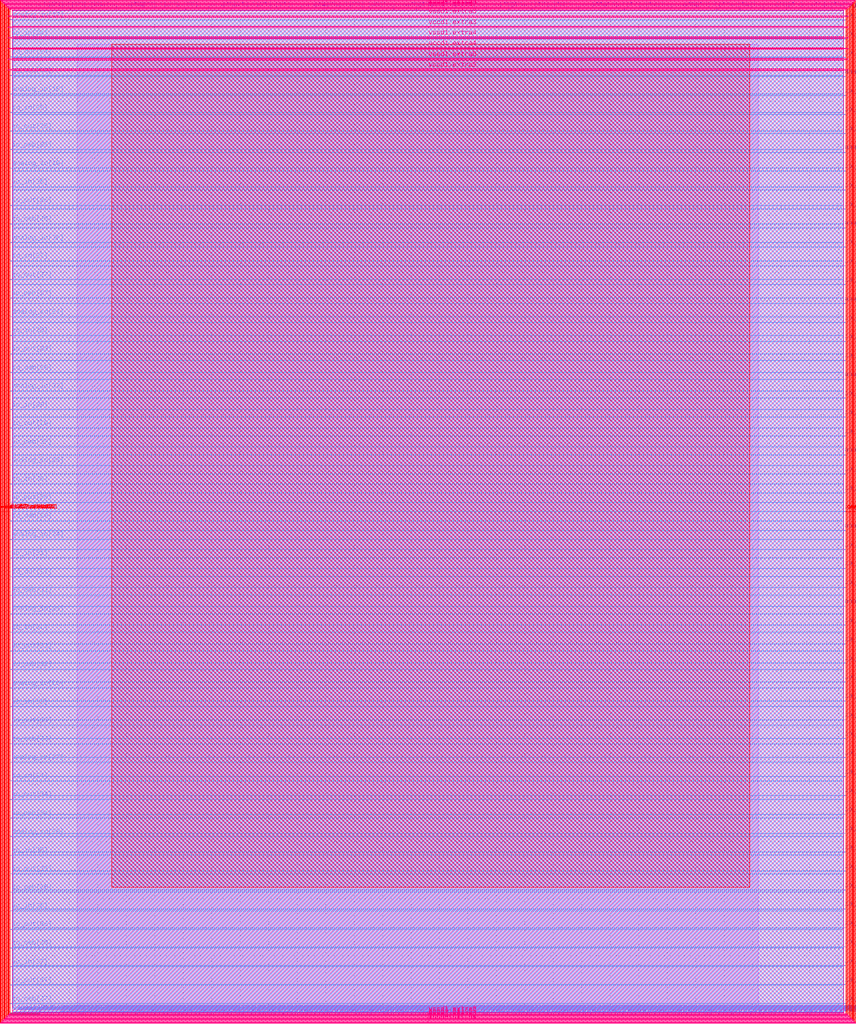
<source format=lef>
VERSION 5.7 ;
  NOWIREEXTENSIONATPIN ON ;
  DIVIDERCHAR "/" ;
  BUSBITCHARS "[]" ;
MACRO user_project_wrapper
  CLASS BLOCK ;
  FOREIGN user_project_wrapper ;
  ORIGIN 0.000 0.000 ;
  SIZE 2920.000 BY 3520.000 ;
  PIN analog_io[0]
    DIRECTION INOUT ;
    USE SIGNAL ;
    PORT
      LAYER met3 ;
        RECT 2917.600 1426.380 2924.800 1427.580 ;
    END
  END analog_io[0]
  PIN analog_io[10]
    DIRECTION INOUT ;
    USE SIGNAL ;
    PORT
      LAYER met2 ;
        RECT 2230.490 3517.600 2231.050 3524.800 ;
    END
  END analog_io[10]
  PIN analog_io[11]
    DIRECTION INOUT ;
    USE SIGNAL ;
    PORT
      LAYER met2 ;
        RECT 1905.730 3517.600 1906.290 3524.800 ;
    END
  END analog_io[11]
  PIN analog_io[12]
    DIRECTION INOUT ;
    USE SIGNAL ;
    PORT
      LAYER met2 ;
        RECT 1581.430 3517.600 1581.990 3524.800 ;
    END
  END analog_io[12]
  PIN analog_io[13]
    DIRECTION INOUT ;
    USE SIGNAL ;
    PORT
      LAYER met2 ;
        RECT 1257.130 3517.600 1257.690 3524.800 ;
    END
  END analog_io[13]
  PIN analog_io[14]
    DIRECTION INOUT ;
    USE SIGNAL ;
    PORT
      LAYER met2 ;
        RECT 932.370 3517.600 932.930 3524.800 ;
    END
  END analog_io[14]
  PIN analog_io[15]
    DIRECTION INOUT ;
    USE SIGNAL ;
    PORT
      LAYER met2 ;
        RECT 608.070 3517.600 608.630 3524.800 ;
    END
  END analog_io[15]
  PIN analog_io[16]
    DIRECTION INOUT ;
    USE SIGNAL ;
    PORT
      LAYER met2 ;
        RECT 283.770 3517.600 284.330 3524.800 ;
    END
  END analog_io[16]
  PIN analog_io[17]
    DIRECTION INOUT ;
    USE SIGNAL ;
    PORT
      LAYER met3 ;
        RECT -4.800 3486.100 2.400 3487.300 ;
    END
  END analog_io[17]
  PIN analog_io[18]
    DIRECTION INOUT ;
    USE SIGNAL ;
    PORT
      LAYER met3 ;
        RECT -4.800 3224.980 2.400 3226.180 ;
    END
  END analog_io[18]
  PIN analog_io[19]
    DIRECTION INOUT ;
    USE SIGNAL ;
    PORT
      LAYER met3 ;
        RECT -4.800 2964.540 2.400 2965.740 ;
    END
  END analog_io[19]
  PIN analog_io[1]
    DIRECTION INOUT ;
    USE SIGNAL ;
    PORT
      LAYER met3 ;
        RECT 2917.600 1692.260 2924.800 1693.460 ;
    END
  END analog_io[1]
  PIN analog_io[20]
    DIRECTION INOUT ;
    USE SIGNAL ;
    PORT
      LAYER met3 ;
        RECT -4.800 2703.420 2.400 2704.620 ;
    END
  END analog_io[20]
  PIN analog_io[21]
    DIRECTION INOUT ;
    USE SIGNAL ;
    PORT
      LAYER met3 ;
        RECT -4.800 2442.980 2.400 2444.180 ;
    END
  END analog_io[21]
  PIN analog_io[22]
    DIRECTION INOUT ;
    USE SIGNAL ;
    PORT
      LAYER met3 ;
        RECT -4.800 2182.540 2.400 2183.740 ;
    END
  END analog_io[22]
  PIN analog_io[23]
    DIRECTION INOUT ;
    USE SIGNAL ;
    PORT
      LAYER met3 ;
        RECT -4.800 1921.420 2.400 1922.620 ;
    END
  END analog_io[23]
  PIN analog_io[24]
    DIRECTION INOUT ;
    USE SIGNAL ;
    PORT
      LAYER met3 ;
        RECT -4.800 1660.980 2.400 1662.180 ;
    END
  END analog_io[24]
  PIN analog_io[25]
    DIRECTION INOUT ;
    USE SIGNAL ;
    PORT
      LAYER met3 ;
        RECT -4.800 1399.860 2.400 1401.060 ;
    END
  END analog_io[25]
  PIN analog_io[26]
    DIRECTION INOUT ;
    USE SIGNAL ;
    PORT
      LAYER met3 ;
        RECT -4.800 1139.420 2.400 1140.620 ;
    END
  END analog_io[26]
  PIN analog_io[27]
    DIRECTION INOUT ;
    USE SIGNAL ;
    PORT
      LAYER met3 ;
        RECT -4.800 878.980 2.400 880.180 ;
    END
  END analog_io[27]
  PIN analog_io[28]
    DIRECTION INOUT ;
    USE SIGNAL ;
    PORT
      LAYER met3 ;
        RECT -4.800 617.860 2.400 619.060 ;
    END
  END analog_io[28]
  PIN analog_io[2]
    DIRECTION INOUT ;
    USE SIGNAL ;
    PORT
      LAYER met3 ;
        RECT 2917.600 1958.140 2924.800 1959.340 ;
    END
  END analog_io[2]
  PIN analog_io[3]
    DIRECTION INOUT ;
    USE SIGNAL ;
    PORT
      LAYER met3 ;
        RECT 2917.600 2223.340 2924.800 2224.540 ;
    END
  END analog_io[3]
  PIN analog_io[4]
    DIRECTION INOUT ;
    USE SIGNAL ;
    PORT
      LAYER met3 ;
        RECT 2917.600 2489.220 2924.800 2490.420 ;
    END
  END analog_io[4]
  PIN analog_io[5]
    DIRECTION INOUT ;
    USE SIGNAL ;
    PORT
      LAYER met3 ;
        RECT 2917.600 2755.100 2924.800 2756.300 ;
    END
  END analog_io[5]
  PIN analog_io[6]
    DIRECTION INOUT ;
    USE SIGNAL ;
    PORT
      LAYER met3 ;
        RECT 2917.600 3020.300 2924.800 3021.500 ;
    END
  END analog_io[6]
  PIN analog_io[7]
    DIRECTION INOUT ;
    USE SIGNAL ;
    PORT
      LAYER met3 ;
        RECT 2917.600 3286.180 2924.800 3287.380 ;
    END
  END analog_io[7]
  PIN analog_io[8]
    DIRECTION INOUT ;
    USE SIGNAL ;
    PORT
      LAYER met2 ;
        RECT 2879.090 3517.600 2879.650 3524.800 ;
    END
  END analog_io[8]
  PIN analog_io[9]
    DIRECTION INOUT ;
    USE SIGNAL ;
    PORT
      LAYER met2 ;
        RECT 2554.790 3517.600 2555.350 3524.800 ;
    END
  END analog_io[9]
  PIN io_in[0]
    DIRECTION INPUT ;
    USE SIGNAL ;
    PORT
      LAYER met3 ;
        RECT 2917.600 32.380 2924.800 33.580 ;
    END
  END io_in[0]
  PIN io_in[10]
    DIRECTION INPUT ;
    USE SIGNAL ;
    PORT
      LAYER met3 ;
        RECT 2917.600 2289.980 2924.800 2291.180 ;
    END
  END io_in[10]
  PIN io_in[11]
    DIRECTION INPUT ;
    USE SIGNAL ;
    PORT
      LAYER met3 ;
        RECT 2917.600 2555.860 2924.800 2557.060 ;
    END
  END io_in[11]
  PIN io_in[12]
    DIRECTION INPUT ;
    USE SIGNAL ;
    PORT
      LAYER met3 ;
        RECT 2917.600 2821.060 2924.800 2822.260 ;
    END
  END io_in[12]
  PIN io_in[13]
    DIRECTION INPUT ;
    USE SIGNAL ;
    PORT
      LAYER met3 ;
        RECT 2917.600 3086.940 2924.800 3088.140 ;
    END
  END io_in[13]
  PIN io_in[14]
    DIRECTION INPUT ;
    USE SIGNAL ;
    PORT
      LAYER met3 ;
        RECT 2917.600 3352.820 2924.800 3354.020 ;
    END
  END io_in[14]
  PIN io_in[15]
    DIRECTION INPUT ;
    USE SIGNAL ;
    PORT
      LAYER met2 ;
        RECT 2798.130 3517.600 2798.690 3524.800 ;
    END
  END io_in[15]
  PIN io_in[16]
    DIRECTION INPUT ;
    USE SIGNAL ;
    PORT
      LAYER met2 ;
        RECT 2473.830 3517.600 2474.390 3524.800 ;
    END
  END io_in[16]
  PIN io_in[17]
    DIRECTION INPUT ;
    USE SIGNAL ;
    PORT
      LAYER met2 ;
        RECT 2149.070 3517.600 2149.630 3524.800 ;
    END
  END io_in[17]
  PIN io_in[18]
    DIRECTION INPUT ;
    USE SIGNAL ;
    PORT
      LAYER met2 ;
        RECT 1824.770 3517.600 1825.330 3524.800 ;
    END
  END io_in[18]
  PIN io_in[19]
    DIRECTION INPUT ;
    USE SIGNAL ;
    PORT
      LAYER met2 ;
        RECT 1500.470 3517.600 1501.030 3524.800 ;
    END
  END io_in[19]
  PIN io_in[1]
    DIRECTION INPUT ;
    USE SIGNAL ;
    PORT
      LAYER met3 ;
        RECT 2917.600 230.940 2924.800 232.140 ;
    END
  END io_in[1]
  PIN io_in[20]
    DIRECTION INPUT ;
    USE SIGNAL ;
    PORT
      LAYER met2 ;
        RECT 1175.710 3517.600 1176.270 3524.800 ;
    END
  END io_in[20]
  PIN io_in[21]
    DIRECTION INPUT ;
    USE SIGNAL ;
    PORT
      LAYER met2 ;
        RECT 851.410 3517.600 851.970 3524.800 ;
    END
  END io_in[21]
  PIN io_in[22]
    DIRECTION INPUT ;
    USE SIGNAL ;
    PORT
      LAYER met2 ;
        RECT 527.110 3517.600 527.670 3524.800 ;
    END
  END io_in[22]
  PIN io_in[23]
    DIRECTION INPUT ;
    USE SIGNAL ;
    PORT
      LAYER met2 ;
        RECT 202.350 3517.600 202.910 3524.800 ;
    END
  END io_in[23]
  PIN io_in[24]
    DIRECTION INPUT ;
    USE SIGNAL ;
    PORT
      LAYER met3 ;
        RECT -4.800 3420.820 2.400 3422.020 ;
    END
  END io_in[24]
  PIN io_in[25]
    DIRECTION INPUT ;
    USE SIGNAL ;
    PORT
      LAYER met3 ;
        RECT -4.800 3159.700 2.400 3160.900 ;
    END
  END io_in[25]
  PIN io_in[26]
    DIRECTION INPUT ;
    USE SIGNAL ;
    PORT
      LAYER met3 ;
        RECT -4.800 2899.260 2.400 2900.460 ;
    END
  END io_in[26]
  PIN io_in[27]
    DIRECTION INPUT ;
    USE SIGNAL ;
    PORT
      LAYER met3 ;
        RECT -4.800 2638.820 2.400 2640.020 ;
    END
  END io_in[27]
  PIN io_in[28]
    DIRECTION INPUT ;
    USE SIGNAL ;
    PORT
      LAYER met3 ;
        RECT -4.800 2377.700 2.400 2378.900 ;
    END
  END io_in[28]
  PIN io_in[29]
    DIRECTION INPUT ;
    USE SIGNAL ;
    PORT
      LAYER met3 ;
        RECT -4.800 2117.260 2.400 2118.460 ;
    END
  END io_in[29]
  PIN io_in[2]
    DIRECTION INPUT ;
    USE SIGNAL ;
    PORT
      LAYER met3 ;
        RECT 2917.600 430.180 2924.800 431.380 ;
    END
  END io_in[2]
  PIN io_in[30]
    DIRECTION INPUT ;
    USE SIGNAL ;
    PORT
      LAYER met3 ;
        RECT -4.800 1856.140 2.400 1857.340 ;
    END
  END io_in[30]
  PIN io_in[31]
    DIRECTION INPUT ;
    USE SIGNAL ;
    PORT
      LAYER met3 ;
        RECT -4.800 1595.700 2.400 1596.900 ;
    END
  END io_in[31]
  PIN io_in[32]
    DIRECTION INPUT ;
    USE SIGNAL ;
    PORT
      LAYER met3 ;
        RECT -4.800 1335.260 2.400 1336.460 ;
    END
  END io_in[32]
  PIN io_in[33]
    DIRECTION INPUT ;
    USE SIGNAL ;
    PORT
      LAYER met3 ;
        RECT -4.800 1074.140 2.400 1075.340 ;
    END
  END io_in[33]
  PIN io_in[34]
    DIRECTION INPUT ;
    USE SIGNAL ;
    PORT
      LAYER met3 ;
        RECT -4.800 813.700 2.400 814.900 ;
    END
  END io_in[34]
  PIN io_in[35]
    DIRECTION INPUT ;
    USE SIGNAL ;
    PORT
      LAYER met3 ;
        RECT -4.800 552.580 2.400 553.780 ;
    END
  END io_in[35]
  PIN io_in[36]
    DIRECTION INPUT ;
    USE SIGNAL ;
    PORT
      LAYER met3 ;
        RECT -4.800 357.420 2.400 358.620 ;
    END
  END io_in[36]
  PIN io_in[37]
    DIRECTION INPUT ;
    USE SIGNAL ;
    PORT
      LAYER met3 ;
        RECT -4.800 161.580 2.400 162.780 ;
    END
  END io_in[37]
  PIN io_in[3]
    DIRECTION INPUT ;
    USE SIGNAL ;
    PORT
      LAYER met3 ;
        RECT 2917.600 629.420 2924.800 630.620 ;
    END
  END io_in[3]
  PIN io_in[4]
    DIRECTION INPUT ;
    USE SIGNAL ;
    PORT
      LAYER met3 ;
        RECT 2917.600 828.660 2924.800 829.860 ;
    END
  END io_in[4]
  PIN io_in[5]
    DIRECTION INPUT ;
    USE SIGNAL ;
    PORT
      LAYER met3 ;
        RECT 2917.600 1027.900 2924.800 1029.100 ;
    END
  END io_in[5]
  PIN io_in[6]
    DIRECTION INPUT ;
    USE SIGNAL ;
    PORT
      LAYER met3 ;
        RECT 2917.600 1227.140 2924.800 1228.340 ;
    END
  END io_in[6]
  PIN io_in[7]
    DIRECTION INPUT ;
    USE SIGNAL ;
    PORT
      LAYER met3 ;
        RECT 2917.600 1493.020 2924.800 1494.220 ;
    END
  END io_in[7]
  PIN io_in[8]
    DIRECTION INPUT ;
    USE SIGNAL ;
    PORT
      LAYER met3 ;
        RECT 2917.600 1758.900 2924.800 1760.100 ;
    END
  END io_in[8]
  PIN io_in[9]
    DIRECTION INPUT ;
    USE SIGNAL ;
    PORT
      LAYER met3 ;
        RECT 2917.600 2024.100 2924.800 2025.300 ;
    END
  END io_in[9]
  PIN io_oeb[0]
    DIRECTION OUTPUT TRISTATE ;
    USE SIGNAL ;
    PORT
      LAYER met3 ;
        RECT 2917.600 164.980 2924.800 166.180 ;
    END
  END io_oeb[0]
  PIN io_oeb[10]
    DIRECTION OUTPUT TRISTATE ;
    USE SIGNAL ;
    PORT
      LAYER met3 ;
        RECT 2917.600 2422.580 2924.800 2423.780 ;
    END
  END io_oeb[10]
  PIN io_oeb[11]
    DIRECTION OUTPUT TRISTATE ;
    USE SIGNAL ;
    PORT
      LAYER met3 ;
        RECT 2917.600 2688.460 2924.800 2689.660 ;
    END
  END io_oeb[11]
  PIN io_oeb[12]
    DIRECTION OUTPUT TRISTATE ;
    USE SIGNAL ;
    PORT
      LAYER met3 ;
        RECT 2917.600 2954.340 2924.800 2955.540 ;
    END
  END io_oeb[12]
  PIN io_oeb[13]
    DIRECTION OUTPUT TRISTATE ;
    USE SIGNAL ;
    PORT
      LAYER met3 ;
        RECT 2917.600 3219.540 2924.800 3220.740 ;
    END
  END io_oeb[13]
  PIN io_oeb[14]
    DIRECTION OUTPUT TRISTATE ;
    USE SIGNAL ;
    PORT
      LAYER met3 ;
        RECT 2917.600 3485.420 2924.800 3486.620 ;
    END
  END io_oeb[14]
  PIN io_oeb[15]
    DIRECTION OUTPUT TRISTATE ;
    USE SIGNAL ;
    PORT
      LAYER met2 ;
        RECT 2635.750 3517.600 2636.310 3524.800 ;
    END
  END io_oeb[15]
  PIN io_oeb[16]
    DIRECTION OUTPUT TRISTATE ;
    USE SIGNAL ;
    PORT
      LAYER met2 ;
        RECT 2311.450 3517.600 2312.010 3524.800 ;
    END
  END io_oeb[16]
  PIN io_oeb[17]
    DIRECTION OUTPUT TRISTATE ;
    USE SIGNAL ;
    PORT
      LAYER met2 ;
        RECT 1987.150 3517.600 1987.710 3524.800 ;
    END
  END io_oeb[17]
  PIN io_oeb[18]
    DIRECTION OUTPUT TRISTATE ;
    USE SIGNAL ;
    PORT
      LAYER met2 ;
        RECT 1662.390 3517.600 1662.950 3524.800 ;
    END
  END io_oeb[18]
  PIN io_oeb[19]
    DIRECTION OUTPUT TRISTATE ;
    USE SIGNAL ;
    PORT
      LAYER met2 ;
        RECT 1338.090 3517.600 1338.650 3524.800 ;
    END
  END io_oeb[19]
  PIN io_oeb[1]
    DIRECTION OUTPUT TRISTATE ;
    USE SIGNAL ;
    PORT
      LAYER met3 ;
        RECT 2917.600 364.220 2924.800 365.420 ;
    END
  END io_oeb[1]
  PIN io_oeb[20]
    DIRECTION OUTPUT TRISTATE ;
    USE SIGNAL ;
    PORT
      LAYER met2 ;
        RECT 1013.790 3517.600 1014.350 3524.800 ;
    END
  END io_oeb[20]
  PIN io_oeb[21]
    DIRECTION OUTPUT TRISTATE ;
    USE SIGNAL ;
    PORT
      LAYER met2 ;
        RECT 689.030 3517.600 689.590 3524.800 ;
    END
  END io_oeb[21]
  PIN io_oeb[22]
    DIRECTION OUTPUT TRISTATE ;
    USE SIGNAL ;
    PORT
      LAYER met2 ;
        RECT 364.730 3517.600 365.290 3524.800 ;
    END
  END io_oeb[22]
  PIN io_oeb[23]
    DIRECTION OUTPUT TRISTATE ;
    USE SIGNAL ;
    PORT
      LAYER met2 ;
        RECT 40.430 3517.600 40.990 3524.800 ;
    END
  END io_oeb[23]
  PIN io_oeb[24]
    DIRECTION OUTPUT TRISTATE ;
    USE SIGNAL ;
    PORT
      LAYER met3 ;
        RECT -4.800 3290.260 2.400 3291.460 ;
    END
  END io_oeb[24]
  PIN io_oeb[25]
    DIRECTION OUTPUT TRISTATE ;
    USE SIGNAL ;
    PORT
      LAYER met3 ;
        RECT -4.800 3029.820 2.400 3031.020 ;
    END
  END io_oeb[25]
  PIN io_oeb[26]
    DIRECTION OUTPUT TRISTATE ;
    USE SIGNAL ;
    PORT
      LAYER met3 ;
        RECT -4.800 2768.700 2.400 2769.900 ;
    END
  END io_oeb[26]
  PIN io_oeb[27]
    DIRECTION OUTPUT TRISTATE ;
    USE SIGNAL ;
    PORT
      LAYER met3 ;
        RECT -4.800 2508.260 2.400 2509.460 ;
    END
  END io_oeb[27]
  PIN io_oeb[28]
    DIRECTION OUTPUT TRISTATE ;
    USE SIGNAL ;
    PORT
      LAYER met3 ;
        RECT -4.800 2247.140 2.400 2248.340 ;
    END
  END io_oeb[28]
  PIN io_oeb[29]
    DIRECTION OUTPUT TRISTATE ;
    USE SIGNAL ;
    PORT
      LAYER met3 ;
        RECT -4.800 1986.700 2.400 1987.900 ;
    END
  END io_oeb[29]
  PIN io_oeb[2]
    DIRECTION OUTPUT TRISTATE ;
    USE SIGNAL ;
    PORT
      LAYER met3 ;
        RECT 2917.600 563.460 2924.800 564.660 ;
    END
  END io_oeb[2]
  PIN io_oeb[30]
    DIRECTION OUTPUT TRISTATE ;
    USE SIGNAL ;
    PORT
      LAYER met3 ;
        RECT -4.800 1726.260 2.400 1727.460 ;
    END
  END io_oeb[30]
  PIN io_oeb[31]
    DIRECTION OUTPUT TRISTATE ;
    USE SIGNAL ;
    PORT
      LAYER met3 ;
        RECT -4.800 1465.140 2.400 1466.340 ;
    END
  END io_oeb[31]
  PIN io_oeb[32]
    DIRECTION OUTPUT TRISTATE ;
    USE SIGNAL ;
    PORT
      LAYER met3 ;
        RECT -4.800 1204.700 2.400 1205.900 ;
    END
  END io_oeb[32]
  PIN io_oeb[33]
    DIRECTION OUTPUT TRISTATE ;
    USE SIGNAL ;
    PORT
      LAYER met3 ;
        RECT -4.800 943.580 2.400 944.780 ;
    END
  END io_oeb[33]
  PIN io_oeb[34]
    DIRECTION OUTPUT TRISTATE ;
    USE SIGNAL ;
    PORT
      LAYER met3 ;
        RECT -4.800 683.140 2.400 684.340 ;
    END
  END io_oeb[34]
  PIN io_oeb[35]
    DIRECTION OUTPUT TRISTATE ;
    USE SIGNAL ;
    PORT
      LAYER met3 ;
        RECT -4.800 422.700 2.400 423.900 ;
    END
  END io_oeb[35]
  PIN io_oeb[36]
    DIRECTION OUTPUT TRISTATE ;
    USE SIGNAL ;
    PORT
      LAYER met3 ;
        RECT -4.800 226.860 2.400 228.060 ;
    END
  END io_oeb[36]
  PIN io_oeb[37]
    DIRECTION OUTPUT TRISTATE ;
    USE SIGNAL ;
    PORT
      LAYER met3 ;
        RECT -4.800 31.700 2.400 32.900 ;
    END
  END io_oeb[37]
  PIN io_oeb[3]
    DIRECTION OUTPUT TRISTATE ;
    USE SIGNAL ;
    PORT
      LAYER met3 ;
        RECT 2917.600 762.700 2924.800 763.900 ;
    END
  END io_oeb[3]
  PIN io_oeb[4]
    DIRECTION OUTPUT TRISTATE ;
    USE SIGNAL ;
    PORT
      LAYER met3 ;
        RECT 2917.600 961.940 2924.800 963.140 ;
    END
  END io_oeb[4]
  PIN io_oeb[5]
    DIRECTION OUTPUT TRISTATE ;
    USE SIGNAL ;
    PORT
      LAYER met3 ;
        RECT 2917.600 1161.180 2924.800 1162.380 ;
    END
  END io_oeb[5]
  PIN io_oeb[6]
    DIRECTION OUTPUT TRISTATE ;
    USE SIGNAL ;
    PORT
      LAYER met3 ;
        RECT 2917.600 1360.420 2924.800 1361.620 ;
    END
  END io_oeb[6]
  PIN io_oeb[7]
    DIRECTION OUTPUT TRISTATE ;
    USE SIGNAL ;
    PORT
      LAYER met3 ;
        RECT 2917.600 1625.620 2924.800 1626.820 ;
    END
  END io_oeb[7]
  PIN io_oeb[8]
    DIRECTION OUTPUT TRISTATE ;
    USE SIGNAL ;
    PORT
      LAYER met3 ;
        RECT 2917.600 1891.500 2924.800 1892.700 ;
    END
  END io_oeb[8]
  PIN io_oeb[9]
    DIRECTION OUTPUT TRISTATE ;
    USE SIGNAL ;
    PORT
      LAYER met3 ;
        RECT 2917.600 2157.380 2924.800 2158.580 ;
    END
  END io_oeb[9]
  PIN io_out[0]
    DIRECTION OUTPUT TRISTATE ;
    USE SIGNAL ;
    PORT
      LAYER met3 ;
        RECT 2917.600 98.340 2924.800 99.540 ;
    END
  END io_out[0]
  PIN io_out[10]
    DIRECTION OUTPUT TRISTATE ;
    USE SIGNAL ;
    PORT
      LAYER met3 ;
        RECT 2917.600 2356.620 2924.800 2357.820 ;
    END
  END io_out[10]
  PIN io_out[11]
    DIRECTION OUTPUT TRISTATE ;
    USE SIGNAL ;
    PORT
      LAYER met3 ;
        RECT 2917.600 2621.820 2924.800 2623.020 ;
    END
  END io_out[11]
  PIN io_out[12]
    DIRECTION OUTPUT TRISTATE ;
    USE SIGNAL ;
    PORT
      LAYER met3 ;
        RECT 2917.600 2887.700 2924.800 2888.900 ;
    END
  END io_out[12]
  PIN io_out[13]
    DIRECTION OUTPUT TRISTATE ;
    USE SIGNAL ;
    PORT
      LAYER met3 ;
        RECT 2917.600 3153.580 2924.800 3154.780 ;
    END
  END io_out[13]
  PIN io_out[14]
    DIRECTION OUTPUT TRISTATE ;
    USE SIGNAL ;
    PORT
      LAYER met3 ;
        RECT 2917.600 3418.780 2924.800 3419.980 ;
    END
  END io_out[14]
  PIN io_out[15]
    DIRECTION OUTPUT TRISTATE ;
    USE SIGNAL ;
    PORT
      LAYER met2 ;
        RECT 2717.170 3517.600 2717.730 3524.800 ;
    END
  END io_out[15]
  PIN io_out[16]
    DIRECTION OUTPUT TRISTATE ;
    USE SIGNAL ;
    PORT
      LAYER met2 ;
        RECT 2392.410 3517.600 2392.970 3524.800 ;
    END
  END io_out[16]
  PIN io_out[17]
    DIRECTION OUTPUT TRISTATE ;
    USE SIGNAL ;
    PORT
      LAYER met2 ;
        RECT 2068.110 3517.600 2068.670 3524.800 ;
    END
  END io_out[17]
  PIN io_out[18]
    DIRECTION OUTPUT TRISTATE ;
    USE SIGNAL ;
    PORT
      LAYER met2 ;
        RECT 1743.810 3517.600 1744.370 3524.800 ;
    END
  END io_out[18]
  PIN io_out[19]
    DIRECTION OUTPUT TRISTATE ;
    USE SIGNAL ;
    PORT
      LAYER met2 ;
        RECT 1419.050 3517.600 1419.610 3524.800 ;
    END
  END io_out[19]
  PIN io_out[1]
    DIRECTION OUTPUT TRISTATE ;
    USE SIGNAL ;
    PORT
      LAYER met3 ;
        RECT 2917.600 297.580 2924.800 298.780 ;
    END
  END io_out[1]
  PIN io_out[20]
    DIRECTION OUTPUT TRISTATE ;
    USE SIGNAL ;
    PORT
      LAYER met2 ;
        RECT 1094.750 3517.600 1095.310 3524.800 ;
    END
  END io_out[20]
  PIN io_out[21]
    DIRECTION OUTPUT TRISTATE ;
    USE SIGNAL ;
    PORT
      LAYER met2 ;
        RECT 770.450 3517.600 771.010 3524.800 ;
    END
  END io_out[21]
  PIN io_out[22]
    DIRECTION OUTPUT TRISTATE ;
    USE SIGNAL ;
    PORT
      LAYER met2 ;
        RECT 445.690 3517.600 446.250 3524.800 ;
    END
  END io_out[22]
  PIN io_out[23]
    DIRECTION OUTPUT TRISTATE ;
    USE SIGNAL ;
    PORT
      LAYER met2 ;
        RECT 121.390 3517.600 121.950 3524.800 ;
    END
  END io_out[23]
  PIN io_out[24]
    DIRECTION OUTPUT TRISTATE ;
    USE SIGNAL ;
    PORT
      LAYER met3 ;
        RECT -4.800 3355.540 2.400 3356.740 ;
    END
  END io_out[24]
  PIN io_out[25]
    DIRECTION OUTPUT TRISTATE ;
    USE SIGNAL ;
    PORT
      LAYER met3 ;
        RECT -4.800 3095.100 2.400 3096.300 ;
    END
  END io_out[25]
  PIN io_out[26]
    DIRECTION OUTPUT TRISTATE ;
    USE SIGNAL ;
    PORT
      LAYER met3 ;
        RECT -4.800 2833.980 2.400 2835.180 ;
    END
  END io_out[26]
  PIN io_out[27]
    DIRECTION OUTPUT TRISTATE ;
    USE SIGNAL ;
    PORT
      LAYER met3 ;
        RECT -4.800 2573.540 2.400 2574.740 ;
    END
  END io_out[27]
  PIN io_out[28]
    DIRECTION OUTPUT TRISTATE ;
    USE SIGNAL ;
    PORT
      LAYER met3 ;
        RECT -4.800 2312.420 2.400 2313.620 ;
    END
  END io_out[28]
  PIN io_out[29]
    DIRECTION OUTPUT TRISTATE ;
    USE SIGNAL ;
    PORT
      LAYER met3 ;
        RECT -4.800 2051.980 2.400 2053.180 ;
    END
  END io_out[29]
  PIN io_out[2]
    DIRECTION OUTPUT TRISTATE ;
    USE SIGNAL ;
    PORT
      LAYER met3 ;
        RECT 2917.600 496.820 2924.800 498.020 ;
    END
  END io_out[2]
  PIN io_out[30]
    DIRECTION OUTPUT TRISTATE ;
    USE SIGNAL ;
    PORT
      LAYER met3 ;
        RECT -4.800 1791.540 2.400 1792.740 ;
    END
  END io_out[30]
  PIN io_out[31]
    DIRECTION OUTPUT TRISTATE ;
    USE SIGNAL ;
    PORT
      LAYER met3 ;
        RECT -4.800 1530.420 2.400 1531.620 ;
    END
  END io_out[31]
  PIN io_out[32]
    DIRECTION OUTPUT TRISTATE ;
    USE SIGNAL ;
    PORT
      LAYER met3 ;
        RECT -4.800 1269.980 2.400 1271.180 ;
    END
  END io_out[32]
  PIN io_out[33]
    DIRECTION OUTPUT TRISTATE ;
    USE SIGNAL ;
    PORT
      LAYER met3 ;
        RECT -4.800 1008.860 2.400 1010.060 ;
    END
  END io_out[33]
  PIN io_out[34]
    DIRECTION OUTPUT TRISTATE ;
    USE SIGNAL ;
    PORT
      LAYER met3 ;
        RECT -4.800 748.420 2.400 749.620 ;
    END
  END io_out[34]
  PIN io_out[35]
    DIRECTION OUTPUT TRISTATE ;
    USE SIGNAL ;
    PORT
      LAYER met3 ;
        RECT -4.800 487.300 2.400 488.500 ;
    END
  END io_out[35]
  PIN io_out[36]
    DIRECTION OUTPUT TRISTATE ;
    USE SIGNAL ;
    PORT
      LAYER met3 ;
        RECT -4.800 292.140 2.400 293.340 ;
    END
  END io_out[36]
  PIN io_out[37]
    DIRECTION OUTPUT TRISTATE ;
    USE SIGNAL ;
    PORT
      LAYER met3 ;
        RECT -4.800 96.300 2.400 97.500 ;
    END
  END io_out[37]
  PIN io_out[3]
    DIRECTION OUTPUT TRISTATE ;
    USE SIGNAL ;
    PORT
      LAYER met3 ;
        RECT 2917.600 696.060 2924.800 697.260 ;
    END
  END io_out[3]
  PIN io_out[4]
    DIRECTION OUTPUT TRISTATE ;
    USE SIGNAL ;
    PORT
      LAYER met3 ;
        RECT 2917.600 895.300 2924.800 896.500 ;
    END
  END io_out[4]
  PIN io_out[5]
    DIRECTION OUTPUT TRISTATE ;
    USE SIGNAL ;
    PORT
      LAYER met3 ;
        RECT 2917.600 1094.540 2924.800 1095.740 ;
    END
  END io_out[5]
  PIN io_out[6]
    DIRECTION OUTPUT TRISTATE ;
    USE SIGNAL ;
    PORT
      LAYER met3 ;
        RECT 2917.600 1293.780 2924.800 1294.980 ;
    END
  END io_out[6]
  PIN io_out[7]
    DIRECTION OUTPUT TRISTATE ;
    USE SIGNAL ;
    PORT
      LAYER met3 ;
        RECT 2917.600 1559.660 2924.800 1560.860 ;
    END
  END io_out[7]
  PIN io_out[8]
    DIRECTION OUTPUT TRISTATE ;
    USE SIGNAL ;
    PORT
      LAYER met3 ;
        RECT 2917.600 1824.860 2924.800 1826.060 ;
    END
  END io_out[8]
  PIN io_out[9]
    DIRECTION OUTPUT TRISTATE ;
    USE SIGNAL ;
    PORT
      LAYER met3 ;
        RECT 2917.600 2090.740 2924.800 2091.940 ;
    END
  END io_out[9]
  PIN la_data_in[0]
    DIRECTION INPUT ;
    USE SIGNAL ;
    PORT
      LAYER met2 ;
        RECT 629.230 -4.800 629.790 2.400 ;
    END
  END la_data_in[0]
  PIN la_data_in[100]
    DIRECTION INPUT ;
    USE SIGNAL ;
    PORT
      LAYER met2 ;
        RECT 2402.530 -4.800 2403.090 2.400 ;
    END
  END la_data_in[100]
  PIN la_data_in[101]
    DIRECTION INPUT ;
    USE SIGNAL ;
    PORT
      LAYER met2 ;
        RECT 2420.010 -4.800 2420.570 2.400 ;
    END
  END la_data_in[101]
  PIN la_data_in[102]
    DIRECTION INPUT ;
    USE SIGNAL ;
    PORT
      LAYER met2 ;
        RECT 2437.950 -4.800 2438.510 2.400 ;
    END
  END la_data_in[102]
  PIN la_data_in[103]
    DIRECTION INPUT ;
    USE SIGNAL ;
    PORT
      LAYER met2 ;
        RECT 2455.430 -4.800 2455.990 2.400 ;
    END
  END la_data_in[103]
  PIN la_data_in[104]
    DIRECTION INPUT ;
    USE SIGNAL ;
    PORT
      LAYER met2 ;
        RECT 2473.370 -4.800 2473.930 2.400 ;
    END
  END la_data_in[104]
  PIN la_data_in[105]
    DIRECTION INPUT ;
    USE SIGNAL ;
    PORT
      LAYER met2 ;
        RECT 2490.850 -4.800 2491.410 2.400 ;
    END
  END la_data_in[105]
  PIN la_data_in[106]
    DIRECTION INPUT ;
    USE SIGNAL ;
    PORT
      LAYER met2 ;
        RECT 2508.790 -4.800 2509.350 2.400 ;
    END
  END la_data_in[106]
  PIN la_data_in[107]
    DIRECTION INPUT ;
    USE SIGNAL ;
    PORT
      LAYER met2 ;
        RECT 2526.730 -4.800 2527.290 2.400 ;
    END
  END la_data_in[107]
  PIN la_data_in[108]
    DIRECTION INPUT ;
    USE SIGNAL ;
    PORT
      LAYER met2 ;
        RECT 2544.210 -4.800 2544.770 2.400 ;
    END
  END la_data_in[108]
  PIN la_data_in[109]
    DIRECTION INPUT ;
    USE SIGNAL ;
    PORT
      LAYER met2 ;
        RECT 2562.150 -4.800 2562.710 2.400 ;
    END
  END la_data_in[109]
  PIN la_data_in[10]
    DIRECTION INPUT ;
    USE SIGNAL ;
    PORT
      LAYER met2 ;
        RECT 806.330 -4.800 806.890 2.400 ;
    END
  END la_data_in[10]
  PIN la_data_in[110]
    DIRECTION INPUT ;
    USE SIGNAL ;
    PORT
      LAYER met2 ;
        RECT 2579.630 -4.800 2580.190 2.400 ;
    END
  END la_data_in[110]
  PIN la_data_in[111]
    DIRECTION INPUT ;
    USE SIGNAL ;
    PORT
      LAYER met2 ;
        RECT 2597.570 -4.800 2598.130 2.400 ;
    END
  END la_data_in[111]
  PIN la_data_in[112]
    DIRECTION INPUT ;
    USE SIGNAL ;
    PORT
      LAYER met2 ;
        RECT 2615.050 -4.800 2615.610 2.400 ;
    END
  END la_data_in[112]
  PIN la_data_in[113]
    DIRECTION INPUT ;
    USE SIGNAL ;
    PORT
      LAYER met2 ;
        RECT 2632.990 -4.800 2633.550 2.400 ;
    END
  END la_data_in[113]
  PIN la_data_in[114]
    DIRECTION INPUT ;
    USE SIGNAL ;
    PORT
      LAYER met2 ;
        RECT 2650.470 -4.800 2651.030 2.400 ;
    END
  END la_data_in[114]
  PIN la_data_in[115]
    DIRECTION INPUT ;
    USE SIGNAL ;
    PORT
      LAYER met2 ;
        RECT 2668.410 -4.800 2668.970 2.400 ;
    END
  END la_data_in[115]
  PIN la_data_in[116]
    DIRECTION INPUT ;
    USE SIGNAL ;
    PORT
      LAYER met2 ;
        RECT 2685.890 -4.800 2686.450 2.400 ;
    END
  END la_data_in[116]
  PIN la_data_in[117]
    DIRECTION INPUT ;
    USE SIGNAL ;
    PORT
      LAYER met2 ;
        RECT 2703.830 -4.800 2704.390 2.400 ;
    END
  END la_data_in[117]
  PIN la_data_in[118]
    DIRECTION INPUT ;
    USE SIGNAL ;
    PORT
      LAYER met2 ;
        RECT 2721.770 -4.800 2722.330 2.400 ;
    END
  END la_data_in[118]
  PIN la_data_in[119]
    DIRECTION INPUT ;
    USE SIGNAL ;
    PORT
      LAYER met2 ;
        RECT 2739.250 -4.800 2739.810 2.400 ;
    END
  END la_data_in[119]
  PIN la_data_in[11]
    DIRECTION INPUT ;
    USE SIGNAL ;
    PORT
      LAYER met2 ;
        RECT 824.270 -4.800 824.830 2.400 ;
    END
  END la_data_in[11]
  PIN la_data_in[120]
    DIRECTION INPUT ;
    USE SIGNAL ;
    PORT
      LAYER met2 ;
        RECT 2757.190 -4.800 2757.750 2.400 ;
    END
  END la_data_in[120]
  PIN la_data_in[121]
    DIRECTION INPUT ;
    USE SIGNAL ;
    PORT
      LAYER met2 ;
        RECT 2774.670 -4.800 2775.230 2.400 ;
    END
  END la_data_in[121]
  PIN la_data_in[122]
    DIRECTION INPUT ;
    USE SIGNAL ;
    PORT
      LAYER met2 ;
        RECT 2792.610 -4.800 2793.170 2.400 ;
    END
  END la_data_in[122]
  PIN la_data_in[123]
    DIRECTION INPUT ;
    USE SIGNAL ;
    PORT
      LAYER met2 ;
        RECT 2810.090 -4.800 2810.650 2.400 ;
    END
  END la_data_in[123]
  PIN la_data_in[124]
    DIRECTION INPUT ;
    USE SIGNAL ;
    PORT
      LAYER met2 ;
        RECT 2828.030 -4.800 2828.590 2.400 ;
    END
  END la_data_in[124]
  PIN la_data_in[125]
    DIRECTION INPUT ;
    USE SIGNAL ;
    PORT
      LAYER met2 ;
        RECT 2845.510 -4.800 2846.070 2.400 ;
    END
  END la_data_in[125]
  PIN la_data_in[126]
    DIRECTION INPUT ;
    USE SIGNAL ;
    PORT
      LAYER met2 ;
        RECT 2863.450 -4.800 2864.010 2.400 ;
    END
  END la_data_in[126]
  PIN la_data_in[127]
    DIRECTION INPUT ;
    USE SIGNAL ;
    PORT
      LAYER met2 ;
        RECT 2881.390 -4.800 2881.950 2.400 ;
    END
  END la_data_in[127]
  PIN la_data_in[12]
    DIRECTION INPUT ;
    USE SIGNAL ;
    PORT
      LAYER met2 ;
        RECT 841.750 -4.800 842.310 2.400 ;
    END
  END la_data_in[12]
  PIN la_data_in[13]
    DIRECTION INPUT ;
    USE SIGNAL ;
    PORT
      LAYER met2 ;
        RECT 859.690 -4.800 860.250 2.400 ;
    END
  END la_data_in[13]
  PIN la_data_in[14]
    DIRECTION INPUT ;
    USE SIGNAL ;
    PORT
      LAYER met2 ;
        RECT 877.170 -4.800 877.730 2.400 ;
    END
  END la_data_in[14]
  PIN la_data_in[15]
    DIRECTION INPUT ;
    USE SIGNAL ;
    PORT
      LAYER met2 ;
        RECT 895.110 -4.800 895.670 2.400 ;
    END
  END la_data_in[15]
  PIN la_data_in[16]
    DIRECTION INPUT ;
    USE SIGNAL ;
    PORT
      LAYER met2 ;
        RECT 912.590 -4.800 913.150 2.400 ;
    END
  END la_data_in[16]
  PIN la_data_in[17]
    DIRECTION INPUT ;
    USE SIGNAL ;
    PORT
      LAYER met2 ;
        RECT 930.530 -4.800 931.090 2.400 ;
    END
  END la_data_in[17]
  PIN la_data_in[18]
    DIRECTION INPUT ;
    USE SIGNAL ;
    PORT
      LAYER met2 ;
        RECT 948.470 -4.800 949.030 2.400 ;
    END
  END la_data_in[18]
  PIN la_data_in[19]
    DIRECTION INPUT ;
    USE SIGNAL ;
    PORT
      LAYER met2 ;
        RECT 965.950 -4.800 966.510 2.400 ;
    END
  END la_data_in[19]
  PIN la_data_in[1]
    DIRECTION INPUT ;
    USE SIGNAL ;
    PORT
      LAYER met2 ;
        RECT 646.710 -4.800 647.270 2.400 ;
    END
  END la_data_in[1]
  PIN la_data_in[20]
    DIRECTION INPUT ;
    USE SIGNAL ;
    PORT
      LAYER met2 ;
        RECT 983.890 -4.800 984.450 2.400 ;
    END
  END la_data_in[20]
  PIN la_data_in[21]
    DIRECTION INPUT ;
    USE SIGNAL ;
    PORT
      LAYER met2 ;
        RECT 1001.370 -4.800 1001.930 2.400 ;
    END
  END la_data_in[21]
  PIN la_data_in[22]
    DIRECTION INPUT ;
    USE SIGNAL ;
    PORT
      LAYER met2 ;
        RECT 1019.310 -4.800 1019.870 2.400 ;
    END
  END la_data_in[22]
  PIN la_data_in[23]
    DIRECTION INPUT ;
    USE SIGNAL ;
    PORT
      LAYER met2 ;
        RECT 1036.790 -4.800 1037.350 2.400 ;
    END
  END la_data_in[23]
  PIN la_data_in[24]
    DIRECTION INPUT ;
    USE SIGNAL ;
    PORT
      LAYER met2 ;
        RECT 1054.730 -4.800 1055.290 2.400 ;
    END
  END la_data_in[24]
  PIN la_data_in[25]
    DIRECTION INPUT ;
    USE SIGNAL ;
    PORT
      LAYER met2 ;
        RECT 1072.210 -4.800 1072.770 2.400 ;
    END
  END la_data_in[25]
  PIN la_data_in[26]
    DIRECTION INPUT ;
    USE SIGNAL ;
    PORT
      LAYER met2 ;
        RECT 1090.150 -4.800 1090.710 2.400 ;
    END
  END la_data_in[26]
  PIN la_data_in[27]
    DIRECTION INPUT ;
    USE SIGNAL ;
    PORT
      LAYER met2 ;
        RECT 1107.630 -4.800 1108.190 2.400 ;
    END
  END la_data_in[27]
  PIN la_data_in[28]
    DIRECTION INPUT ;
    USE SIGNAL ;
    PORT
      LAYER met2 ;
        RECT 1125.570 -4.800 1126.130 2.400 ;
    END
  END la_data_in[28]
  PIN la_data_in[29]
    DIRECTION INPUT ;
    USE SIGNAL ;
    PORT
      LAYER met2 ;
        RECT 1143.510 -4.800 1144.070 2.400 ;
    END
  END la_data_in[29]
  PIN la_data_in[2]
    DIRECTION INPUT ;
    USE SIGNAL ;
    PORT
      LAYER met2 ;
        RECT 664.650 -4.800 665.210 2.400 ;
    END
  END la_data_in[2]
  PIN la_data_in[30]
    DIRECTION INPUT ;
    USE SIGNAL ;
    PORT
      LAYER met2 ;
        RECT 1160.990 -4.800 1161.550 2.400 ;
    END
  END la_data_in[30]
  PIN la_data_in[31]
    DIRECTION INPUT ;
    USE SIGNAL ;
    PORT
      LAYER met2 ;
        RECT 1178.930 -4.800 1179.490 2.400 ;
    END
  END la_data_in[31]
  PIN la_data_in[32]
    DIRECTION INPUT ;
    USE SIGNAL ;
    PORT
      LAYER met2 ;
        RECT 1196.410 -4.800 1196.970 2.400 ;
    END
  END la_data_in[32]
  PIN la_data_in[33]
    DIRECTION INPUT ;
    USE SIGNAL ;
    PORT
      LAYER met2 ;
        RECT 1214.350 -4.800 1214.910 2.400 ;
    END
  END la_data_in[33]
  PIN la_data_in[34]
    DIRECTION INPUT ;
    USE SIGNAL ;
    PORT
      LAYER met2 ;
        RECT 1231.830 -4.800 1232.390 2.400 ;
    END
  END la_data_in[34]
  PIN la_data_in[35]
    DIRECTION INPUT ;
    USE SIGNAL ;
    PORT
      LAYER met2 ;
        RECT 1249.770 -4.800 1250.330 2.400 ;
    END
  END la_data_in[35]
  PIN la_data_in[36]
    DIRECTION INPUT ;
    USE SIGNAL ;
    PORT
      LAYER met2 ;
        RECT 1267.250 -4.800 1267.810 2.400 ;
    END
  END la_data_in[36]
  PIN la_data_in[37]
    DIRECTION INPUT ;
    USE SIGNAL ;
    PORT
      LAYER met2 ;
        RECT 1285.190 -4.800 1285.750 2.400 ;
    END
  END la_data_in[37]
  PIN la_data_in[38]
    DIRECTION INPUT ;
    USE SIGNAL ;
    PORT
      LAYER met2 ;
        RECT 1303.130 -4.800 1303.690 2.400 ;
    END
  END la_data_in[38]
  PIN la_data_in[39]
    DIRECTION INPUT ;
    USE SIGNAL ;
    PORT
      LAYER met2 ;
        RECT 1320.610 -4.800 1321.170 2.400 ;
    END
  END la_data_in[39]
  PIN la_data_in[3]
    DIRECTION INPUT ;
    USE SIGNAL ;
    PORT
      LAYER met2 ;
        RECT 682.130 -4.800 682.690 2.400 ;
    END
  END la_data_in[3]
  PIN la_data_in[40]
    DIRECTION INPUT ;
    USE SIGNAL ;
    PORT
      LAYER met2 ;
        RECT 1338.550 -4.800 1339.110 2.400 ;
    END
  END la_data_in[40]
  PIN la_data_in[41]
    DIRECTION INPUT ;
    USE SIGNAL ;
    PORT
      LAYER met2 ;
        RECT 1356.030 -4.800 1356.590 2.400 ;
    END
  END la_data_in[41]
  PIN la_data_in[42]
    DIRECTION INPUT ;
    USE SIGNAL ;
    PORT
      LAYER met2 ;
        RECT 1373.970 -4.800 1374.530 2.400 ;
    END
  END la_data_in[42]
  PIN la_data_in[43]
    DIRECTION INPUT ;
    USE SIGNAL ;
    PORT
      LAYER met2 ;
        RECT 1391.450 -4.800 1392.010 2.400 ;
    END
  END la_data_in[43]
  PIN la_data_in[44]
    DIRECTION INPUT ;
    USE SIGNAL ;
    PORT
      LAYER met2 ;
        RECT 1409.390 -4.800 1409.950 2.400 ;
    END
  END la_data_in[44]
  PIN la_data_in[45]
    DIRECTION INPUT ;
    USE SIGNAL ;
    PORT
      LAYER met2 ;
        RECT 1426.870 -4.800 1427.430 2.400 ;
    END
  END la_data_in[45]
  PIN la_data_in[46]
    DIRECTION INPUT ;
    USE SIGNAL ;
    PORT
      LAYER met2 ;
        RECT 1444.810 -4.800 1445.370 2.400 ;
    END
  END la_data_in[46]
  PIN la_data_in[47]
    DIRECTION INPUT ;
    USE SIGNAL ;
    PORT
      LAYER met2 ;
        RECT 1462.750 -4.800 1463.310 2.400 ;
    END
  END la_data_in[47]
  PIN la_data_in[48]
    DIRECTION INPUT ;
    USE SIGNAL ;
    PORT
      LAYER met2 ;
        RECT 1480.230 -4.800 1480.790 2.400 ;
    END
  END la_data_in[48]
  PIN la_data_in[49]
    DIRECTION INPUT ;
    USE SIGNAL ;
    PORT
      LAYER met2 ;
        RECT 1498.170 -4.800 1498.730 2.400 ;
    END
  END la_data_in[49]
  PIN la_data_in[4]
    DIRECTION INPUT ;
    USE SIGNAL ;
    PORT
      LAYER met2 ;
        RECT 700.070 -4.800 700.630 2.400 ;
    END
  END la_data_in[4]
  PIN la_data_in[50]
    DIRECTION INPUT ;
    USE SIGNAL ;
    PORT
      LAYER met2 ;
        RECT 1515.650 -4.800 1516.210 2.400 ;
    END
  END la_data_in[50]
  PIN la_data_in[51]
    DIRECTION INPUT ;
    USE SIGNAL ;
    PORT
      LAYER met2 ;
        RECT 1533.590 -4.800 1534.150 2.400 ;
    END
  END la_data_in[51]
  PIN la_data_in[52]
    DIRECTION INPUT ;
    USE SIGNAL ;
    PORT
      LAYER met2 ;
        RECT 1551.070 -4.800 1551.630 2.400 ;
    END
  END la_data_in[52]
  PIN la_data_in[53]
    DIRECTION INPUT ;
    USE SIGNAL ;
    PORT
      LAYER met2 ;
        RECT 1569.010 -4.800 1569.570 2.400 ;
    END
  END la_data_in[53]
  PIN la_data_in[54]
    DIRECTION INPUT ;
    USE SIGNAL ;
    PORT
      LAYER met2 ;
        RECT 1586.490 -4.800 1587.050 2.400 ;
    END
  END la_data_in[54]
  PIN la_data_in[55]
    DIRECTION INPUT ;
    USE SIGNAL ;
    PORT
      LAYER met2 ;
        RECT 1604.430 -4.800 1604.990 2.400 ;
    END
  END la_data_in[55]
  PIN la_data_in[56]
    DIRECTION INPUT ;
    USE SIGNAL ;
    PORT
      LAYER met2 ;
        RECT 1621.910 -4.800 1622.470 2.400 ;
    END
  END la_data_in[56]
  PIN la_data_in[57]
    DIRECTION INPUT ;
    USE SIGNAL ;
    PORT
      LAYER met2 ;
        RECT 1639.850 -4.800 1640.410 2.400 ;
    END
  END la_data_in[57]
  PIN la_data_in[58]
    DIRECTION INPUT ;
    USE SIGNAL ;
    PORT
      LAYER met2 ;
        RECT 1657.790 -4.800 1658.350 2.400 ;
    END
  END la_data_in[58]
  PIN la_data_in[59]
    DIRECTION INPUT ;
    USE SIGNAL ;
    PORT
      LAYER met2 ;
        RECT 1675.270 -4.800 1675.830 2.400 ;
    END
  END la_data_in[59]
  PIN la_data_in[5]
    DIRECTION INPUT ;
    USE SIGNAL ;
    PORT
      LAYER met2 ;
        RECT 717.550 -4.800 718.110 2.400 ;
    END
  END la_data_in[5]
  PIN la_data_in[60]
    DIRECTION INPUT ;
    USE SIGNAL ;
    PORT
      LAYER met2 ;
        RECT 1693.210 -4.800 1693.770 2.400 ;
    END
  END la_data_in[60]
  PIN la_data_in[61]
    DIRECTION INPUT ;
    USE SIGNAL ;
    PORT
      LAYER met2 ;
        RECT 1710.690 -4.800 1711.250 2.400 ;
    END
  END la_data_in[61]
  PIN la_data_in[62]
    DIRECTION INPUT ;
    USE SIGNAL ;
    PORT
      LAYER met2 ;
        RECT 1728.630 -4.800 1729.190 2.400 ;
    END
  END la_data_in[62]
  PIN la_data_in[63]
    DIRECTION INPUT ;
    USE SIGNAL ;
    PORT
      LAYER met2 ;
        RECT 1746.110 -4.800 1746.670 2.400 ;
    END
  END la_data_in[63]
  PIN la_data_in[64]
    DIRECTION INPUT ;
    USE SIGNAL ;
    PORT
      LAYER met2 ;
        RECT 1764.050 -4.800 1764.610 2.400 ;
    END
  END la_data_in[64]
  PIN la_data_in[65]
    DIRECTION INPUT ;
    USE SIGNAL ;
    PORT
      LAYER met2 ;
        RECT 1781.530 -4.800 1782.090 2.400 ;
    END
  END la_data_in[65]
  PIN la_data_in[66]
    DIRECTION INPUT ;
    USE SIGNAL ;
    PORT
      LAYER met2 ;
        RECT 1799.470 -4.800 1800.030 2.400 ;
    END
  END la_data_in[66]
  PIN la_data_in[67]
    DIRECTION INPUT ;
    USE SIGNAL ;
    PORT
      LAYER met2 ;
        RECT 1817.410 -4.800 1817.970 2.400 ;
    END
  END la_data_in[67]
  PIN la_data_in[68]
    DIRECTION INPUT ;
    USE SIGNAL ;
    PORT
      LAYER met2 ;
        RECT 1834.890 -4.800 1835.450 2.400 ;
    END
  END la_data_in[68]
  PIN la_data_in[69]
    DIRECTION INPUT ;
    USE SIGNAL ;
    PORT
      LAYER met2 ;
        RECT 1852.830 -4.800 1853.390 2.400 ;
    END
  END la_data_in[69]
  PIN la_data_in[6]
    DIRECTION INPUT ;
    USE SIGNAL ;
    PORT
      LAYER met2 ;
        RECT 735.490 -4.800 736.050 2.400 ;
    END
  END la_data_in[6]
  PIN la_data_in[70]
    DIRECTION INPUT ;
    USE SIGNAL ;
    PORT
      LAYER met2 ;
        RECT 1870.310 -4.800 1870.870 2.400 ;
    END
  END la_data_in[70]
  PIN la_data_in[71]
    DIRECTION INPUT ;
    USE SIGNAL ;
    PORT
      LAYER met2 ;
        RECT 1888.250 -4.800 1888.810 2.400 ;
    END
  END la_data_in[71]
  PIN la_data_in[72]
    DIRECTION INPUT ;
    USE SIGNAL ;
    PORT
      LAYER met2 ;
        RECT 1905.730 -4.800 1906.290 2.400 ;
    END
  END la_data_in[72]
  PIN la_data_in[73]
    DIRECTION INPUT ;
    USE SIGNAL ;
    PORT
      LAYER met2 ;
        RECT 1923.670 -4.800 1924.230 2.400 ;
    END
  END la_data_in[73]
  PIN la_data_in[74]
    DIRECTION INPUT ;
    USE SIGNAL ;
    PORT
      LAYER met2 ;
        RECT 1941.150 -4.800 1941.710 2.400 ;
    END
  END la_data_in[74]
  PIN la_data_in[75]
    DIRECTION INPUT ;
    USE SIGNAL ;
    PORT
      LAYER met2 ;
        RECT 1959.090 -4.800 1959.650 2.400 ;
    END
  END la_data_in[75]
  PIN la_data_in[76]
    DIRECTION INPUT ;
    USE SIGNAL ;
    PORT
      LAYER met2 ;
        RECT 1976.570 -4.800 1977.130 2.400 ;
    END
  END la_data_in[76]
  PIN la_data_in[77]
    DIRECTION INPUT ;
    USE SIGNAL ;
    PORT
      LAYER met2 ;
        RECT 1994.510 -4.800 1995.070 2.400 ;
    END
  END la_data_in[77]
  PIN la_data_in[78]
    DIRECTION INPUT ;
    USE SIGNAL ;
    PORT
      LAYER met2 ;
        RECT 2012.450 -4.800 2013.010 2.400 ;
    END
  END la_data_in[78]
  PIN la_data_in[79]
    DIRECTION INPUT ;
    USE SIGNAL ;
    PORT
      LAYER met2 ;
        RECT 2029.930 -4.800 2030.490 2.400 ;
    END
  END la_data_in[79]
  PIN la_data_in[7]
    DIRECTION INPUT ;
    USE SIGNAL ;
    PORT
      LAYER met2 ;
        RECT 752.970 -4.800 753.530 2.400 ;
    END
  END la_data_in[7]
  PIN la_data_in[80]
    DIRECTION INPUT ;
    USE SIGNAL ;
    PORT
      LAYER met2 ;
        RECT 2047.870 -4.800 2048.430 2.400 ;
    END
  END la_data_in[80]
  PIN la_data_in[81]
    DIRECTION INPUT ;
    USE SIGNAL ;
    PORT
      LAYER met2 ;
        RECT 2065.350 -4.800 2065.910 2.400 ;
    END
  END la_data_in[81]
  PIN la_data_in[82]
    DIRECTION INPUT ;
    USE SIGNAL ;
    PORT
      LAYER met2 ;
        RECT 2083.290 -4.800 2083.850 2.400 ;
    END
  END la_data_in[82]
  PIN la_data_in[83]
    DIRECTION INPUT ;
    USE SIGNAL ;
    PORT
      LAYER met2 ;
        RECT 2100.770 -4.800 2101.330 2.400 ;
    END
  END la_data_in[83]
  PIN la_data_in[84]
    DIRECTION INPUT ;
    USE SIGNAL ;
    PORT
      LAYER met2 ;
        RECT 2118.710 -4.800 2119.270 2.400 ;
    END
  END la_data_in[84]
  PIN la_data_in[85]
    DIRECTION INPUT ;
    USE SIGNAL ;
    PORT
      LAYER met2 ;
        RECT 2136.190 -4.800 2136.750 2.400 ;
    END
  END la_data_in[85]
  PIN la_data_in[86]
    DIRECTION INPUT ;
    USE SIGNAL ;
    PORT
      LAYER met2 ;
        RECT 2154.130 -4.800 2154.690 2.400 ;
    END
  END la_data_in[86]
  PIN la_data_in[87]
    DIRECTION INPUT ;
    USE SIGNAL ;
    PORT
      LAYER met2 ;
        RECT 2172.070 -4.800 2172.630 2.400 ;
    END
  END la_data_in[87]
  PIN la_data_in[88]
    DIRECTION INPUT ;
    USE SIGNAL ;
    PORT
      LAYER met2 ;
        RECT 2189.550 -4.800 2190.110 2.400 ;
    END
  END la_data_in[88]
  PIN la_data_in[89]
    DIRECTION INPUT ;
    USE SIGNAL ;
    PORT
      LAYER met2 ;
        RECT 2207.490 -4.800 2208.050 2.400 ;
    END
  END la_data_in[89]
  PIN la_data_in[8]
    DIRECTION INPUT ;
    USE SIGNAL ;
    PORT
      LAYER met2 ;
        RECT 770.910 -4.800 771.470 2.400 ;
    END
  END la_data_in[8]
  PIN la_data_in[90]
    DIRECTION INPUT ;
    USE SIGNAL ;
    PORT
      LAYER met2 ;
        RECT 2224.970 -4.800 2225.530 2.400 ;
    END
  END la_data_in[90]
  PIN la_data_in[91]
    DIRECTION INPUT ;
    USE SIGNAL ;
    PORT
      LAYER met2 ;
        RECT 2242.910 -4.800 2243.470 2.400 ;
    END
  END la_data_in[91]
  PIN la_data_in[92]
    DIRECTION INPUT ;
    USE SIGNAL ;
    PORT
      LAYER met2 ;
        RECT 2260.390 -4.800 2260.950 2.400 ;
    END
  END la_data_in[92]
  PIN la_data_in[93]
    DIRECTION INPUT ;
    USE SIGNAL ;
    PORT
      LAYER met2 ;
        RECT 2278.330 -4.800 2278.890 2.400 ;
    END
  END la_data_in[93]
  PIN la_data_in[94]
    DIRECTION INPUT ;
    USE SIGNAL ;
    PORT
      LAYER met2 ;
        RECT 2295.810 -4.800 2296.370 2.400 ;
    END
  END la_data_in[94]
  PIN la_data_in[95]
    DIRECTION INPUT ;
    USE SIGNAL ;
    PORT
      LAYER met2 ;
        RECT 2313.750 -4.800 2314.310 2.400 ;
    END
  END la_data_in[95]
  PIN la_data_in[96]
    DIRECTION INPUT ;
    USE SIGNAL ;
    PORT
      LAYER met2 ;
        RECT 2331.230 -4.800 2331.790 2.400 ;
    END
  END la_data_in[96]
  PIN la_data_in[97]
    DIRECTION INPUT ;
    USE SIGNAL ;
    PORT
      LAYER met2 ;
        RECT 2349.170 -4.800 2349.730 2.400 ;
    END
  END la_data_in[97]
  PIN la_data_in[98]
    DIRECTION INPUT ;
    USE SIGNAL ;
    PORT
      LAYER met2 ;
        RECT 2367.110 -4.800 2367.670 2.400 ;
    END
  END la_data_in[98]
  PIN la_data_in[99]
    DIRECTION INPUT ;
    USE SIGNAL ;
    PORT
      LAYER met2 ;
        RECT 2384.590 -4.800 2385.150 2.400 ;
    END
  END la_data_in[99]
  PIN la_data_in[9]
    DIRECTION INPUT ;
    USE SIGNAL ;
    PORT
      LAYER met2 ;
        RECT 788.850 -4.800 789.410 2.400 ;
    END
  END la_data_in[9]
  PIN la_data_out[0]
    DIRECTION OUTPUT TRISTATE ;
    USE SIGNAL ;
    PORT
      LAYER met2 ;
        RECT 634.750 -4.800 635.310 2.400 ;
    END
  END la_data_out[0]
  PIN la_data_out[100]
    DIRECTION OUTPUT TRISTATE ;
    USE SIGNAL ;
    PORT
      LAYER met2 ;
        RECT 2408.510 -4.800 2409.070 2.400 ;
    END
  END la_data_out[100]
  PIN la_data_out[101]
    DIRECTION OUTPUT TRISTATE ;
    USE SIGNAL ;
    PORT
      LAYER met2 ;
        RECT 2425.990 -4.800 2426.550 2.400 ;
    END
  END la_data_out[101]
  PIN la_data_out[102]
    DIRECTION OUTPUT TRISTATE ;
    USE SIGNAL ;
    PORT
      LAYER met2 ;
        RECT 2443.930 -4.800 2444.490 2.400 ;
    END
  END la_data_out[102]
  PIN la_data_out[103]
    DIRECTION OUTPUT TRISTATE ;
    USE SIGNAL ;
    PORT
      LAYER met2 ;
        RECT 2461.410 -4.800 2461.970 2.400 ;
    END
  END la_data_out[103]
  PIN la_data_out[104]
    DIRECTION OUTPUT TRISTATE ;
    USE SIGNAL ;
    PORT
      LAYER met2 ;
        RECT 2479.350 -4.800 2479.910 2.400 ;
    END
  END la_data_out[104]
  PIN la_data_out[105]
    DIRECTION OUTPUT TRISTATE ;
    USE SIGNAL ;
    PORT
      LAYER met2 ;
        RECT 2496.830 -4.800 2497.390 2.400 ;
    END
  END la_data_out[105]
  PIN la_data_out[106]
    DIRECTION OUTPUT TRISTATE ;
    USE SIGNAL ;
    PORT
      LAYER met2 ;
        RECT 2514.770 -4.800 2515.330 2.400 ;
    END
  END la_data_out[106]
  PIN la_data_out[107]
    DIRECTION OUTPUT TRISTATE ;
    USE SIGNAL ;
    PORT
      LAYER met2 ;
        RECT 2532.250 -4.800 2532.810 2.400 ;
    END
  END la_data_out[107]
  PIN la_data_out[108]
    DIRECTION OUTPUT TRISTATE ;
    USE SIGNAL ;
    PORT
      LAYER met2 ;
        RECT 2550.190 -4.800 2550.750 2.400 ;
    END
  END la_data_out[108]
  PIN la_data_out[109]
    DIRECTION OUTPUT TRISTATE ;
    USE SIGNAL ;
    PORT
      LAYER met2 ;
        RECT 2567.670 -4.800 2568.230 2.400 ;
    END
  END la_data_out[109]
  PIN la_data_out[10]
    DIRECTION OUTPUT TRISTATE ;
    USE SIGNAL ;
    PORT
      LAYER met2 ;
        RECT 812.310 -4.800 812.870 2.400 ;
    END
  END la_data_out[10]
  PIN la_data_out[110]
    DIRECTION OUTPUT TRISTATE ;
    USE SIGNAL ;
    PORT
      LAYER met2 ;
        RECT 2585.610 -4.800 2586.170 2.400 ;
    END
  END la_data_out[110]
  PIN la_data_out[111]
    DIRECTION OUTPUT TRISTATE ;
    USE SIGNAL ;
    PORT
      LAYER met2 ;
        RECT 2603.550 -4.800 2604.110 2.400 ;
    END
  END la_data_out[111]
  PIN la_data_out[112]
    DIRECTION OUTPUT TRISTATE ;
    USE SIGNAL ;
    PORT
      LAYER met2 ;
        RECT 2621.030 -4.800 2621.590 2.400 ;
    END
  END la_data_out[112]
  PIN la_data_out[113]
    DIRECTION OUTPUT TRISTATE ;
    USE SIGNAL ;
    PORT
      LAYER met2 ;
        RECT 2638.970 -4.800 2639.530 2.400 ;
    END
  END la_data_out[113]
  PIN la_data_out[114]
    DIRECTION OUTPUT TRISTATE ;
    USE SIGNAL ;
    PORT
      LAYER met2 ;
        RECT 2656.450 -4.800 2657.010 2.400 ;
    END
  END la_data_out[114]
  PIN la_data_out[115]
    DIRECTION OUTPUT TRISTATE ;
    USE SIGNAL ;
    PORT
      LAYER met2 ;
        RECT 2674.390 -4.800 2674.950 2.400 ;
    END
  END la_data_out[115]
  PIN la_data_out[116]
    DIRECTION OUTPUT TRISTATE ;
    USE SIGNAL ;
    PORT
      LAYER met2 ;
        RECT 2691.870 -4.800 2692.430 2.400 ;
    END
  END la_data_out[116]
  PIN la_data_out[117]
    DIRECTION OUTPUT TRISTATE ;
    USE SIGNAL ;
    PORT
      LAYER met2 ;
        RECT 2709.810 -4.800 2710.370 2.400 ;
    END
  END la_data_out[117]
  PIN la_data_out[118]
    DIRECTION OUTPUT TRISTATE ;
    USE SIGNAL ;
    PORT
      LAYER met2 ;
        RECT 2727.290 -4.800 2727.850 2.400 ;
    END
  END la_data_out[118]
  PIN la_data_out[119]
    DIRECTION OUTPUT TRISTATE ;
    USE SIGNAL ;
    PORT
      LAYER met2 ;
        RECT 2745.230 -4.800 2745.790 2.400 ;
    END
  END la_data_out[119]
  PIN la_data_out[11]
    DIRECTION OUTPUT TRISTATE ;
    USE SIGNAL ;
    PORT
      LAYER met2 ;
        RECT 830.250 -4.800 830.810 2.400 ;
    END
  END la_data_out[11]
  PIN la_data_out[120]
    DIRECTION OUTPUT TRISTATE ;
    USE SIGNAL ;
    PORT
      LAYER met2 ;
        RECT 2763.170 -4.800 2763.730 2.400 ;
    END
  END la_data_out[120]
  PIN la_data_out[121]
    DIRECTION OUTPUT TRISTATE ;
    USE SIGNAL ;
    PORT
      LAYER met2 ;
        RECT 2780.650 -4.800 2781.210 2.400 ;
    END
  END la_data_out[121]
  PIN la_data_out[122]
    DIRECTION OUTPUT TRISTATE ;
    USE SIGNAL ;
    PORT
      LAYER met2 ;
        RECT 2798.590 -4.800 2799.150 2.400 ;
    END
  END la_data_out[122]
  PIN la_data_out[123]
    DIRECTION OUTPUT TRISTATE ;
    USE SIGNAL ;
    PORT
      LAYER met2 ;
        RECT 2816.070 -4.800 2816.630 2.400 ;
    END
  END la_data_out[123]
  PIN la_data_out[124]
    DIRECTION OUTPUT TRISTATE ;
    USE SIGNAL ;
    PORT
      LAYER met2 ;
        RECT 2834.010 -4.800 2834.570 2.400 ;
    END
  END la_data_out[124]
  PIN la_data_out[125]
    DIRECTION OUTPUT TRISTATE ;
    USE SIGNAL ;
    PORT
      LAYER met2 ;
        RECT 2851.490 -4.800 2852.050 2.400 ;
    END
  END la_data_out[125]
  PIN la_data_out[126]
    DIRECTION OUTPUT TRISTATE ;
    USE SIGNAL ;
    PORT
      LAYER met2 ;
        RECT 2869.430 -4.800 2869.990 2.400 ;
    END
  END la_data_out[126]
  PIN la_data_out[127]
    DIRECTION OUTPUT TRISTATE ;
    USE SIGNAL ;
    PORT
      LAYER met2 ;
        RECT 2886.910 -4.800 2887.470 2.400 ;
    END
  END la_data_out[127]
  PIN la_data_out[12]
    DIRECTION OUTPUT TRISTATE ;
    USE SIGNAL ;
    PORT
      LAYER met2 ;
        RECT 847.730 -4.800 848.290 2.400 ;
    END
  END la_data_out[12]
  PIN la_data_out[13]
    DIRECTION OUTPUT TRISTATE ;
    USE SIGNAL ;
    PORT
      LAYER met2 ;
        RECT 865.670 -4.800 866.230 2.400 ;
    END
  END la_data_out[13]
  PIN la_data_out[14]
    DIRECTION OUTPUT TRISTATE ;
    USE SIGNAL ;
    PORT
      LAYER met2 ;
        RECT 883.150 -4.800 883.710 2.400 ;
    END
  END la_data_out[14]
  PIN la_data_out[15]
    DIRECTION OUTPUT TRISTATE ;
    USE SIGNAL ;
    PORT
      LAYER met2 ;
        RECT 901.090 -4.800 901.650 2.400 ;
    END
  END la_data_out[15]
  PIN la_data_out[16]
    DIRECTION OUTPUT TRISTATE ;
    USE SIGNAL ;
    PORT
      LAYER met2 ;
        RECT 918.570 -4.800 919.130 2.400 ;
    END
  END la_data_out[16]
  PIN la_data_out[17]
    DIRECTION OUTPUT TRISTATE ;
    USE SIGNAL ;
    PORT
      LAYER met2 ;
        RECT 936.510 -4.800 937.070 2.400 ;
    END
  END la_data_out[17]
  PIN la_data_out[18]
    DIRECTION OUTPUT TRISTATE ;
    USE SIGNAL ;
    PORT
      LAYER met2 ;
        RECT 953.990 -4.800 954.550 2.400 ;
    END
  END la_data_out[18]
  PIN la_data_out[19]
    DIRECTION OUTPUT TRISTATE ;
    USE SIGNAL ;
    PORT
      LAYER met2 ;
        RECT 971.930 -4.800 972.490 2.400 ;
    END
  END la_data_out[19]
  PIN la_data_out[1]
    DIRECTION OUTPUT TRISTATE ;
    USE SIGNAL ;
    PORT
      LAYER met2 ;
        RECT 652.690 -4.800 653.250 2.400 ;
    END
  END la_data_out[1]
  PIN la_data_out[20]
    DIRECTION OUTPUT TRISTATE ;
    USE SIGNAL ;
    PORT
      LAYER met2 ;
        RECT 989.410 -4.800 989.970 2.400 ;
    END
  END la_data_out[20]
  PIN la_data_out[21]
    DIRECTION OUTPUT TRISTATE ;
    USE SIGNAL ;
    PORT
      LAYER met2 ;
        RECT 1007.350 -4.800 1007.910 2.400 ;
    END
  END la_data_out[21]
  PIN la_data_out[22]
    DIRECTION OUTPUT TRISTATE ;
    USE SIGNAL ;
    PORT
      LAYER met2 ;
        RECT 1025.290 -4.800 1025.850 2.400 ;
    END
  END la_data_out[22]
  PIN la_data_out[23]
    DIRECTION OUTPUT TRISTATE ;
    USE SIGNAL ;
    PORT
      LAYER met2 ;
        RECT 1042.770 -4.800 1043.330 2.400 ;
    END
  END la_data_out[23]
  PIN la_data_out[24]
    DIRECTION OUTPUT TRISTATE ;
    USE SIGNAL ;
    PORT
      LAYER met2 ;
        RECT 1060.710 -4.800 1061.270 2.400 ;
    END
  END la_data_out[24]
  PIN la_data_out[25]
    DIRECTION OUTPUT TRISTATE ;
    USE SIGNAL ;
    PORT
      LAYER met2 ;
        RECT 1078.190 -4.800 1078.750 2.400 ;
    END
  END la_data_out[25]
  PIN la_data_out[26]
    DIRECTION OUTPUT TRISTATE ;
    USE SIGNAL ;
    PORT
      LAYER met2 ;
        RECT 1096.130 -4.800 1096.690 2.400 ;
    END
  END la_data_out[26]
  PIN la_data_out[27]
    DIRECTION OUTPUT TRISTATE ;
    USE SIGNAL ;
    PORT
      LAYER met2 ;
        RECT 1113.610 -4.800 1114.170 2.400 ;
    END
  END la_data_out[27]
  PIN la_data_out[28]
    DIRECTION OUTPUT TRISTATE ;
    USE SIGNAL ;
    PORT
      LAYER met2 ;
        RECT 1131.550 -4.800 1132.110 2.400 ;
    END
  END la_data_out[28]
  PIN la_data_out[29]
    DIRECTION OUTPUT TRISTATE ;
    USE SIGNAL ;
    PORT
      LAYER met2 ;
        RECT 1149.030 -4.800 1149.590 2.400 ;
    END
  END la_data_out[29]
  PIN la_data_out[2]
    DIRECTION OUTPUT TRISTATE ;
    USE SIGNAL ;
    PORT
      LAYER met2 ;
        RECT 670.630 -4.800 671.190 2.400 ;
    END
  END la_data_out[2]
  PIN la_data_out[30]
    DIRECTION OUTPUT TRISTATE ;
    USE SIGNAL ;
    PORT
      LAYER met2 ;
        RECT 1166.970 -4.800 1167.530 2.400 ;
    END
  END la_data_out[30]
  PIN la_data_out[31]
    DIRECTION OUTPUT TRISTATE ;
    USE SIGNAL ;
    PORT
      LAYER met2 ;
        RECT 1184.910 -4.800 1185.470 2.400 ;
    END
  END la_data_out[31]
  PIN la_data_out[32]
    DIRECTION OUTPUT TRISTATE ;
    USE SIGNAL ;
    PORT
      LAYER met2 ;
        RECT 1202.390 -4.800 1202.950 2.400 ;
    END
  END la_data_out[32]
  PIN la_data_out[33]
    DIRECTION OUTPUT TRISTATE ;
    USE SIGNAL ;
    PORT
      LAYER met2 ;
        RECT 1220.330 -4.800 1220.890 2.400 ;
    END
  END la_data_out[33]
  PIN la_data_out[34]
    DIRECTION OUTPUT TRISTATE ;
    USE SIGNAL ;
    PORT
      LAYER met2 ;
        RECT 1237.810 -4.800 1238.370 2.400 ;
    END
  END la_data_out[34]
  PIN la_data_out[35]
    DIRECTION OUTPUT TRISTATE ;
    USE SIGNAL ;
    PORT
      LAYER met2 ;
        RECT 1255.750 -4.800 1256.310 2.400 ;
    END
  END la_data_out[35]
  PIN la_data_out[36]
    DIRECTION OUTPUT TRISTATE ;
    USE SIGNAL ;
    PORT
      LAYER met2 ;
        RECT 1273.230 -4.800 1273.790 2.400 ;
    END
  END la_data_out[36]
  PIN la_data_out[37]
    DIRECTION OUTPUT TRISTATE ;
    USE SIGNAL ;
    PORT
      LAYER met2 ;
        RECT 1291.170 -4.800 1291.730 2.400 ;
    END
  END la_data_out[37]
  PIN la_data_out[38]
    DIRECTION OUTPUT TRISTATE ;
    USE SIGNAL ;
    PORT
      LAYER met2 ;
        RECT 1308.650 -4.800 1309.210 2.400 ;
    END
  END la_data_out[38]
  PIN la_data_out[39]
    DIRECTION OUTPUT TRISTATE ;
    USE SIGNAL ;
    PORT
      LAYER met2 ;
        RECT 1326.590 -4.800 1327.150 2.400 ;
    END
  END la_data_out[39]
  PIN la_data_out[3]
    DIRECTION OUTPUT TRISTATE ;
    USE SIGNAL ;
    PORT
      LAYER met2 ;
        RECT 688.110 -4.800 688.670 2.400 ;
    END
  END la_data_out[3]
  PIN la_data_out[40]
    DIRECTION OUTPUT TRISTATE ;
    USE SIGNAL ;
    PORT
      LAYER met2 ;
        RECT 1344.070 -4.800 1344.630 2.400 ;
    END
  END la_data_out[40]
  PIN la_data_out[41]
    DIRECTION OUTPUT TRISTATE ;
    USE SIGNAL ;
    PORT
      LAYER met2 ;
        RECT 1362.010 -4.800 1362.570 2.400 ;
    END
  END la_data_out[41]
  PIN la_data_out[42]
    DIRECTION OUTPUT TRISTATE ;
    USE SIGNAL ;
    PORT
      LAYER met2 ;
        RECT 1379.950 -4.800 1380.510 2.400 ;
    END
  END la_data_out[42]
  PIN la_data_out[43]
    DIRECTION OUTPUT TRISTATE ;
    USE SIGNAL ;
    PORT
      LAYER met2 ;
        RECT 1397.430 -4.800 1397.990 2.400 ;
    END
  END la_data_out[43]
  PIN la_data_out[44]
    DIRECTION OUTPUT TRISTATE ;
    USE SIGNAL ;
    PORT
      LAYER met2 ;
        RECT 1415.370 -4.800 1415.930 2.400 ;
    END
  END la_data_out[44]
  PIN la_data_out[45]
    DIRECTION OUTPUT TRISTATE ;
    USE SIGNAL ;
    PORT
      LAYER met2 ;
        RECT 1432.850 -4.800 1433.410 2.400 ;
    END
  END la_data_out[45]
  PIN la_data_out[46]
    DIRECTION OUTPUT TRISTATE ;
    USE SIGNAL ;
    PORT
      LAYER met2 ;
        RECT 1450.790 -4.800 1451.350 2.400 ;
    END
  END la_data_out[46]
  PIN la_data_out[47]
    DIRECTION OUTPUT TRISTATE ;
    USE SIGNAL ;
    PORT
      LAYER met2 ;
        RECT 1468.270 -4.800 1468.830 2.400 ;
    END
  END la_data_out[47]
  PIN la_data_out[48]
    DIRECTION OUTPUT TRISTATE ;
    USE SIGNAL ;
    PORT
      LAYER met2 ;
        RECT 1486.210 -4.800 1486.770 2.400 ;
    END
  END la_data_out[48]
  PIN la_data_out[49]
    DIRECTION OUTPUT TRISTATE ;
    USE SIGNAL ;
    PORT
      LAYER met2 ;
        RECT 1503.690 -4.800 1504.250 2.400 ;
    END
  END la_data_out[49]
  PIN la_data_out[4]
    DIRECTION OUTPUT TRISTATE ;
    USE SIGNAL ;
    PORT
      LAYER met2 ;
        RECT 706.050 -4.800 706.610 2.400 ;
    END
  END la_data_out[4]
  PIN la_data_out[50]
    DIRECTION OUTPUT TRISTATE ;
    USE SIGNAL ;
    PORT
      LAYER met2 ;
        RECT 1521.630 -4.800 1522.190 2.400 ;
    END
  END la_data_out[50]
  PIN la_data_out[51]
    DIRECTION OUTPUT TRISTATE ;
    USE SIGNAL ;
    PORT
      LAYER met2 ;
        RECT 1539.570 -4.800 1540.130 2.400 ;
    END
  END la_data_out[51]
  PIN la_data_out[52]
    DIRECTION OUTPUT TRISTATE ;
    USE SIGNAL ;
    PORT
      LAYER met2 ;
        RECT 1557.050 -4.800 1557.610 2.400 ;
    END
  END la_data_out[52]
  PIN la_data_out[53]
    DIRECTION OUTPUT TRISTATE ;
    USE SIGNAL ;
    PORT
      LAYER met2 ;
        RECT 1574.990 -4.800 1575.550 2.400 ;
    END
  END la_data_out[53]
  PIN la_data_out[54]
    DIRECTION OUTPUT TRISTATE ;
    USE SIGNAL ;
    PORT
      LAYER met2 ;
        RECT 1592.470 -4.800 1593.030 2.400 ;
    END
  END la_data_out[54]
  PIN la_data_out[55]
    DIRECTION OUTPUT TRISTATE ;
    USE SIGNAL ;
    PORT
      LAYER met2 ;
        RECT 1610.410 -4.800 1610.970 2.400 ;
    END
  END la_data_out[55]
  PIN la_data_out[56]
    DIRECTION OUTPUT TRISTATE ;
    USE SIGNAL ;
    PORT
      LAYER met2 ;
        RECT 1627.890 -4.800 1628.450 2.400 ;
    END
  END la_data_out[56]
  PIN la_data_out[57]
    DIRECTION OUTPUT TRISTATE ;
    USE SIGNAL ;
    PORT
      LAYER met2 ;
        RECT 1645.830 -4.800 1646.390 2.400 ;
    END
  END la_data_out[57]
  PIN la_data_out[58]
    DIRECTION OUTPUT TRISTATE ;
    USE SIGNAL ;
    PORT
      LAYER met2 ;
        RECT 1663.310 -4.800 1663.870 2.400 ;
    END
  END la_data_out[58]
  PIN la_data_out[59]
    DIRECTION OUTPUT TRISTATE ;
    USE SIGNAL ;
    PORT
      LAYER met2 ;
        RECT 1681.250 -4.800 1681.810 2.400 ;
    END
  END la_data_out[59]
  PIN la_data_out[5]
    DIRECTION OUTPUT TRISTATE ;
    USE SIGNAL ;
    PORT
      LAYER met2 ;
        RECT 723.530 -4.800 724.090 2.400 ;
    END
  END la_data_out[5]
  PIN la_data_out[60]
    DIRECTION OUTPUT TRISTATE ;
    USE SIGNAL ;
    PORT
      LAYER met2 ;
        RECT 1699.190 -4.800 1699.750 2.400 ;
    END
  END la_data_out[60]
  PIN la_data_out[61]
    DIRECTION OUTPUT TRISTATE ;
    USE SIGNAL ;
    PORT
      LAYER met2 ;
        RECT 1716.670 -4.800 1717.230 2.400 ;
    END
  END la_data_out[61]
  PIN la_data_out[62]
    DIRECTION OUTPUT TRISTATE ;
    USE SIGNAL ;
    PORT
      LAYER met2 ;
        RECT 1734.610 -4.800 1735.170 2.400 ;
    END
  END la_data_out[62]
  PIN la_data_out[63]
    DIRECTION OUTPUT TRISTATE ;
    USE SIGNAL ;
    PORT
      LAYER met2 ;
        RECT 1752.090 -4.800 1752.650 2.400 ;
    END
  END la_data_out[63]
  PIN la_data_out[64]
    DIRECTION OUTPUT TRISTATE ;
    USE SIGNAL ;
    PORT
      LAYER met2 ;
        RECT 1770.030 -4.800 1770.590 2.400 ;
    END
  END la_data_out[64]
  PIN la_data_out[65]
    DIRECTION OUTPUT TRISTATE ;
    USE SIGNAL ;
    PORT
      LAYER met2 ;
        RECT 1787.510 -4.800 1788.070 2.400 ;
    END
  END la_data_out[65]
  PIN la_data_out[66]
    DIRECTION OUTPUT TRISTATE ;
    USE SIGNAL ;
    PORT
      LAYER met2 ;
        RECT 1805.450 -4.800 1806.010 2.400 ;
    END
  END la_data_out[66]
  PIN la_data_out[67]
    DIRECTION OUTPUT TRISTATE ;
    USE SIGNAL ;
    PORT
      LAYER met2 ;
        RECT 1822.930 -4.800 1823.490 2.400 ;
    END
  END la_data_out[67]
  PIN la_data_out[68]
    DIRECTION OUTPUT TRISTATE ;
    USE SIGNAL ;
    PORT
      LAYER met2 ;
        RECT 1840.870 -4.800 1841.430 2.400 ;
    END
  END la_data_out[68]
  PIN la_data_out[69]
    DIRECTION OUTPUT TRISTATE ;
    USE SIGNAL ;
    PORT
      LAYER met2 ;
        RECT 1858.350 -4.800 1858.910 2.400 ;
    END
  END la_data_out[69]
  PIN la_data_out[6]
    DIRECTION OUTPUT TRISTATE ;
    USE SIGNAL ;
    PORT
      LAYER met2 ;
        RECT 741.470 -4.800 742.030 2.400 ;
    END
  END la_data_out[6]
  PIN la_data_out[70]
    DIRECTION OUTPUT TRISTATE ;
    USE SIGNAL ;
    PORT
      LAYER met2 ;
        RECT 1876.290 -4.800 1876.850 2.400 ;
    END
  END la_data_out[70]
  PIN la_data_out[71]
    DIRECTION OUTPUT TRISTATE ;
    USE SIGNAL ;
    PORT
      LAYER met2 ;
        RECT 1894.230 -4.800 1894.790 2.400 ;
    END
  END la_data_out[71]
  PIN la_data_out[72]
    DIRECTION OUTPUT TRISTATE ;
    USE SIGNAL ;
    PORT
      LAYER met2 ;
        RECT 1911.710 -4.800 1912.270 2.400 ;
    END
  END la_data_out[72]
  PIN la_data_out[73]
    DIRECTION OUTPUT TRISTATE ;
    USE SIGNAL ;
    PORT
      LAYER met2 ;
        RECT 1929.650 -4.800 1930.210 2.400 ;
    END
  END la_data_out[73]
  PIN la_data_out[74]
    DIRECTION OUTPUT TRISTATE ;
    USE SIGNAL ;
    PORT
      LAYER met2 ;
        RECT 1947.130 -4.800 1947.690 2.400 ;
    END
  END la_data_out[74]
  PIN la_data_out[75]
    DIRECTION OUTPUT TRISTATE ;
    USE SIGNAL ;
    PORT
      LAYER met2 ;
        RECT 1965.070 -4.800 1965.630 2.400 ;
    END
  END la_data_out[75]
  PIN la_data_out[76]
    DIRECTION OUTPUT TRISTATE ;
    USE SIGNAL ;
    PORT
      LAYER met2 ;
        RECT 1982.550 -4.800 1983.110 2.400 ;
    END
  END la_data_out[76]
  PIN la_data_out[77]
    DIRECTION OUTPUT TRISTATE ;
    USE SIGNAL ;
    PORT
      LAYER met2 ;
        RECT 2000.490 -4.800 2001.050 2.400 ;
    END
  END la_data_out[77]
  PIN la_data_out[78]
    DIRECTION OUTPUT TRISTATE ;
    USE SIGNAL ;
    PORT
      LAYER met2 ;
        RECT 2017.970 -4.800 2018.530 2.400 ;
    END
  END la_data_out[78]
  PIN la_data_out[79]
    DIRECTION OUTPUT TRISTATE ;
    USE SIGNAL ;
    PORT
      LAYER met2 ;
        RECT 2035.910 -4.800 2036.470 2.400 ;
    END
  END la_data_out[79]
  PIN la_data_out[7]
    DIRECTION OUTPUT TRISTATE ;
    USE SIGNAL ;
    PORT
      LAYER met2 ;
        RECT 758.950 -4.800 759.510 2.400 ;
    END
  END la_data_out[7]
  PIN la_data_out[80]
    DIRECTION OUTPUT TRISTATE ;
    USE SIGNAL ;
    PORT
      LAYER met2 ;
        RECT 2053.850 -4.800 2054.410 2.400 ;
    END
  END la_data_out[80]
  PIN la_data_out[81]
    DIRECTION OUTPUT TRISTATE ;
    USE SIGNAL ;
    PORT
      LAYER met2 ;
        RECT 2071.330 -4.800 2071.890 2.400 ;
    END
  END la_data_out[81]
  PIN la_data_out[82]
    DIRECTION OUTPUT TRISTATE ;
    USE SIGNAL ;
    PORT
      LAYER met2 ;
        RECT 2089.270 -4.800 2089.830 2.400 ;
    END
  END la_data_out[82]
  PIN la_data_out[83]
    DIRECTION OUTPUT TRISTATE ;
    USE SIGNAL ;
    PORT
      LAYER met2 ;
        RECT 2106.750 -4.800 2107.310 2.400 ;
    END
  END la_data_out[83]
  PIN la_data_out[84]
    DIRECTION OUTPUT TRISTATE ;
    USE SIGNAL ;
    PORT
      LAYER met2 ;
        RECT 2124.690 -4.800 2125.250 2.400 ;
    END
  END la_data_out[84]
  PIN la_data_out[85]
    DIRECTION OUTPUT TRISTATE ;
    USE SIGNAL ;
    PORT
      LAYER met2 ;
        RECT 2142.170 -4.800 2142.730 2.400 ;
    END
  END la_data_out[85]
  PIN la_data_out[86]
    DIRECTION OUTPUT TRISTATE ;
    USE SIGNAL ;
    PORT
      LAYER met2 ;
        RECT 2160.110 -4.800 2160.670 2.400 ;
    END
  END la_data_out[86]
  PIN la_data_out[87]
    DIRECTION OUTPUT TRISTATE ;
    USE SIGNAL ;
    PORT
      LAYER met2 ;
        RECT 2177.590 -4.800 2178.150 2.400 ;
    END
  END la_data_out[87]
  PIN la_data_out[88]
    DIRECTION OUTPUT TRISTATE ;
    USE SIGNAL ;
    PORT
      LAYER met2 ;
        RECT 2195.530 -4.800 2196.090 2.400 ;
    END
  END la_data_out[88]
  PIN la_data_out[89]
    DIRECTION OUTPUT TRISTATE ;
    USE SIGNAL ;
    PORT
      LAYER met2 ;
        RECT 2213.010 -4.800 2213.570 2.400 ;
    END
  END la_data_out[89]
  PIN la_data_out[8]
    DIRECTION OUTPUT TRISTATE ;
    USE SIGNAL ;
    PORT
      LAYER met2 ;
        RECT 776.890 -4.800 777.450 2.400 ;
    END
  END la_data_out[8]
  PIN la_data_out[90]
    DIRECTION OUTPUT TRISTATE ;
    USE SIGNAL ;
    PORT
      LAYER met2 ;
        RECT 2230.950 -4.800 2231.510 2.400 ;
    END
  END la_data_out[90]
  PIN la_data_out[91]
    DIRECTION OUTPUT TRISTATE ;
    USE SIGNAL ;
    PORT
      LAYER met2 ;
        RECT 2248.890 -4.800 2249.450 2.400 ;
    END
  END la_data_out[91]
  PIN la_data_out[92]
    DIRECTION OUTPUT TRISTATE ;
    USE SIGNAL ;
    PORT
      LAYER met2 ;
        RECT 2266.370 -4.800 2266.930 2.400 ;
    END
  END la_data_out[92]
  PIN la_data_out[93]
    DIRECTION OUTPUT TRISTATE ;
    USE SIGNAL ;
    PORT
      LAYER met2 ;
        RECT 2284.310 -4.800 2284.870 2.400 ;
    END
  END la_data_out[93]
  PIN la_data_out[94]
    DIRECTION OUTPUT TRISTATE ;
    USE SIGNAL ;
    PORT
      LAYER met2 ;
        RECT 2301.790 -4.800 2302.350 2.400 ;
    END
  END la_data_out[94]
  PIN la_data_out[95]
    DIRECTION OUTPUT TRISTATE ;
    USE SIGNAL ;
    PORT
      LAYER met2 ;
        RECT 2319.730 -4.800 2320.290 2.400 ;
    END
  END la_data_out[95]
  PIN la_data_out[96]
    DIRECTION OUTPUT TRISTATE ;
    USE SIGNAL ;
    PORT
      LAYER met2 ;
        RECT 2337.210 -4.800 2337.770 2.400 ;
    END
  END la_data_out[96]
  PIN la_data_out[97]
    DIRECTION OUTPUT TRISTATE ;
    USE SIGNAL ;
    PORT
      LAYER met2 ;
        RECT 2355.150 -4.800 2355.710 2.400 ;
    END
  END la_data_out[97]
  PIN la_data_out[98]
    DIRECTION OUTPUT TRISTATE ;
    USE SIGNAL ;
    PORT
      LAYER met2 ;
        RECT 2372.630 -4.800 2373.190 2.400 ;
    END
  END la_data_out[98]
  PIN la_data_out[99]
    DIRECTION OUTPUT TRISTATE ;
    USE SIGNAL ;
    PORT
      LAYER met2 ;
        RECT 2390.570 -4.800 2391.130 2.400 ;
    END
  END la_data_out[99]
  PIN la_data_out[9]
    DIRECTION OUTPUT TRISTATE ;
    USE SIGNAL ;
    PORT
      LAYER met2 ;
        RECT 794.370 -4.800 794.930 2.400 ;
    END
  END la_data_out[9]
  PIN la_oenb[0]
    DIRECTION INPUT ;
    USE SIGNAL ;
    PORT
      LAYER met2 ;
        RECT 640.730 -4.800 641.290 2.400 ;
    END
  END la_oenb[0]
  PIN la_oenb[100]
    DIRECTION INPUT ;
    USE SIGNAL ;
    PORT
      LAYER met2 ;
        RECT 2414.030 -4.800 2414.590 2.400 ;
    END
  END la_oenb[100]
  PIN la_oenb[101]
    DIRECTION INPUT ;
    USE SIGNAL ;
    PORT
      LAYER met2 ;
        RECT 2431.970 -4.800 2432.530 2.400 ;
    END
  END la_oenb[101]
  PIN la_oenb[102]
    DIRECTION INPUT ;
    USE SIGNAL ;
    PORT
      LAYER met2 ;
        RECT 2449.450 -4.800 2450.010 2.400 ;
    END
  END la_oenb[102]
  PIN la_oenb[103]
    DIRECTION INPUT ;
    USE SIGNAL ;
    PORT
      LAYER met2 ;
        RECT 2467.390 -4.800 2467.950 2.400 ;
    END
  END la_oenb[103]
  PIN la_oenb[104]
    DIRECTION INPUT ;
    USE SIGNAL ;
    PORT
      LAYER met2 ;
        RECT 2485.330 -4.800 2485.890 2.400 ;
    END
  END la_oenb[104]
  PIN la_oenb[105]
    DIRECTION INPUT ;
    USE SIGNAL ;
    PORT
      LAYER met2 ;
        RECT 2502.810 -4.800 2503.370 2.400 ;
    END
  END la_oenb[105]
  PIN la_oenb[106]
    DIRECTION INPUT ;
    USE SIGNAL ;
    PORT
      LAYER met2 ;
        RECT 2520.750 -4.800 2521.310 2.400 ;
    END
  END la_oenb[106]
  PIN la_oenb[107]
    DIRECTION INPUT ;
    USE SIGNAL ;
    PORT
      LAYER met2 ;
        RECT 2538.230 -4.800 2538.790 2.400 ;
    END
  END la_oenb[107]
  PIN la_oenb[108]
    DIRECTION INPUT ;
    USE SIGNAL ;
    PORT
      LAYER met2 ;
        RECT 2556.170 -4.800 2556.730 2.400 ;
    END
  END la_oenb[108]
  PIN la_oenb[109]
    DIRECTION INPUT ;
    USE SIGNAL ;
    PORT
      LAYER met2 ;
        RECT 2573.650 -4.800 2574.210 2.400 ;
    END
  END la_oenb[109]
  PIN la_oenb[10]
    DIRECTION INPUT ;
    USE SIGNAL ;
    PORT
      LAYER met2 ;
        RECT 818.290 -4.800 818.850 2.400 ;
    END
  END la_oenb[10]
  PIN la_oenb[110]
    DIRECTION INPUT ;
    USE SIGNAL ;
    PORT
      LAYER met2 ;
        RECT 2591.590 -4.800 2592.150 2.400 ;
    END
  END la_oenb[110]
  PIN la_oenb[111]
    DIRECTION INPUT ;
    USE SIGNAL ;
    PORT
      LAYER met2 ;
        RECT 2609.070 -4.800 2609.630 2.400 ;
    END
  END la_oenb[111]
  PIN la_oenb[112]
    DIRECTION INPUT ;
    USE SIGNAL ;
    PORT
      LAYER met2 ;
        RECT 2627.010 -4.800 2627.570 2.400 ;
    END
  END la_oenb[112]
  PIN la_oenb[113]
    DIRECTION INPUT ;
    USE SIGNAL ;
    PORT
      LAYER met2 ;
        RECT 2644.950 -4.800 2645.510 2.400 ;
    END
  END la_oenb[113]
  PIN la_oenb[114]
    DIRECTION INPUT ;
    USE SIGNAL ;
    PORT
      LAYER met2 ;
        RECT 2662.430 -4.800 2662.990 2.400 ;
    END
  END la_oenb[114]
  PIN la_oenb[115]
    DIRECTION INPUT ;
    USE SIGNAL ;
    PORT
      LAYER met2 ;
        RECT 2680.370 -4.800 2680.930 2.400 ;
    END
  END la_oenb[115]
  PIN la_oenb[116]
    DIRECTION INPUT ;
    USE SIGNAL ;
    PORT
      LAYER met2 ;
        RECT 2697.850 -4.800 2698.410 2.400 ;
    END
  END la_oenb[116]
  PIN la_oenb[117]
    DIRECTION INPUT ;
    USE SIGNAL ;
    PORT
      LAYER met2 ;
        RECT 2715.790 -4.800 2716.350 2.400 ;
    END
  END la_oenb[117]
  PIN la_oenb[118]
    DIRECTION INPUT ;
    USE SIGNAL ;
    PORT
      LAYER met2 ;
        RECT 2733.270 -4.800 2733.830 2.400 ;
    END
  END la_oenb[118]
  PIN la_oenb[119]
    DIRECTION INPUT ;
    USE SIGNAL ;
    PORT
      LAYER met2 ;
        RECT 2751.210 -4.800 2751.770 2.400 ;
    END
  END la_oenb[119]
  PIN la_oenb[11]
    DIRECTION INPUT ;
    USE SIGNAL ;
    PORT
      LAYER met2 ;
        RECT 835.770 -4.800 836.330 2.400 ;
    END
  END la_oenb[11]
  PIN la_oenb[120]
    DIRECTION INPUT ;
    USE SIGNAL ;
    PORT
      LAYER met2 ;
        RECT 2768.690 -4.800 2769.250 2.400 ;
    END
  END la_oenb[120]
  PIN la_oenb[121]
    DIRECTION INPUT ;
    USE SIGNAL ;
    PORT
      LAYER met2 ;
        RECT 2786.630 -4.800 2787.190 2.400 ;
    END
  END la_oenb[121]
  PIN la_oenb[122]
    DIRECTION INPUT ;
    USE SIGNAL ;
    PORT
      LAYER met2 ;
        RECT 2804.110 -4.800 2804.670 2.400 ;
    END
  END la_oenb[122]
  PIN la_oenb[123]
    DIRECTION INPUT ;
    USE SIGNAL ;
    PORT
      LAYER met2 ;
        RECT 2822.050 -4.800 2822.610 2.400 ;
    END
  END la_oenb[123]
  PIN la_oenb[124]
    DIRECTION INPUT ;
    USE SIGNAL ;
    PORT
      LAYER met2 ;
        RECT 2839.990 -4.800 2840.550 2.400 ;
    END
  END la_oenb[124]
  PIN la_oenb[125]
    DIRECTION INPUT ;
    USE SIGNAL ;
    PORT
      LAYER met2 ;
        RECT 2857.470 -4.800 2858.030 2.400 ;
    END
  END la_oenb[125]
  PIN la_oenb[126]
    DIRECTION INPUT ;
    USE SIGNAL ;
    PORT
      LAYER met2 ;
        RECT 2875.410 -4.800 2875.970 2.400 ;
    END
  END la_oenb[126]
  PIN la_oenb[127]
    DIRECTION INPUT ;
    USE SIGNAL ;
    PORT
      LAYER met2 ;
        RECT 2892.890 -4.800 2893.450 2.400 ;
    END
  END la_oenb[127]
  PIN la_oenb[12]
    DIRECTION INPUT ;
    USE SIGNAL ;
    PORT
      LAYER met2 ;
        RECT 853.710 -4.800 854.270 2.400 ;
    END
  END la_oenb[12]
  PIN la_oenb[13]
    DIRECTION INPUT ;
    USE SIGNAL ;
    PORT
      LAYER met2 ;
        RECT 871.190 -4.800 871.750 2.400 ;
    END
  END la_oenb[13]
  PIN la_oenb[14]
    DIRECTION INPUT ;
    USE SIGNAL ;
    PORT
      LAYER met2 ;
        RECT 889.130 -4.800 889.690 2.400 ;
    END
  END la_oenb[14]
  PIN la_oenb[15]
    DIRECTION INPUT ;
    USE SIGNAL ;
    PORT
      LAYER met2 ;
        RECT 907.070 -4.800 907.630 2.400 ;
    END
  END la_oenb[15]
  PIN la_oenb[16]
    DIRECTION INPUT ;
    USE SIGNAL ;
    PORT
      LAYER met2 ;
        RECT 924.550 -4.800 925.110 2.400 ;
    END
  END la_oenb[16]
  PIN la_oenb[17]
    DIRECTION INPUT ;
    USE SIGNAL ;
    PORT
      LAYER met2 ;
        RECT 942.490 -4.800 943.050 2.400 ;
    END
  END la_oenb[17]
  PIN la_oenb[18]
    DIRECTION INPUT ;
    USE SIGNAL ;
    PORT
      LAYER met2 ;
        RECT 959.970 -4.800 960.530 2.400 ;
    END
  END la_oenb[18]
  PIN la_oenb[19]
    DIRECTION INPUT ;
    USE SIGNAL ;
    PORT
      LAYER met2 ;
        RECT 977.910 -4.800 978.470 2.400 ;
    END
  END la_oenb[19]
  PIN la_oenb[1]
    DIRECTION INPUT ;
    USE SIGNAL ;
    PORT
      LAYER met2 ;
        RECT 658.670 -4.800 659.230 2.400 ;
    END
  END la_oenb[1]
  PIN la_oenb[20]
    DIRECTION INPUT ;
    USE SIGNAL ;
    PORT
      LAYER met2 ;
        RECT 995.390 -4.800 995.950 2.400 ;
    END
  END la_oenb[20]
  PIN la_oenb[21]
    DIRECTION INPUT ;
    USE SIGNAL ;
    PORT
      LAYER met2 ;
        RECT 1013.330 -4.800 1013.890 2.400 ;
    END
  END la_oenb[21]
  PIN la_oenb[22]
    DIRECTION INPUT ;
    USE SIGNAL ;
    PORT
      LAYER met2 ;
        RECT 1030.810 -4.800 1031.370 2.400 ;
    END
  END la_oenb[22]
  PIN la_oenb[23]
    DIRECTION INPUT ;
    USE SIGNAL ;
    PORT
      LAYER met2 ;
        RECT 1048.750 -4.800 1049.310 2.400 ;
    END
  END la_oenb[23]
  PIN la_oenb[24]
    DIRECTION INPUT ;
    USE SIGNAL ;
    PORT
      LAYER met2 ;
        RECT 1066.690 -4.800 1067.250 2.400 ;
    END
  END la_oenb[24]
  PIN la_oenb[25]
    DIRECTION INPUT ;
    USE SIGNAL ;
    PORT
      LAYER met2 ;
        RECT 1084.170 -4.800 1084.730 2.400 ;
    END
  END la_oenb[25]
  PIN la_oenb[26]
    DIRECTION INPUT ;
    USE SIGNAL ;
    PORT
      LAYER met2 ;
        RECT 1102.110 -4.800 1102.670 2.400 ;
    END
  END la_oenb[26]
  PIN la_oenb[27]
    DIRECTION INPUT ;
    USE SIGNAL ;
    PORT
      LAYER met2 ;
        RECT 1119.590 -4.800 1120.150 2.400 ;
    END
  END la_oenb[27]
  PIN la_oenb[28]
    DIRECTION INPUT ;
    USE SIGNAL ;
    PORT
      LAYER met2 ;
        RECT 1137.530 -4.800 1138.090 2.400 ;
    END
  END la_oenb[28]
  PIN la_oenb[29]
    DIRECTION INPUT ;
    USE SIGNAL ;
    PORT
      LAYER met2 ;
        RECT 1155.010 -4.800 1155.570 2.400 ;
    END
  END la_oenb[29]
  PIN la_oenb[2]
    DIRECTION INPUT ;
    USE SIGNAL ;
    PORT
      LAYER met2 ;
        RECT 676.150 -4.800 676.710 2.400 ;
    END
  END la_oenb[2]
  PIN la_oenb[30]
    DIRECTION INPUT ;
    USE SIGNAL ;
    PORT
      LAYER met2 ;
        RECT 1172.950 -4.800 1173.510 2.400 ;
    END
  END la_oenb[30]
  PIN la_oenb[31]
    DIRECTION INPUT ;
    USE SIGNAL ;
    PORT
      LAYER met2 ;
        RECT 1190.430 -4.800 1190.990 2.400 ;
    END
  END la_oenb[31]
  PIN la_oenb[32]
    DIRECTION INPUT ;
    USE SIGNAL ;
    PORT
      LAYER met2 ;
        RECT 1208.370 -4.800 1208.930 2.400 ;
    END
  END la_oenb[32]
  PIN la_oenb[33]
    DIRECTION INPUT ;
    USE SIGNAL ;
    PORT
      LAYER met2 ;
        RECT 1225.850 -4.800 1226.410 2.400 ;
    END
  END la_oenb[33]
  PIN la_oenb[34]
    DIRECTION INPUT ;
    USE SIGNAL ;
    PORT
      LAYER met2 ;
        RECT 1243.790 -4.800 1244.350 2.400 ;
    END
  END la_oenb[34]
  PIN la_oenb[35]
    DIRECTION INPUT ;
    USE SIGNAL ;
    PORT
      LAYER met2 ;
        RECT 1261.730 -4.800 1262.290 2.400 ;
    END
  END la_oenb[35]
  PIN la_oenb[36]
    DIRECTION INPUT ;
    USE SIGNAL ;
    PORT
      LAYER met2 ;
        RECT 1279.210 -4.800 1279.770 2.400 ;
    END
  END la_oenb[36]
  PIN la_oenb[37]
    DIRECTION INPUT ;
    USE SIGNAL ;
    PORT
      LAYER met2 ;
        RECT 1297.150 -4.800 1297.710 2.400 ;
    END
  END la_oenb[37]
  PIN la_oenb[38]
    DIRECTION INPUT ;
    USE SIGNAL ;
    PORT
      LAYER met2 ;
        RECT 1314.630 -4.800 1315.190 2.400 ;
    END
  END la_oenb[38]
  PIN la_oenb[39]
    DIRECTION INPUT ;
    USE SIGNAL ;
    PORT
      LAYER met2 ;
        RECT 1332.570 -4.800 1333.130 2.400 ;
    END
  END la_oenb[39]
  PIN la_oenb[3]
    DIRECTION INPUT ;
    USE SIGNAL ;
    PORT
      LAYER met2 ;
        RECT 694.090 -4.800 694.650 2.400 ;
    END
  END la_oenb[3]
  PIN la_oenb[40]
    DIRECTION INPUT ;
    USE SIGNAL ;
    PORT
      LAYER met2 ;
        RECT 1350.050 -4.800 1350.610 2.400 ;
    END
  END la_oenb[40]
  PIN la_oenb[41]
    DIRECTION INPUT ;
    USE SIGNAL ;
    PORT
      LAYER met2 ;
        RECT 1367.990 -4.800 1368.550 2.400 ;
    END
  END la_oenb[41]
  PIN la_oenb[42]
    DIRECTION INPUT ;
    USE SIGNAL ;
    PORT
      LAYER met2 ;
        RECT 1385.470 -4.800 1386.030 2.400 ;
    END
  END la_oenb[42]
  PIN la_oenb[43]
    DIRECTION INPUT ;
    USE SIGNAL ;
    PORT
      LAYER met2 ;
        RECT 1403.410 -4.800 1403.970 2.400 ;
    END
  END la_oenb[43]
  PIN la_oenb[44]
    DIRECTION INPUT ;
    USE SIGNAL ;
    PORT
      LAYER met2 ;
        RECT 1421.350 -4.800 1421.910 2.400 ;
    END
  END la_oenb[44]
  PIN la_oenb[45]
    DIRECTION INPUT ;
    USE SIGNAL ;
    PORT
      LAYER met2 ;
        RECT 1438.830 -4.800 1439.390 2.400 ;
    END
  END la_oenb[45]
  PIN la_oenb[46]
    DIRECTION INPUT ;
    USE SIGNAL ;
    PORT
      LAYER met2 ;
        RECT 1456.770 -4.800 1457.330 2.400 ;
    END
  END la_oenb[46]
  PIN la_oenb[47]
    DIRECTION INPUT ;
    USE SIGNAL ;
    PORT
      LAYER met2 ;
        RECT 1474.250 -4.800 1474.810 2.400 ;
    END
  END la_oenb[47]
  PIN la_oenb[48]
    DIRECTION INPUT ;
    USE SIGNAL ;
    PORT
      LAYER met2 ;
        RECT 1492.190 -4.800 1492.750 2.400 ;
    END
  END la_oenb[48]
  PIN la_oenb[49]
    DIRECTION INPUT ;
    USE SIGNAL ;
    PORT
      LAYER met2 ;
        RECT 1509.670 -4.800 1510.230 2.400 ;
    END
  END la_oenb[49]
  PIN la_oenb[4]
    DIRECTION INPUT ;
    USE SIGNAL ;
    PORT
      LAYER met2 ;
        RECT 712.030 -4.800 712.590 2.400 ;
    END
  END la_oenb[4]
  PIN la_oenb[50]
    DIRECTION INPUT ;
    USE SIGNAL ;
    PORT
      LAYER met2 ;
        RECT 1527.610 -4.800 1528.170 2.400 ;
    END
  END la_oenb[50]
  PIN la_oenb[51]
    DIRECTION INPUT ;
    USE SIGNAL ;
    PORT
      LAYER met2 ;
        RECT 1545.090 -4.800 1545.650 2.400 ;
    END
  END la_oenb[51]
  PIN la_oenb[52]
    DIRECTION INPUT ;
    USE SIGNAL ;
    PORT
      LAYER met2 ;
        RECT 1563.030 -4.800 1563.590 2.400 ;
    END
  END la_oenb[52]
  PIN la_oenb[53]
    DIRECTION INPUT ;
    USE SIGNAL ;
    PORT
      LAYER met2 ;
        RECT 1580.970 -4.800 1581.530 2.400 ;
    END
  END la_oenb[53]
  PIN la_oenb[54]
    DIRECTION INPUT ;
    USE SIGNAL ;
    PORT
      LAYER met2 ;
        RECT 1598.450 -4.800 1599.010 2.400 ;
    END
  END la_oenb[54]
  PIN la_oenb[55]
    DIRECTION INPUT ;
    USE SIGNAL ;
    PORT
      LAYER met2 ;
        RECT 1616.390 -4.800 1616.950 2.400 ;
    END
  END la_oenb[55]
  PIN la_oenb[56]
    DIRECTION INPUT ;
    USE SIGNAL ;
    PORT
      LAYER met2 ;
        RECT 1633.870 -4.800 1634.430 2.400 ;
    END
  END la_oenb[56]
  PIN la_oenb[57]
    DIRECTION INPUT ;
    USE SIGNAL ;
    PORT
      LAYER met2 ;
        RECT 1651.810 -4.800 1652.370 2.400 ;
    END
  END la_oenb[57]
  PIN la_oenb[58]
    DIRECTION INPUT ;
    USE SIGNAL ;
    PORT
      LAYER met2 ;
        RECT 1669.290 -4.800 1669.850 2.400 ;
    END
  END la_oenb[58]
  PIN la_oenb[59]
    DIRECTION INPUT ;
    USE SIGNAL ;
    PORT
      LAYER met2 ;
        RECT 1687.230 -4.800 1687.790 2.400 ;
    END
  END la_oenb[59]
  PIN la_oenb[5]
    DIRECTION INPUT ;
    USE SIGNAL ;
    PORT
      LAYER met2 ;
        RECT 729.510 -4.800 730.070 2.400 ;
    END
  END la_oenb[5]
  PIN la_oenb[60]
    DIRECTION INPUT ;
    USE SIGNAL ;
    PORT
      LAYER met2 ;
        RECT 1704.710 -4.800 1705.270 2.400 ;
    END
  END la_oenb[60]
  PIN la_oenb[61]
    DIRECTION INPUT ;
    USE SIGNAL ;
    PORT
      LAYER met2 ;
        RECT 1722.650 -4.800 1723.210 2.400 ;
    END
  END la_oenb[61]
  PIN la_oenb[62]
    DIRECTION INPUT ;
    USE SIGNAL ;
    PORT
      LAYER met2 ;
        RECT 1740.130 -4.800 1740.690 2.400 ;
    END
  END la_oenb[62]
  PIN la_oenb[63]
    DIRECTION INPUT ;
    USE SIGNAL ;
    PORT
      LAYER met2 ;
        RECT 1758.070 -4.800 1758.630 2.400 ;
    END
  END la_oenb[63]
  PIN la_oenb[64]
    DIRECTION INPUT ;
    USE SIGNAL ;
    PORT
      LAYER met2 ;
        RECT 1776.010 -4.800 1776.570 2.400 ;
    END
  END la_oenb[64]
  PIN la_oenb[65]
    DIRECTION INPUT ;
    USE SIGNAL ;
    PORT
      LAYER met2 ;
        RECT 1793.490 -4.800 1794.050 2.400 ;
    END
  END la_oenb[65]
  PIN la_oenb[66]
    DIRECTION INPUT ;
    USE SIGNAL ;
    PORT
      LAYER met2 ;
        RECT 1811.430 -4.800 1811.990 2.400 ;
    END
  END la_oenb[66]
  PIN la_oenb[67]
    DIRECTION INPUT ;
    USE SIGNAL ;
    PORT
      LAYER met2 ;
        RECT 1828.910 -4.800 1829.470 2.400 ;
    END
  END la_oenb[67]
  PIN la_oenb[68]
    DIRECTION INPUT ;
    USE SIGNAL ;
    PORT
      LAYER met2 ;
        RECT 1846.850 -4.800 1847.410 2.400 ;
    END
  END la_oenb[68]
  PIN la_oenb[69]
    DIRECTION INPUT ;
    USE SIGNAL ;
    PORT
      LAYER met2 ;
        RECT 1864.330 -4.800 1864.890 2.400 ;
    END
  END la_oenb[69]
  PIN la_oenb[6]
    DIRECTION INPUT ;
    USE SIGNAL ;
    PORT
      LAYER met2 ;
        RECT 747.450 -4.800 748.010 2.400 ;
    END
  END la_oenb[6]
  PIN la_oenb[70]
    DIRECTION INPUT ;
    USE SIGNAL ;
    PORT
      LAYER met2 ;
        RECT 1882.270 -4.800 1882.830 2.400 ;
    END
  END la_oenb[70]
  PIN la_oenb[71]
    DIRECTION INPUT ;
    USE SIGNAL ;
    PORT
      LAYER met2 ;
        RECT 1899.750 -4.800 1900.310 2.400 ;
    END
  END la_oenb[71]
  PIN la_oenb[72]
    DIRECTION INPUT ;
    USE SIGNAL ;
    PORT
      LAYER met2 ;
        RECT 1917.690 -4.800 1918.250 2.400 ;
    END
  END la_oenb[72]
  PIN la_oenb[73]
    DIRECTION INPUT ;
    USE SIGNAL ;
    PORT
      LAYER met2 ;
        RECT 1935.630 -4.800 1936.190 2.400 ;
    END
  END la_oenb[73]
  PIN la_oenb[74]
    DIRECTION INPUT ;
    USE SIGNAL ;
    PORT
      LAYER met2 ;
        RECT 1953.110 -4.800 1953.670 2.400 ;
    END
  END la_oenb[74]
  PIN la_oenb[75]
    DIRECTION INPUT ;
    USE SIGNAL ;
    PORT
      LAYER met2 ;
        RECT 1971.050 -4.800 1971.610 2.400 ;
    END
  END la_oenb[75]
  PIN la_oenb[76]
    DIRECTION INPUT ;
    USE SIGNAL ;
    PORT
      LAYER met2 ;
        RECT 1988.530 -4.800 1989.090 2.400 ;
    END
  END la_oenb[76]
  PIN la_oenb[77]
    DIRECTION INPUT ;
    USE SIGNAL ;
    PORT
      LAYER met2 ;
        RECT 2006.470 -4.800 2007.030 2.400 ;
    END
  END la_oenb[77]
  PIN la_oenb[78]
    DIRECTION INPUT ;
    USE SIGNAL ;
    PORT
      LAYER met2 ;
        RECT 2023.950 -4.800 2024.510 2.400 ;
    END
  END la_oenb[78]
  PIN la_oenb[79]
    DIRECTION INPUT ;
    USE SIGNAL ;
    PORT
      LAYER met2 ;
        RECT 2041.890 -4.800 2042.450 2.400 ;
    END
  END la_oenb[79]
  PIN la_oenb[7]
    DIRECTION INPUT ;
    USE SIGNAL ;
    PORT
      LAYER met2 ;
        RECT 764.930 -4.800 765.490 2.400 ;
    END
  END la_oenb[7]
  PIN la_oenb[80]
    DIRECTION INPUT ;
    USE SIGNAL ;
    PORT
      LAYER met2 ;
        RECT 2059.370 -4.800 2059.930 2.400 ;
    END
  END la_oenb[80]
  PIN la_oenb[81]
    DIRECTION INPUT ;
    USE SIGNAL ;
    PORT
      LAYER met2 ;
        RECT 2077.310 -4.800 2077.870 2.400 ;
    END
  END la_oenb[81]
  PIN la_oenb[82]
    DIRECTION INPUT ;
    USE SIGNAL ;
    PORT
      LAYER met2 ;
        RECT 2094.790 -4.800 2095.350 2.400 ;
    END
  END la_oenb[82]
  PIN la_oenb[83]
    DIRECTION INPUT ;
    USE SIGNAL ;
    PORT
      LAYER met2 ;
        RECT 2112.730 -4.800 2113.290 2.400 ;
    END
  END la_oenb[83]
  PIN la_oenb[84]
    DIRECTION INPUT ;
    USE SIGNAL ;
    PORT
      LAYER met2 ;
        RECT 2130.670 -4.800 2131.230 2.400 ;
    END
  END la_oenb[84]
  PIN la_oenb[85]
    DIRECTION INPUT ;
    USE SIGNAL ;
    PORT
      LAYER met2 ;
        RECT 2148.150 -4.800 2148.710 2.400 ;
    END
  END la_oenb[85]
  PIN la_oenb[86]
    DIRECTION INPUT ;
    USE SIGNAL ;
    PORT
      LAYER met2 ;
        RECT 2166.090 -4.800 2166.650 2.400 ;
    END
  END la_oenb[86]
  PIN la_oenb[87]
    DIRECTION INPUT ;
    USE SIGNAL ;
    PORT
      LAYER met2 ;
        RECT 2183.570 -4.800 2184.130 2.400 ;
    END
  END la_oenb[87]
  PIN la_oenb[88]
    DIRECTION INPUT ;
    USE SIGNAL ;
    PORT
      LAYER met2 ;
        RECT 2201.510 -4.800 2202.070 2.400 ;
    END
  END la_oenb[88]
  PIN la_oenb[89]
    DIRECTION INPUT ;
    USE SIGNAL ;
    PORT
      LAYER met2 ;
        RECT 2218.990 -4.800 2219.550 2.400 ;
    END
  END la_oenb[89]
  PIN la_oenb[8]
    DIRECTION INPUT ;
    USE SIGNAL ;
    PORT
      LAYER met2 ;
        RECT 782.870 -4.800 783.430 2.400 ;
    END
  END la_oenb[8]
  PIN la_oenb[90]
    DIRECTION INPUT ;
    USE SIGNAL ;
    PORT
      LAYER met2 ;
        RECT 2236.930 -4.800 2237.490 2.400 ;
    END
  END la_oenb[90]
  PIN la_oenb[91]
    DIRECTION INPUT ;
    USE SIGNAL ;
    PORT
      LAYER met2 ;
        RECT 2254.410 -4.800 2254.970 2.400 ;
    END
  END la_oenb[91]
  PIN la_oenb[92]
    DIRECTION INPUT ;
    USE SIGNAL ;
    PORT
      LAYER met2 ;
        RECT 2272.350 -4.800 2272.910 2.400 ;
    END
  END la_oenb[92]
  PIN la_oenb[93]
    DIRECTION INPUT ;
    USE SIGNAL ;
    PORT
      LAYER met2 ;
        RECT 2290.290 -4.800 2290.850 2.400 ;
    END
  END la_oenb[93]
  PIN la_oenb[94]
    DIRECTION INPUT ;
    USE SIGNAL ;
    PORT
      LAYER met2 ;
        RECT 2307.770 -4.800 2308.330 2.400 ;
    END
  END la_oenb[94]
  PIN la_oenb[95]
    DIRECTION INPUT ;
    USE SIGNAL ;
    PORT
      LAYER met2 ;
        RECT 2325.710 -4.800 2326.270 2.400 ;
    END
  END la_oenb[95]
  PIN la_oenb[96]
    DIRECTION INPUT ;
    USE SIGNAL ;
    PORT
      LAYER met2 ;
        RECT 2343.190 -4.800 2343.750 2.400 ;
    END
  END la_oenb[96]
  PIN la_oenb[97]
    DIRECTION INPUT ;
    USE SIGNAL ;
    PORT
      LAYER met2 ;
        RECT 2361.130 -4.800 2361.690 2.400 ;
    END
  END la_oenb[97]
  PIN la_oenb[98]
    DIRECTION INPUT ;
    USE SIGNAL ;
    PORT
      LAYER met2 ;
        RECT 2378.610 -4.800 2379.170 2.400 ;
    END
  END la_oenb[98]
  PIN la_oenb[99]
    DIRECTION INPUT ;
    USE SIGNAL ;
    PORT
      LAYER met2 ;
        RECT 2396.550 -4.800 2397.110 2.400 ;
    END
  END la_oenb[99]
  PIN la_oenb[9]
    DIRECTION INPUT ;
    USE SIGNAL ;
    PORT
      LAYER met2 ;
        RECT 800.350 -4.800 800.910 2.400 ;
    END
  END la_oenb[9]
  PIN user_clock2
    DIRECTION INPUT ;
    USE SIGNAL ;
    PORT
      LAYER met2 ;
        RECT 2898.870 -4.800 2899.430 2.400 ;
    END
  END user_clock2
  PIN user_irq[0]
    DIRECTION OUTPUT TRISTATE ;
    USE SIGNAL ;
    PORT
      LAYER met2 ;
        RECT 2904.850 -4.800 2905.410 2.400 ;
    END
  END user_irq[0]
  PIN user_irq[1]
    DIRECTION OUTPUT TRISTATE ;
    USE SIGNAL ;
    PORT
      LAYER met2 ;
        RECT 2910.830 -4.800 2911.390 2.400 ;
    END
  END user_irq[1]
  PIN user_irq[2]
    DIRECTION OUTPUT TRISTATE ;
    USE SIGNAL ;
    PORT
      LAYER met2 ;
        RECT 2916.810 -4.800 2917.370 2.400 ;
    END
  END user_irq[2]
  PIN wb_clk_i
    DIRECTION INPUT ;
    USE SIGNAL ;
    PORT
      LAYER met2 ;
        RECT 2.710 -4.800 3.270 2.400 ;
    END
  END wb_clk_i
  PIN wb_rst_i
    DIRECTION INPUT ;
    USE SIGNAL ;
    PORT
      LAYER met2 ;
        RECT 8.230 -4.800 8.790 2.400 ;
    END
  END wb_rst_i
  PIN wbs_ack_o
    DIRECTION OUTPUT TRISTATE ;
    USE SIGNAL ;
    PORT
      LAYER met2 ;
        RECT 14.210 -4.800 14.770 2.400 ;
    END
  END wbs_ack_o
  PIN wbs_adr_i[0]
    DIRECTION INPUT ;
    USE SIGNAL ;
    PORT
      LAYER met2 ;
        RECT 38.130 -4.800 38.690 2.400 ;
    END
  END wbs_adr_i[0]
  PIN wbs_adr_i[10]
    DIRECTION INPUT ;
    USE SIGNAL ;
    PORT
      LAYER met2 ;
        RECT 239.150 -4.800 239.710 2.400 ;
    END
  END wbs_adr_i[10]
  PIN wbs_adr_i[11]
    DIRECTION INPUT ;
    USE SIGNAL ;
    PORT
      LAYER met2 ;
        RECT 256.630 -4.800 257.190 2.400 ;
    END
  END wbs_adr_i[11]
  PIN wbs_adr_i[12]
    DIRECTION INPUT ;
    USE SIGNAL ;
    PORT
      LAYER met2 ;
        RECT 274.570 -4.800 275.130 2.400 ;
    END
  END wbs_adr_i[12]
  PIN wbs_adr_i[13]
    DIRECTION INPUT ;
    USE SIGNAL ;
    PORT
      LAYER met2 ;
        RECT 292.050 -4.800 292.610 2.400 ;
    END
  END wbs_adr_i[13]
  PIN wbs_adr_i[14]
    DIRECTION INPUT ;
    USE SIGNAL ;
    PORT
      LAYER met2 ;
        RECT 309.990 -4.800 310.550 2.400 ;
    END
  END wbs_adr_i[14]
  PIN wbs_adr_i[15]
    DIRECTION INPUT ;
    USE SIGNAL ;
    PORT
      LAYER met2 ;
        RECT 327.470 -4.800 328.030 2.400 ;
    END
  END wbs_adr_i[15]
  PIN wbs_adr_i[16]
    DIRECTION INPUT ;
    USE SIGNAL ;
    PORT
      LAYER met2 ;
        RECT 345.410 -4.800 345.970 2.400 ;
    END
  END wbs_adr_i[16]
  PIN wbs_adr_i[17]
    DIRECTION INPUT ;
    USE SIGNAL ;
    PORT
      LAYER met2 ;
        RECT 362.890 -4.800 363.450 2.400 ;
    END
  END wbs_adr_i[17]
  PIN wbs_adr_i[18]
    DIRECTION INPUT ;
    USE SIGNAL ;
    PORT
      LAYER met2 ;
        RECT 380.830 -4.800 381.390 2.400 ;
    END
  END wbs_adr_i[18]
  PIN wbs_adr_i[19]
    DIRECTION INPUT ;
    USE SIGNAL ;
    PORT
      LAYER met2 ;
        RECT 398.310 -4.800 398.870 2.400 ;
    END
  END wbs_adr_i[19]
  PIN wbs_adr_i[1]
    DIRECTION INPUT ;
    USE SIGNAL ;
    PORT
      LAYER met2 ;
        RECT 61.590 -4.800 62.150 2.400 ;
    END
  END wbs_adr_i[1]
  PIN wbs_adr_i[20]
    DIRECTION INPUT ;
    USE SIGNAL ;
    PORT
      LAYER met2 ;
        RECT 416.250 -4.800 416.810 2.400 ;
    END
  END wbs_adr_i[20]
  PIN wbs_adr_i[21]
    DIRECTION INPUT ;
    USE SIGNAL ;
    PORT
      LAYER met2 ;
        RECT 434.190 -4.800 434.750 2.400 ;
    END
  END wbs_adr_i[21]
  PIN wbs_adr_i[22]
    DIRECTION INPUT ;
    USE SIGNAL ;
    PORT
      LAYER met2 ;
        RECT 451.670 -4.800 452.230 2.400 ;
    END
  END wbs_adr_i[22]
  PIN wbs_adr_i[23]
    DIRECTION INPUT ;
    USE SIGNAL ;
    PORT
      LAYER met2 ;
        RECT 469.610 -4.800 470.170 2.400 ;
    END
  END wbs_adr_i[23]
  PIN wbs_adr_i[24]
    DIRECTION INPUT ;
    USE SIGNAL ;
    PORT
      LAYER met2 ;
        RECT 487.090 -4.800 487.650 2.400 ;
    END
  END wbs_adr_i[24]
  PIN wbs_adr_i[25]
    DIRECTION INPUT ;
    USE SIGNAL ;
    PORT
      LAYER met2 ;
        RECT 505.030 -4.800 505.590 2.400 ;
    END
  END wbs_adr_i[25]
  PIN wbs_adr_i[26]
    DIRECTION INPUT ;
    USE SIGNAL ;
    PORT
      LAYER met2 ;
        RECT 522.510 -4.800 523.070 2.400 ;
    END
  END wbs_adr_i[26]
  PIN wbs_adr_i[27]
    DIRECTION INPUT ;
    USE SIGNAL ;
    PORT
      LAYER met2 ;
        RECT 540.450 -4.800 541.010 2.400 ;
    END
  END wbs_adr_i[27]
  PIN wbs_adr_i[28]
    DIRECTION INPUT ;
    USE SIGNAL ;
    PORT
      LAYER met2 ;
        RECT 557.930 -4.800 558.490 2.400 ;
    END
  END wbs_adr_i[28]
  PIN wbs_adr_i[29]
    DIRECTION INPUT ;
    USE SIGNAL ;
    PORT
      LAYER met2 ;
        RECT 575.870 -4.800 576.430 2.400 ;
    END
  END wbs_adr_i[29]
  PIN wbs_adr_i[2]
    DIRECTION INPUT ;
    USE SIGNAL ;
    PORT
      LAYER met2 ;
        RECT 85.050 -4.800 85.610 2.400 ;
    END
  END wbs_adr_i[2]
  PIN wbs_adr_i[30]
    DIRECTION INPUT ;
    USE SIGNAL ;
    PORT
      LAYER met2 ;
        RECT 593.810 -4.800 594.370 2.400 ;
    END
  END wbs_adr_i[30]
  PIN wbs_adr_i[31]
    DIRECTION INPUT ;
    USE SIGNAL ;
    PORT
      LAYER met2 ;
        RECT 611.290 -4.800 611.850 2.400 ;
    END
  END wbs_adr_i[31]
  PIN wbs_adr_i[3]
    DIRECTION INPUT ;
    USE SIGNAL ;
    PORT
      LAYER met2 ;
        RECT 108.970 -4.800 109.530 2.400 ;
    END
  END wbs_adr_i[3]
  PIN wbs_adr_i[4]
    DIRECTION INPUT ;
    USE SIGNAL ;
    PORT
      LAYER met2 ;
        RECT 132.430 -4.800 132.990 2.400 ;
    END
  END wbs_adr_i[4]
  PIN wbs_adr_i[5]
    DIRECTION INPUT ;
    USE SIGNAL ;
    PORT
      LAYER met2 ;
        RECT 150.370 -4.800 150.930 2.400 ;
    END
  END wbs_adr_i[5]
  PIN wbs_adr_i[6]
    DIRECTION INPUT ;
    USE SIGNAL ;
    PORT
      LAYER met2 ;
        RECT 167.850 -4.800 168.410 2.400 ;
    END
  END wbs_adr_i[6]
  PIN wbs_adr_i[7]
    DIRECTION INPUT ;
    USE SIGNAL ;
    PORT
      LAYER met2 ;
        RECT 185.790 -4.800 186.350 2.400 ;
    END
  END wbs_adr_i[7]
  PIN wbs_adr_i[8]
    DIRECTION INPUT ;
    USE SIGNAL ;
    PORT
      LAYER met2 ;
        RECT 203.270 -4.800 203.830 2.400 ;
    END
  END wbs_adr_i[8]
  PIN wbs_adr_i[9]
    DIRECTION INPUT ;
    USE SIGNAL ;
    PORT
      LAYER met2 ;
        RECT 221.210 -4.800 221.770 2.400 ;
    END
  END wbs_adr_i[9]
  PIN wbs_cyc_i
    DIRECTION INPUT ;
    USE SIGNAL ;
    PORT
      LAYER met2 ;
        RECT 20.190 -4.800 20.750 2.400 ;
    END
  END wbs_cyc_i
  PIN wbs_dat_i[0]
    DIRECTION INPUT ;
    USE SIGNAL ;
    PORT
      LAYER met2 ;
        RECT 43.650 -4.800 44.210 2.400 ;
    END
  END wbs_dat_i[0]
  PIN wbs_dat_i[10]
    DIRECTION INPUT ;
    USE SIGNAL ;
    PORT
      LAYER met2 ;
        RECT 244.670 -4.800 245.230 2.400 ;
    END
  END wbs_dat_i[10]
  PIN wbs_dat_i[11]
    DIRECTION INPUT ;
    USE SIGNAL ;
    PORT
      LAYER met2 ;
        RECT 262.610 -4.800 263.170 2.400 ;
    END
  END wbs_dat_i[11]
  PIN wbs_dat_i[12]
    DIRECTION INPUT ;
    USE SIGNAL ;
    PORT
      LAYER met2 ;
        RECT 280.090 -4.800 280.650 2.400 ;
    END
  END wbs_dat_i[12]
  PIN wbs_dat_i[13]
    DIRECTION INPUT ;
    USE SIGNAL ;
    PORT
      LAYER met2 ;
        RECT 298.030 -4.800 298.590 2.400 ;
    END
  END wbs_dat_i[13]
  PIN wbs_dat_i[14]
    DIRECTION INPUT ;
    USE SIGNAL ;
    PORT
      LAYER met2 ;
        RECT 315.970 -4.800 316.530 2.400 ;
    END
  END wbs_dat_i[14]
  PIN wbs_dat_i[15]
    DIRECTION INPUT ;
    USE SIGNAL ;
    PORT
      LAYER met2 ;
        RECT 333.450 -4.800 334.010 2.400 ;
    END
  END wbs_dat_i[15]
  PIN wbs_dat_i[16]
    DIRECTION INPUT ;
    USE SIGNAL ;
    PORT
      LAYER met2 ;
        RECT 351.390 -4.800 351.950 2.400 ;
    END
  END wbs_dat_i[16]
  PIN wbs_dat_i[17]
    DIRECTION INPUT ;
    USE SIGNAL ;
    PORT
      LAYER met2 ;
        RECT 368.870 -4.800 369.430 2.400 ;
    END
  END wbs_dat_i[17]
  PIN wbs_dat_i[18]
    DIRECTION INPUT ;
    USE SIGNAL ;
    PORT
      LAYER met2 ;
        RECT 386.810 -4.800 387.370 2.400 ;
    END
  END wbs_dat_i[18]
  PIN wbs_dat_i[19]
    DIRECTION INPUT ;
    USE SIGNAL ;
    PORT
      LAYER met2 ;
        RECT 404.290 -4.800 404.850 2.400 ;
    END
  END wbs_dat_i[19]
  PIN wbs_dat_i[1]
    DIRECTION INPUT ;
    USE SIGNAL ;
    PORT
      LAYER met2 ;
        RECT 67.570 -4.800 68.130 2.400 ;
    END
  END wbs_dat_i[1]
  PIN wbs_dat_i[20]
    DIRECTION INPUT ;
    USE SIGNAL ;
    PORT
      LAYER met2 ;
        RECT 422.230 -4.800 422.790 2.400 ;
    END
  END wbs_dat_i[20]
  PIN wbs_dat_i[21]
    DIRECTION INPUT ;
    USE SIGNAL ;
    PORT
      LAYER met2 ;
        RECT 439.710 -4.800 440.270 2.400 ;
    END
  END wbs_dat_i[21]
  PIN wbs_dat_i[22]
    DIRECTION INPUT ;
    USE SIGNAL ;
    PORT
      LAYER met2 ;
        RECT 457.650 -4.800 458.210 2.400 ;
    END
  END wbs_dat_i[22]
  PIN wbs_dat_i[23]
    DIRECTION INPUT ;
    USE SIGNAL ;
    PORT
      LAYER met2 ;
        RECT 475.590 -4.800 476.150 2.400 ;
    END
  END wbs_dat_i[23]
  PIN wbs_dat_i[24]
    DIRECTION INPUT ;
    USE SIGNAL ;
    PORT
      LAYER met2 ;
        RECT 493.070 -4.800 493.630 2.400 ;
    END
  END wbs_dat_i[24]
  PIN wbs_dat_i[25]
    DIRECTION INPUT ;
    USE SIGNAL ;
    PORT
      LAYER met2 ;
        RECT 511.010 -4.800 511.570 2.400 ;
    END
  END wbs_dat_i[25]
  PIN wbs_dat_i[26]
    DIRECTION INPUT ;
    USE SIGNAL ;
    PORT
      LAYER met2 ;
        RECT 528.490 -4.800 529.050 2.400 ;
    END
  END wbs_dat_i[26]
  PIN wbs_dat_i[27]
    DIRECTION INPUT ;
    USE SIGNAL ;
    PORT
      LAYER met2 ;
        RECT 546.430 -4.800 546.990 2.400 ;
    END
  END wbs_dat_i[27]
  PIN wbs_dat_i[28]
    DIRECTION INPUT ;
    USE SIGNAL ;
    PORT
      LAYER met2 ;
        RECT 563.910 -4.800 564.470 2.400 ;
    END
  END wbs_dat_i[28]
  PIN wbs_dat_i[29]
    DIRECTION INPUT ;
    USE SIGNAL ;
    PORT
      LAYER met2 ;
        RECT 581.850 -4.800 582.410 2.400 ;
    END
  END wbs_dat_i[29]
  PIN wbs_dat_i[2]
    DIRECTION INPUT ;
    USE SIGNAL ;
    PORT
      LAYER met2 ;
        RECT 91.030 -4.800 91.590 2.400 ;
    END
  END wbs_dat_i[2]
  PIN wbs_dat_i[30]
    DIRECTION INPUT ;
    USE SIGNAL ;
    PORT
      LAYER met2 ;
        RECT 599.330 -4.800 599.890 2.400 ;
    END
  END wbs_dat_i[30]
  PIN wbs_dat_i[31]
    DIRECTION INPUT ;
    USE SIGNAL ;
    PORT
      LAYER met2 ;
        RECT 617.270 -4.800 617.830 2.400 ;
    END
  END wbs_dat_i[31]
  PIN wbs_dat_i[3]
    DIRECTION INPUT ;
    USE SIGNAL ;
    PORT
      LAYER met2 ;
        RECT 114.950 -4.800 115.510 2.400 ;
    END
  END wbs_dat_i[3]
  PIN wbs_dat_i[4]
    DIRECTION INPUT ;
    USE SIGNAL ;
    PORT
      LAYER met2 ;
        RECT 138.410 -4.800 138.970 2.400 ;
    END
  END wbs_dat_i[4]
  PIN wbs_dat_i[5]
    DIRECTION INPUT ;
    USE SIGNAL ;
    PORT
      LAYER met2 ;
        RECT 156.350 -4.800 156.910 2.400 ;
    END
  END wbs_dat_i[5]
  PIN wbs_dat_i[6]
    DIRECTION INPUT ;
    USE SIGNAL ;
    PORT
      LAYER met2 ;
        RECT 173.830 -4.800 174.390 2.400 ;
    END
  END wbs_dat_i[6]
  PIN wbs_dat_i[7]
    DIRECTION INPUT ;
    USE SIGNAL ;
    PORT
      LAYER met2 ;
        RECT 191.770 -4.800 192.330 2.400 ;
    END
  END wbs_dat_i[7]
  PIN wbs_dat_i[8]
    DIRECTION INPUT ;
    USE SIGNAL ;
    PORT
      LAYER met2 ;
        RECT 209.250 -4.800 209.810 2.400 ;
    END
  END wbs_dat_i[8]
  PIN wbs_dat_i[9]
    DIRECTION INPUT ;
    USE SIGNAL ;
    PORT
      LAYER met2 ;
        RECT 227.190 -4.800 227.750 2.400 ;
    END
  END wbs_dat_i[9]
  PIN wbs_dat_o[0]
    DIRECTION OUTPUT TRISTATE ;
    USE SIGNAL ;
    PORT
      LAYER met2 ;
        RECT 49.630 -4.800 50.190 2.400 ;
    END
  END wbs_dat_o[0]
  PIN wbs_dat_o[10]
    DIRECTION OUTPUT TRISTATE ;
    USE SIGNAL ;
    PORT
      LAYER met2 ;
        RECT 250.650 -4.800 251.210 2.400 ;
    END
  END wbs_dat_o[10]
  PIN wbs_dat_o[11]
    DIRECTION OUTPUT TRISTATE ;
    USE SIGNAL ;
    PORT
      LAYER met2 ;
        RECT 268.590 -4.800 269.150 2.400 ;
    END
  END wbs_dat_o[11]
  PIN wbs_dat_o[12]
    DIRECTION OUTPUT TRISTATE ;
    USE SIGNAL ;
    PORT
      LAYER met2 ;
        RECT 286.070 -4.800 286.630 2.400 ;
    END
  END wbs_dat_o[12]
  PIN wbs_dat_o[13]
    DIRECTION OUTPUT TRISTATE ;
    USE SIGNAL ;
    PORT
      LAYER met2 ;
        RECT 304.010 -4.800 304.570 2.400 ;
    END
  END wbs_dat_o[13]
  PIN wbs_dat_o[14]
    DIRECTION OUTPUT TRISTATE ;
    USE SIGNAL ;
    PORT
      LAYER met2 ;
        RECT 321.490 -4.800 322.050 2.400 ;
    END
  END wbs_dat_o[14]
  PIN wbs_dat_o[15]
    DIRECTION OUTPUT TRISTATE ;
    USE SIGNAL ;
    PORT
      LAYER met2 ;
        RECT 339.430 -4.800 339.990 2.400 ;
    END
  END wbs_dat_o[15]
  PIN wbs_dat_o[16]
    DIRECTION OUTPUT TRISTATE ;
    USE SIGNAL ;
    PORT
      LAYER met2 ;
        RECT 357.370 -4.800 357.930 2.400 ;
    END
  END wbs_dat_o[16]
  PIN wbs_dat_o[17]
    DIRECTION OUTPUT TRISTATE ;
    USE SIGNAL ;
    PORT
      LAYER met2 ;
        RECT 374.850 -4.800 375.410 2.400 ;
    END
  END wbs_dat_o[17]
  PIN wbs_dat_o[18]
    DIRECTION OUTPUT TRISTATE ;
    USE SIGNAL ;
    PORT
      LAYER met2 ;
        RECT 392.790 -4.800 393.350 2.400 ;
    END
  END wbs_dat_o[18]
  PIN wbs_dat_o[19]
    DIRECTION OUTPUT TRISTATE ;
    USE SIGNAL ;
    PORT
      LAYER met2 ;
        RECT 410.270 -4.800 410.830 2.400 ;
    END
  END wbs_dat_o[19]
  PIN wbs_dat_o[1]
    DIRECTION OUTPUT TRISTATE ;
    USE SIGNAL ;
    PORT
      LAYER met2 ;
        RECT 73.550 -4.800 74.110 2.400 ;
    END
  END wbs_dat_o[1]
  PIN wbs_dat_o[20]
    DIRECTION OUTPUT TRISTATE ;
    USE SIGNAL ;
    PORT
      LAYER met2 ;
        RECT 428.210 -4.800 428.770 2.400 ;
    END
  END wbs_dat_o[20]
  PIN wbs_dat_o[21]
    DIRECTION OUTPUT TRISTATE ;
    USE SIGNAL ;
    PORT
      LAYER met2 ;
        RECT 445.690 -4.800 446.250 2.400 ;
    END
  END wbs_dat_o[21]
  PIN wbs_dat_o[22]
    DIRECTION OUTPUT TRISTATE ;
    USE SIGNAL ;
    PORT
      LAYER met2 ;
        RECT 463.630 -4.800 464.190 2.400 ;
    END
  END wbs_dat_o[22]
  PIN wbs_dat_o[23]
    DIRECTION OUTPUT TRISTATE ;
    USE SIGNAL ;
    PORT
      LAYER met2 ;
        RECT 481.110 -4.800 481.670 2.400 ;
    END
  END wbs_dat_o[23]
  PIN wbs_dat_o[24]
    DIRECTION OUTPUT TRISTATE ;
    USE SIGNAL ;
    PORT
      LAYER met2 ;
        RECT 499.050 -4.800 499.610 2.400 ;
    END
  END wbs_dat_o[24]
  PIN wbs_dat_o[25]
    DIRECTION OUTPUT TRISTATE ;
    USE SIGNAL ;
    PORT
      LAYER met2 ;
        RECT 516.530 -4.800 517.090 2.400 ;
    END
  END wbs_dat_o[25]
  PIN wbs_dat_o[26]
    DIRECTION OUTPUT TRISTATE ;
    USE SIGNAL ;
    PORT
      LAYER met2 ;
        RECT 534.470 -4.800 535.030 2.400 ;
    END
  END wbs_dat_o[26]
  PIN wbs_dat_o[27]
    DIRECTION OUTPUT TRISTATE ;
    USE SIGNAL ;
    PORT
      LAYER met2 ;
        RECT 552.410 -4.800 552.970 2.400 ;
    END
  END wbs_dat_o[27]
  PIN wbs_dat_o[28]
    DIRECTION OUTPUT TRISTATE ;
    USE SIGNAL ;
    PORT
      LAYER met2 ;
        RECT 569.890 -4.800 570.450 2.400 ;
    END
  END wbs_dat_o[28]
  PIN wbs_dat_o[29]
    DIRECTION OUTPUT TRISTATE ;
    USE SIGNAL ;
    PORT
      LAYER met2 ;
        RECT 587.830 -4.800 588.390 2.400 ;
    END
  END wbs_dat_o[29]
  PIN wbs_dat_o[2]
    DIRECTION OUTPUT TRISTATE ;
    USE SIGNAL ;
    PORT
      LAYER met2 ;
        RECT 97.010 -4.800 97.570 2.400 ;
    END
  END wbs_dat_o[2]
  PIN wbs_dat_o[30]
    DIRECTION OUTPUT TRISTATE ;
    USE SIGNAL ;
    PORT
      LAYER met2 ;
        RECT 605.310 -4.800 605.870 2.400 ;
    END
  END wbs_dat_o[30]
  PIN wbs_dat_o[31]
    DIRECTION OUTPUT TRISTATE ;
    USE SIGNAL ;
    PORT
      LAYER met2 ;
        RECT 623.250 -4.800 623.810 2.400 ;
    END
  END wbs_dat_o[31]
  PIN wbs_dat_o[3]
    DIRECTION OUTPUT TRISTATE ;
    USE SIGNAL ;
    PORT
      LAYER met2 ;
        RECT 120.930 -4.800 121.490 2.400 ;
    END
  END wbs_dat_o[3]
  PIN wbs_dat_o[4]
    DIRECTION OUTPUT TRISTATE ;
    USE SIGNAL ;
    PORT
      LAYER met2 ;
        RECT 144.390 -4.800 144.950 2.400 ;
    END
  END wbs_dat_o[4]
  PIN wbs_dat_o[5]
    DIRECTION OUTPUT TRISTATE ;
    USE SIGNAL ;
    PORT
      LAYER met2 ;
        RECT 161.870 -4.800 162.430 2.400 ;
    END
  END wbs_dat_o[5]
  PIN wbs_dat_o[6]
    DIRECTION OUTPUT TRISTATE ;
    USE SIGNAL ;
    PORT
      LAYER met2 ;
        RECT 179.810 -4.800 180.370 2.400 ;
    END
  END wbs_dat_o[6]
  PIN wbs_dat_o[7]
    DIRECTION OUTPUT TRISTATE ;
    USE SIGNAL ;
    PORT
      LAYER met2 ;
        RECT 197.750 -4.800 198.310 2.400 ;
    END
  END wbs_dat_o[7]
  PIN wbs_dat_o[8]
    DIRECTION OUTPUT TRISTATE ;
    USE SIGNAL ;
    PORT
      LAYER met2 ;
        RECT 215.230 -4.800 215.790 2.400 ;
    END
  END wbs_dat_o[8]
  PIN wbs_dat_o[9]
    DIRECTION OUTPUT TRISTATE ;
    USE SIGNAL ;
    PORT
      LAYER met2 ;
        RECT 233.170 -4.800 233.730 2.400 ;
    END
  END wbs_dat_o[9]
  PIN wbs_sel_i[0]
    DIRECTION INPUT ;
    USE SIGNAL ;
    PORT
      LAYER met2 ;
        RECT 55.610 -4.800 56.170 2.400 ;
    END
  END wbs_sel_i[0]
  PIN wbs_sel_i[1]
    DIRECTION INPUT ;
    USE SIGNAL ;
    PORT
      LAYER met2 ;
        RECT 79.530 -4.800 80.090 2.400 ;
    END
  END wbs_sel_i[1]
  PIN wbs_sel_i[2]
    DIRECTION INPUT ;
    USE SIGNAL ;
    PORT
      LAYER met2 ;
        RECT 102.990 -4.800 103.550 2.400 ;
    END
  END wbs_sel_i[2]
  PIN wbs_sel_i[3]
    DIRECTION INPUT ;
    USE SIGNAL ;
    PORT
      LAYER met2 ;
        RECT 126.450 -4.800 127.010 2.400 ;
    END
  END wbs_sel_i[3]
  PIN wbs_stb_i
    DIRECTION INPUT ;
    USE SIGNAL ;
    PORT
      LAYER met2 ;
        RECT 26.170 -4.800 26.730 2.400 ;
    END
  END wbs_stb_i
  PIN wbs_we_i
    DIRECTION INPUT ;
    USE SIGNAL ;
    PORT
      LAYER met2 ;
        RECT 32.150 -4.800 32.710 2.400 ;
    END
  END wbs_we_i
  PIN vccd1
    DIRECTION INOUT ;
    USE POWER ;
    PORT
      LAYER met4 ;
        RECT 2926.600 -4.620 2929.600 3524.300 ;
    END
  END vccd1
  PIN vccd1.extra1
    DIRECTION INOUT ;
    USE POWER ;
    PORT
      LAYER met4 ;
        RECT -9.980 -4.620 -6.980 3524.300 ;
    END
  END vccd1.extra1
  PIN vccd1.extra2
    DIRECTION INOUT ;
    USE POWER ;
    PORT
      LAYER met5 ;
        RECT -9.980 3521.300 2929.600 3524.300 ;
    END
  END vccd1.extra2
  PIN vccd1.extra3
    DIRECTION INOUT ;
    USE POWER ;
    PORT
      LAYER met5 ;
        RECT -14.680 3459.140 2934.300 3462.140 ;
    END
  END vccd1.extra3
  PIN vccd1.extra4
    DIRECTION INOUT ;
    USE POWER ;
    PORT
      LAYER met5 ;
        RECT -14.680 3384.140 2934.300 3387.140 ;
    END
  END vccd1.extra4
  PIN vccd1.extra5
    DIRECTION INOUT ;
    USE POWER ;
    PORT
      LAYER met5 ;
        RECT -14.680 3309.140 2934.300 3312.140 ;
    END
  END vccd1.extra5
  PIN vccd1.extra6
    DIRECTION INOUT ;
    USE POWER ;
    PORT
      LAYER met5 ;
        RECT -9.980 -4.620 2929.600 -1.620 ;
    END
  END vccd1.extra6
  PIN vssd1
    DIRECTION INOUT ;
    USE GROUND ;
    PORT
      LAYER met4 ;
        RECT 2931.300 -9.320 2934.300 3529.000 ;
    END
  END vssd1
  PIN vssd1.extra1
    DIRECTION INOUT ;
    USE GROUND ;
    PORT
      LAYER met4 ;
        RECT -14.680 -9.320 -11.680 3529.000 ;
    END
  END vssd1.extra1
  PIN vssd1.extra2
    DIRECTION INOUT ;
    USE GROUND ;
    PORT
      LAYER met5 ;
        RECT -14.680 3526.000 2934.300 3529.000 ;
    END
  END vssd1.extra2
  PIN vssd1.extra3
    DIRECTION INOUT ;
    USE GROUND ;
    PORT
      LAYER met5 ;
        RECT -14.680 3496.640 2934.300 3499.640 ;
    END
  END vssd1.extra3
  PIN vssd1.extra4
    DIRECTION INOUT ;
    USE GROUND ;
    PORT
      LAYER met5 ;
        RECT -14.680 3421.640 2934.300 3424.640 ;
    END
  END vssd1.extra4
  PIN vssd1.extra5
    DIRECTION INOUT ;
    USE GROUND ;
    PORT
      LAYER met5 ;
        RECT -14.680 3346.640 2934.300 3349.640 ;
    END
  END vssd1.extra5
  PIN vssd1.extra6
    DIRECTION INOUT ;
    USE GROUND ;
    PORT
      LAYER met5 ;
        RECT -14.680 -9.320 2934.300 -6.320 ;
    END
  END vssd1.extra6
  PIN vccd2
    DIRECTION INOUT ;
    USE POWER ;
    PORT
      LAYER met4 ;
        RECT 2936.000 -14.020 2939.000 3533.700 ;
    END
  END vccd2
  PIN vccd2.extra1
    DIRECTION INOUT ;
    USE POWER ;
    PORT
      LAYER met4 ;
        RECT -19.380 -14.020 -16.380 3533.700 ;
    END
  END vccd2.extra1
  PIN vccd2.extra2
    DIRECTION INOUT ;
    USE POWER ;
    PORT
      LAYER met5 ;
        RECT -19.380 3530.700 2939.000 3533.700 ;
    END
  END vccd2.extra2
  PIN vccd2.extra3
    DIRECTION INOUT ;
    USE POWER ;
    PORT
      LAYER met5 ;
        RECT -19.380 -14.020 2939.000 -11.020 ;
    END
  END vccd2.extra3
  PIN vssd2
    DIRECTION INOUT ;
    USE GROUND ;
    PORT
      LAYER met4 ;
        RECT 2940.700 -18.720 2943.700 3538.400 ;
    END
  END vssd2
  PIN vssd2.extra1
    DIRECTION INOUT ;
    USE GROUND ;
    PORT
      LAYER met4 ;
        RECT -24.080 -18.720 -21.080 3538.400 ;
    END
  END vssd2.extra1
  PIN vssd2.extra2
    DIRECTION INOUT ;
    USE GROUND ;
    PORT
      LAYER met5 ;
        RECT -24.080 3535.400 2943.700 3538.400 ;
    END
  END vssd2.extra2
  PIN vssd2.extra3
    DIRECTION INOUT ;
    USE GROUND ;
    PORT
      LAYER met5 ;
        RECT -24.080 -18.720 2943.700 -15.720 ;
    END
  END vssd2.extra3
  PIN vdda1
    DIRECTION INOUT ;
    USE POWER ;
    PORT
      LAYER met4 ;
        RECT 2945.400 -23.420 2948.400 3543.100 ;
    END
  END vdda1
  PIN vdda1.extra1
    DIRECTION INOUT ;
    USE POWER ;
    PORT
      LAYER met4 ;
        RECT -28.780 -23.420 -25.780 3543.100 ;
    END
  END vdda1.extra1
  PIN vdda1.extra2
    DIRECTION INOUT ;
    USE POWER ;
    PORT
      LAYER met5 ;
        RECT -28.780 3540.100 2948.400 3543.100 ;
    END
  END vdda1.extra2
  PIN vdda1.extra3
    DIRECTION INOUT ;
    USE POWER ;
    PORT
      LAYER met5 ;
        RECT -28.780 -23.420 2948.400 -20.420 ;
    END
  END vdda1.extra3
  PIN vssa1
    DIRECTION INOUT ;
    USE GROUND ;
    PORT
      LAYER met4 ;
        RECT 2950.100 -28.120 2953.100 3547.800 ;
    END
  END vssa1
  PIN vssa1.extra1
    DIRECTION INOUT ;
    USE GROUND ;
    PORT
      LAYER met4 ;
        RECT -33.480 -28.120 -30.480 3547.800 ;
    END
  END vssa1.extra1
  PIN vssa1.extra2
    DIRECTION INOUT ;
    USE GROUND ;
    PORT
      LAYER met5 ;
        RECT -33.480 3544.800 2953.100 3547.800 ;
    END
  END vssa1.extra2
  PIN vssa1.extra3
    DIRECTION INOUT ;
    USE GROUND ;
    PORT
      LAYER met5 ;
        RECT -33.480 -28.120 2953.100 -25.120 ;
    END
  END vssa1.extra3
  PIN vdda2
    DIRECTION INOUT ;
    USE POWER ;
    PORT
      LAYER met4 ;
        RECT 2954.800 -32.820 2957.800 3552.500 ;
    END
  END vdda2
  PIN vdda2.extra1
    DIRECTION INOUT ;
    USE POWER ;
    PORT
      LAYER met4 ;
        RECT -38.180 -32.820 -35.180 3552.500 ;
    END
  END vdda2.extra1
  PIN vdda2.extra2
    DIRECTION INOUT ;
    USE POWER ;
    PORT
      LAYER met5 ;
        RECT -38.180 3549.500 2957.800 3552.500 ;
    END
  END vdda2.extra2
  PIN vdda2.extra3
    DIRECTION INOUT ;
    USE POWER ;
    PORT
      LAYER met5 ;
        RECT -38.180 -32.820 2957.800 -29.820 ;
    END
  END vdda2.extra3
  PIN vssa2
    DIRECTION INOUT ;
    USE GROUND ;
    PORT
      LAYER met4 ;
        RECT 2959.500 -37.520 2962.500 3557.200 ;
    END
  END vssa2
  PIN vssa2.extra1
    DIRECTION INOUT ;
    USE GROUND ;
    PORT
      LAYER met4 ;
        RECT -42.880 -37.520 -39.880 3557.200 ;
    END
  END vssa2.extra1
  PIN vssa2.extra2
    DIRECTION INOUT ;
    USE GROUND ;
    PORT
      LAYER met5 ;
        RECT -42.880 3554.200 2962.500 3557.200 ;
    END
  END vssa2.extra2
  PIN vssa2.extra3
    DIRECTION INOUT ;
    USE GROUND ;
    PORT
      LAYER met5 ;
        RECT -42.880 -37.520 2962.500 -34.520 ;
    END
  END vssa2.extra3
  OBS
      LAYER li1 ;
        RECT 227.385 12.665 2619.095 3400.040 ;
      LAYER met1 ;
        RECT 2.830 10.640 2917.250 3509.040 ;
      LAYER met2 ;
        RECT 2.860 3517.320 40.150 3517.600 ;
        RECT 41.270 3517.320 121.110 3517.600 ;
        RECT 122.230 3517.320 202.070 3517.600 ;
        RECT 203.190 3517.320 283.490 3517.600 ;
        RECT 284.610 3517.320 364.450 3517.600 ;
        RECT 365.570 3517.320 445.410 3517.600 ;
        RECT 446.530 3517.320 526.830 3517.600 ;
        RECT 527.950 3517.320 607.790 3517.600 ;
        RECT 608.910 3517.320 688.750 3517.600 ;
        RECT 689.870 3517.320 770.170 3517.600 ;
        RECT 771.290 3517.320 851.130 3517.600 ;
        RECT 852.250 3517.320 932.090 3517.600 ;
        RECT 933.210 3517.320 1013.510 3517.600 ;
        RECT 1014.630 3517.320 1094.470 3517.600 ;
        RECT 1095.590 3517.320 1175.430 3517.600 ;
        RECT 1176.550 3517.320 1256.850 3517.600 ;
        RECT 1257.970 3517.320 1337.810 3517.600 ;
        RECT 1338.930 3517.320 1418.770 3517.600 ;
        RECT 1419.890 3517.320 1500.190 3517.600 ;
        RECT 1501.310 3517.320 1581.150 3517.600 ;
        RECT 1582.270 3517.320 1662.110 3517.600 ;
        RECT 1663.230 3517.320 1743.530 3517.600 ;
        RECT 1744.650 3517.320 1824.490 3517.600 ;
        RECT 1825.610 3517.320 1905.450 3517.600 ;
        RECT 1906.570 3517.320 1986.870 3517.600 ;
        RECT 1987.990 3517.320 2067.830 3517.600 ;
        RECT 2068.950 3517.320 2148.790 3517.600 ;
        RECT 2149.910 3517.320 2230.210 3517.600 ;
        RECT 2231.330 3517.320 2311.170 3517.600 ;
        RECT 2312.290 3517.320 2392.130 3517.600 ;
        RECT 2393.250 3517.320 2473.550 3517.600 ;
        RECT 2474.670 3517.320 2554.510 3517.600 ;
        RECT 2555.630 3517.320 2635.470 3517.600 ;
        RECT 2636.590 3517.320 2716.890 3517.600 ;
        RECT 2718.010 3517.320 2797.850 3517.600 ;
        RECT 2798.970 3517.320 2878.810 3517.600 ;
        RECT 2879.930 3517.320 2917.220 3517.600 ;
        RECT 2.860 2.680 2917.220 3517.320 ;
        RECT 3.550 2.400 7.950 2.680 ;
        RECT 9.070 2.400 13.930 2.680 ;
        RECT 15.050 2.400 19.910 2.680 ;
        RECT 21.030 2.400 25.890 2.680 ;
        RECT 27.010 2.400 31.870 2.680 ;
        RECT 32.990 2.400 37.850 2.680 ;
        RECT 38.970 2.400 43.370 2.680 ;
        RECT 44.490 2.400 49.350 2.680 ;
        RECT 50.470 2.400 55.330 2.680 ;
        RECT 56.450 2.400 61.310 2.680 ;
        RECT 62.430 2.400 67.290 2.680 ;
        RECT 68.410 2.400 73.270 2.680 ;
        RECT 74.390 2.400 79.250 2.680 ;
        RECT 80.370 2.400 84.770 2.680 ;
        RECT 85.890 2.400 90.750 2.680 ;
        RECT 91.870 2.400 96.730 2.680 ;
        RECT 97.850 2.400 102.710 2.680 ;
        RECT 103.830 2.400 108.690 2.680 ;
        RECT 109.810 2.400 114.670 2.680 ;
        RECT 115.790 2.400 120.650 2.680 ;
        RECT 121.770 2.400 126.170 2.680 ;
        RECT 127.290 2.400 132.150 2.680 ;
        RECT 133.270 2.400 138.130 2.680 ;
        RECT 139.250 2.400 144.110 2.680 ;
        RECT 145.230 2.400 150.090 2.680 ;
        RECT 151.210 2.400 156.070 2.680 ;
        RECT 157.190 2.400 161.590 2.680 ;
        RECT 162.710 2.400 167.570 2.680 ;
        RECT 168.690 2.400 173.550 2.680 ;
        RECT 174.670 2.400 179.530 2.680 ;
        RECT 180.650 2.400 185.510 2.680 ;
        RECT 186.630 2.400 191.490 2.680 ;
        RECT 192.610 2.400 197.470 2.680 ;
        RECT 198.590 2.400 202.990 2.680 ;
        RECT 204.110 2.400 208.970 2.680 ;
        RECT 210.090 2.400 214.950 2.680 ;
        RECT 216.070 2.400 220.930 2.680 ;
        RECT 222.050 2.400 226.910 2.680 ;
        RECT 228.030 2.400 232.890 2.680 ;
        RECT 234.010 2.400 238.870 2.680 ;
        RECT 239.990 2.400 244.390 2.680 ;
        RECT 245.510 2.400 250.370 2.680 ;
        RECT 251.490 2.400 256.350 2.680 ;
        RECT 257.470 2.400 262.330 2.680 ;
        RECT 263.450 2.400 268.310 2.680 ;
        RECT 269.430 2.400 274.290 2.680 ;
        RECT 275.410 2.400 279.810 2.680 ;
        RECT 280.930 2.400 285.790 2.680 ;
        RECT 286.910 2.400 291.770 2.680 ;
        RECT 292.890 2.400 297.750 2.680 ;
        RECT 298.870 2.400 303.730 2.680 ;
        RECT 304.850 2.400 309.710 2.680 ;
        RECT 310.830 2.400 315.690 2.680 ;
        RECT 316.810 2.400 321.210 2.680 ;
        RECT 322.330 2.400 327.190 2.680 ;
        RECT 328.310 2.400 333.170 2.680 ;
        RECT 334.290 2.400 339.150 2.680 ;
        RECT 340.270 2.400 345.130 2.680 ;
        RECT 346.250 2.400 351.110 2.680 ;
        RECT 352.230 2.400 357.090 2.680 ;
        RECT 358.210 2.400 362.610 2.680 ;
        RECT 363.730 2.400 368.590 2.680 ;
        RECT 369.710 2.400 374.570 2.680 ;
        RECT 375.690 2.400 380.550 2.680 ;
        RECT 381.670 2.400 386.530 2.680 ;
        RECT 387.650 2.400 392.510 2.680 ;
        RECT 393.630 2.400 398.030 2.680 ;
        RECT 399.150 2.400 404.010 2.680 ;
        RECT 405.130 2.400 409.990 2.680 ;
        RECT 411.110 2.400 415.970 2.680 ;
        RECT 417.090 2.400 421.950 2.680 ;
        RECT 423.070 2.400 427.930 2.680 ;
        RECT 429.050 2.400 433.910 2.680 ;
        RECT 435.030 2.400 439.430 2.680 ;
        RECT 440.550 2.400 445.410 2.680 ;
        RECT 446.530 2.400 451.390 2.680 ;
        RECT 452.510 2.400 457.370 2.680 ;
        RECT 458.490 2.400 463.350 2.680 ;
        RECT 464.470 2.400 469.330 2.680 ;
        RECT 470.450 2.400 475.310 2.680 ;
        RECT 476.430 2.400 480.830 2.680 ;
        RECT 481.950 2.400 486.810 2.680 ;
        RECT 487.930 2.400 492.790 2.680 ;
        RECT 493.910 2.400 498.770 2.680 ;
        RECT 499.890 2.400 504.750 2.680 ;
        RECT 505.870 2.400 510.730 2.680 ;
        RECT 511.850 2.400 516.250 2.680 ;
        RECT 517.370 2.400 522.230 2.680 ;
        RECT 523.350 2.400 528.210 2.680 ;
        RECT 529.330 2.400 534.190 2.680 ;
        RECT 535.310 2.400 540.170 2.680 ;
        RECT 541.290 2.400 546.150 2.680 ;
        RECT 547.270 2.400 552.130 2.680 ;
        RECT 553.250 2.400 557.650 2.680 ;
        RECT 558.770 2.400 563.630 2.680 ;
        RECT 564.750 2.400 569.610 2.680 ;
        RECT 570.730 2.400 575.590 2.680 ;
        RECT 576.710 2.400 581.570 2.680 ;
        RECT 582.690 2.400 587.550 2.680 ;
        RECT 588.670 2.400 593.530 2.680 ;
        RECT 594.650 2.400 599.050 2.680 ;
        RECT 600.170 2.400 605.030 2.680 ;
        RECT 606.150 2.400 611.010 2.680 ;
        RECT 612.130 2.400 616.990 2.680 ;
        RECT 618.110 2.400 622.970 2.680 ;
        RECT 624.090 2.400 628.950 2.680 ;
        RECT 630.070 2.400 634.470 2.680 ;
        RECT 635.590 2.400 640.450 2.680 ;
        RECT 641.570 2.400 646.430 2.680 ;
        RECT 647.550 2.400 652.410 2.680 ;
        RECT 653.530 2.400 658.390 2.680 ;
        RECT 659.510 2.400 664.370 2.680 ;
        RECT 665.490 2.400 670.350 2.680 ;
        RECT 671.470 2.400 675.870 2.680 ;
        RECT 676.990 2.400 681.850 2.680 ;
        RECT 682.970 2.400 687.830 2.680 ;
        RECT 688.950 2.400 693.810 2.680 ;
        RECT 694.930 2.400 699.790 2.680 ;
        RECT 700.910 2.400 705.770 2.680 ;
        RECT 706.890 2.400 711.750 2.680 ;
        RECT 712.870 2.400 717.270 2.680 ;
        RECT 718.390 2.400 723.250 2.680 ;
        RECT 724.370 2.400 729.230 2.680 ;
        RECT 730.350 2.400 735.210 2.680 ;
        RECT 736.330 2.400 741.190 2.680 ;
        RECT 742.310 2.400 747.170 2.680 ;
        RECT 748.290 2.400 752.690 2.680 ;
        RECT 753.810 2.400 758.670 2.680 ;
        RECT 759.790 2.400 764.650 2.680 ;
        RECT 765.770 2.400 770.630 2.680 ;
        RECT 771.750 2.400 776.610 2.680 ;
        RECT 777.730 2.400 782.590 2.680 ;
        RECT 783.710 2.400 788.570 2.680 ;
        RECT 789.690 2.400 794.090 2.680 ;
        RECT 795.210 2.400 800.070 2.680 ;
        RECT 801.190 2.400 806.050 2.680 ;
        RECT 807.170 2.400 812.030 2.680 ;
        RECT 813.150 2.400 818.010 2.680 ;
        RECT 819.130 2.400 823.990 2.680 ;
        RECT 825.110 2.400 829.970 2.680 ;
        RECT 831.090 2.400 835.490 2.680 ;
        RECT 836.610 2.400 841.470 2.680 ;
        RECT 842.590 2.400 847.450 2.680 ;
        RECT 848.570 2.400 853.430 2.680 ;
        RECT 854.550 2.400 859.410 2.680 ;
        RECT 860.530 2.400 865.390 2.680 ;
        RECT 866.510 2.400 870.910 2.680 ;
        RECT 872.030 2.400 876.890 2.680 ;
        RECT 878.010 2.400 882.870 2.680 ;
        RECT 883.990 2.400 888.850 2.680 ;
        RECT 889.970 2.400 894.830 2.680 ;
        RECT 895.950 2.400 900.810 2.680 ;
        RECT 901.930 2.400 906.790 2.680 ;
        RECT 907.910 2.400 912.310 2.680 ;
        RECT 913.430 2.400 918.290 2.680 ;
        RECT 919.410 2.400 924.270 2.680 ;
        RECT 925.390 2.400 930.250 2.680 ;
        RECT 931.370 2.400 936.230 2.680 ;
        RECT 937.350 2.400 942.210 2.680 ;
        RECT 943.330 2.400 948.190 2.680 ;
        RECT 949.310 2.400 953.710 2.680 ;
        RECT 954.830 2.400 959.690 2.680 ;
        RECT 960.810 2.400 965.670 2.680 ;
        RECT 966.790 2.400 971.650 2.680 ;
        RECT 972.770 2.400 977.630 2.680 ;
        RECT 978.750 2.400 983.610 2.680 ;
        RECT 984.730 2.400 989.130 2.680 ;
        RECT 990.250 2.400 995.110 2.680 ;
        RECT 996.230 2.400 1001.090 2.680 ;
        RECT 1002.210 2.400 1007.070 2.680 ;
        RECT 1008.190 2.400 1013.050 2.680 ;
        RECT 1014.170 2.400 1019.030 2.680 ;
        RECT 1020.150 2.400 1025.010 2.680 ;
        RECT 1026.130 2.400 1030.530 2.680 ;
        RECT 1031.650 2.400 1036.510 2.680 ;
        RECT 1037.630 2.400 1042.490 2.680 ;
        RECT 1043.610 2.400 1048.470 2.680 ;
        RECT 1049.590 2.400 1054.450 2.680 ;
        RECT 1055.570 2.400 1060.430 2.680 ;
        RECT 1061.550 2.400 1066.410 2.680 ;
        RECT 1067.530 2.400 1071.930 2.680 ;
        RECT 1073.050 2.400 1077.910 2.680 ;
        RECT 1079.030 2.400 1083.890 2.680 ;
        RECT 1085.010 2.400 1089.870 2.680 ;
        RECT 1090.990 2.400 1095.850 2.680 ;
        RECT 1096.970 2.400 1101.830 2.680 ;
        RECT 1102.950 2.400 1107.350 2.680 ;
        RECT 1108.470 2.400 1113.330 2.680 ;
        RECT 1114.450 2.400 1119.310 2.680 ;
        RECT 1120.430 2.400 1125.290 2.680 ;
        RECT 1126.410 2.400 1131.270 2.680 ;
        RECT 1132.390 2.400 1137.250 2.680 ;
        RECT 1138.370 2.400 1143.230 2.680 ;
        RECT 1144.350 2.400 1148.750 2.680 ;
        RECT 1149.870 2.400 1154.730 2.680 ;
        RECT 1155.850 2.400 1160.710 2.680 ;
        RECT 1161.830 2.400 1166.690 2.680 ;
        RECT 1167.810 2.400 1172.670 2.680 ;
        RECT 1173.790 2.400 1178.650 2.680 ;
        RECT 1179.770 2.400 1184.630 2.680 ;
        RECT 1185.750 2.400 1190.150 2.680 ;
        RECT 1191.270 2.400 1196.130 2.680 ;
        RECT 1197.250 2.400 1202.110 2.680 ;
        RECT 1203.230 2.400 1208.090 2.680 ;
        RECT 1209.210 2.400 1214.070 2.680 ;
        RECT 1215.190 2.400 1220.050 2.680 ;
        RECT 1221.170 2.400 1225.570 2.680 ;
        RECT 1226.690 2.400 1231.550 2.680 ;
        RECT 1232.670 2.400 1237.530 2.680 ;
        RECT 1238.650 2.400 1243.510 2.680 ;
        RECT 1244.630 2.400 1249.490 2.680 ;
        RECT 1250.610 2.400 1255.470 2.680 ;
        RECT 1256.590 2.400 1261.450 2.680 ;
        RECT 1262.570 2.400 1266.970 2.680 ;
        RECT 1268.090 2.400 1272.950 2.680 ;
        RECT 1274.070 2.400 1278.930 2.680 ;
        RECT 1280.050 2.400 1284.910 2.680 ;
        RECT 1286.030 2.400 1290.890 2.680 ;
        RECT 1292.010 2.400 1296.870 2.680 ;
        RECT 1297.990 2.400 1302.850 2.680 ;
        RECT 1303.970 2.400 1308.370 2.680 ;
        RECT 1309.490 2.400 1314.350 2.680 ;
        RECT 1315.470 2.400 1320.330 2.680 ;
        RECT 1321.450 2.400 1326.310 2.680 ;
        RECT 1327.430 2.400 1332.290 2.680 ;
        RECT 1333.410 2.400 1338.270 2.680 ;
        RECT 1339.390 2.400 1343.790 2.680 ;
        RECT 1344.910 2.400 1349.770 2.680 ;
        RECT 1350.890 2.400 1355.750 2.680 ;
        RECT 1356.870 2.400 1361.730 2.680 ;
        RECT 1362.850 2.400 1367.710 2.680 ;
        RECT 1368.830 2.400 1373.690 2.680 ;
        RECT 1374.810 2.400 1379.670 2.680 ;
        RECT 1380.790 2.400 1385.190 2.680 ;
        RECT 1386.310 2.400 1391.170 2.680 ;
        RECT 1392.290 2.400 1397.150 2.680 ;
        RECT 1398.270 2.400 1403.130 2.680 ;
        RECT 1404.250 2.400 1409.110 2.680 ;
        RECT 1410.230 2.400 1415.090 2.680 ;
        RECT 1416.210 2.400 1421.070 2.680 ;
        RECT 1422.190 2.400 1426.590 2.680 ;
        RECT 1427.710 2.400 1432.570 2.680 ;
        RECT 1433.690 2.400 1438.550 2.680 ;
        RECT 1439.670 2.400 1444.530 2.680 ;
        RECT 1445.650 2.400 1450.510 2.680 ;
        RECT 1451.630 2.400 1456.490 2.680 ;
        RECT 1457.610 2.400 1462.470 2.680 ;
        RECT 1463.590 2.400 1467.990 2.680 ;
        RECT 1469.110 2.400 1473.970 2.680 ;
        RECT 1475.090 2.400 1479.950 2.680 ;
        RECT 1481.070 2.400 1485.930 2.680 ;
        RECT 1487.050 2.400 1491.910 2.680 ;
        RECT 1493.030 2.400 1497.890 2.680 ;
        RECT 1499.010 2.400 1503.410 2.680 ;
        RECT 1504.530 2.400 1509.390 2.680 ;
        RECT 1510.510 2.400 1515.370 2.680 ;
        RECT 1516.490 2.400 1521.350 2.680 ;
        RECT 1522.470 2.400 1527.330 2.680 ;
        RECT 1528.450 2.400 1533.310 2.680 ;
        RECT 1534.430 2.400 1539.290 2.680 ;
        RECT 1540.410 2.400 1544.810 2.680 ;
        RECT 1545.930 2.400 1550.790 2.680 ;
        RECT 1551.910 2.400 1556.770 2.680 ;
        RECT 1557.890 2.400 1562.750 2.680 ;
        RECT 1563.870 2.400 1568.730 2.680 ;
        RECT 1569.850 2.400 1574.710 2.680 ;
        RECT 1575.830 2.400 1580.690 2.680 ;
        RECT 1581.810 2.400 1586.210 2.680 ;
        RECT 1587.330 2.400 1592.190 2.680 ;
        RECT 1593.310 2.400 1598.170 2.680 ;
        RECT 1599.290 2.400 1604.150 2.680 ;
        RECT 1605.270 2.400 1610.130 2.680 ;
        RECT 1611.250 2.400 1616.110 2.680 ;
        RECT 1617.230 2.400 1621.630 2.680 ;
        RECT 1622.750 2.400 1627.610 2.680 ;
        RECT 1628.730 2.400 1633.590 2.680 ;
        RECT 1634.710 2.400 1639.570 2.680 ;
        RECT 1640.690 2.400 1645.550 2.680 ;
        RECT 1646.670 2.400 1651.530 2.680 ;
        RECT 1652.650 2.400 1657.510 2.680 ;
        RECT 1658.630 2.400 1663.030 2.680 ;
        RECT 1664.150 2.400 1669.010 2.680 ;
        RECT 1670.130 2.400 1674.990 2.680 ;
        RECT 1676.110 2.400 1680.970 2.680 ;
        RECT 1682.090 2.400 1686.950 2.680 ;
        RECT 1688.070 2.400 1692.930 2.680 ;
        RECT 1694.050 2.400 1698.910 2.680 ;
        RECT 1700.030 2.400 1704.430 2.680 ;
        RECT 1705.550 2.400 1710.410 2.680 ;
        RECT 1711.530 2.400 1716.390 2.680 ;
        RECT 1717.510 2.400 1722.370 2.680 ;
        RECT 1723.490 2.400 1728.350 2.680 ;
        RECT 1729.470 2.400 1734.330 2.680 ;
        RECT 1735.450 2.400 1739.850 2.680 ;
        RECT 1740.970 2.400 1745.830 2.680 ;
        RECT 1746.950 2.400 1751.810 2.680 ;
        RECT 1752.930 2.400 1757.790 2.680 ;
        RECT 1758.910 2.400 1763.770 2.680 ;
        RECT 1764.890 2.400 1769.750 2.680 ;
        RECT 1770.870 2.400 1775.730 2.680 ;
        RECT 1776.850 2.400 1781.250 2.680 ;
        RECT 1782.370 2.400 1787.230 2.680 ;
        RECT 1788.350 2.400 1793.210 2.680 ;
        RECT 1794.330 2.400 1799.190 2.680 ;
        RECT 1800.310 2.400 1805.170 2.680 ;
        RECT 1806.290 2.400 1811.150 2.680 ;
        RECT 1812.270 2.400 1817.130 2.680 ;
        RECT 1818.250 2.400 1822.650 2.680 ;
        RECT 1823.770 2.400 1828.630 2.680 ;
        RECT 1829.750 2.400 1834.610 2.680 ;
        RECT 1835.730 2.400 1840.590 2.680 ;
        RECT 1841.710 2.400 1846.570 2.680 ;
        RECT 1847.690 2.400 1852.550 2.680 ;
        RECT 1853.670 2.400 1858.070 2.680 ;
        RECT 1859.190 2.400 1864.050 2.680 ;
        RECT 1865.170 2.400 1870.030 2.680 ;
        RECT 1871.150 2.400 1876.010 2.680 ;
        RECT 1877.130 2.400 1881.990 2.680 ;
        RECT 1883.110 2.400 1887.970 2.680 ;
        RECT 1889.090 2.400 1893.950 2.680 ;
        RECT 1895.070 2.400 1899.470 2.680 ;
        RECT 1900.590 2.400 1905.450 2.680 ;
        RECT 1906.570 2.400 1911.430 2.680 ;
        RECT 1912.550 2.400 1917.410 2.680 ;
        RECT 1918.530 2.400 1923.390 2.680 ;
        RECT 1924.510 2.400 1929.370 2.680 ;
        RECT 1930.490 2.400 1935.350 2.680 ;
        RECT 1936.470 2.400 1940.870 2.680 ;
        RECT 1941.990 2.400 1946.850 2.680 ;
        RECT 1947.970 2.400 1952.830 2.680 ;
        RECT 1953.950 2.400 1958.810 2.680 ;
        RECT 1959.930 2.400 1964.790 2.680 ;
        RECT 1965.910 2.400 1970.770 2.680 ;
        RECT 1971.890 2.400 1976.290 2.680 ;
        RECT 1977.410 2.400 1982.270 2.680 ;
        RECT 1983.390 2.400 1988.250 2.680 ;
        RECT 1989.370 2.400 1994.230 2.680 ;
        RECT 1995.350 2.400 2000.210 2.680 ;
        RECT 2001.330 2.400 2006.190 2.680 ;
        RECT 2007.310 2.400 2012.170 2.680 ;
        RECT 2013.290 2.400 2017.690 2.680 ;
        RECT 2018.810 2.400 2023.670 2.680 ;
        RECT 2024.790 2.400 2029.650 2.680 ;
        RECT 2030.770 2.400 2035.630 2.680 ;
        RECT 2036.750 2.400 2041.610 2.680 ;
        RECT 2042.730 2.400 2047.590 2.680 ;
        RECT 2048.710 2.400 2053.570 2.680 ;
        RECT 2054.690 2.400 2059.090 2.680 ;
        RECT 2060.210 2.400 2065.070 2.680 ;
        RECT 2066.190 2.400 2071.050 2.680 ;
        RECT 2072.170 2.400 2077.030 2.680 ;
        RECT 2078.150 2.400 2083.010 2.680 ;
        RECT 2084.130 2.400 2088.990 2.680 ;
        RECT 2090.110 2.400 2094.510 2.680 ;
        RECT 2095.630 2.400 2100.490 2.680 ;
        RECT 2101.610 2.400 2106.470 2.680 ;
        RECT 2107.590 2.400 2112.450 2.680 ;
        RECT 2113.570 2.400 2118.430 2.680 ;
        RECT 2119.550 2.400 2124.410 2.680 ;
        RECT 2125.530 2.400 2130.390 2.680 ;
        RECT 2131.510 2.400 2135.910 2.680 ;
        RECT 2137.030 2.400 2141.890 2.680 ;
        RECT 2143.010 2.400 2147.870 2.680 ;
        RECT 2148.990 2.400 2153.850 2.680 ;
        RECT 2154.970 2.400 2159.830 2.680 ;
        RECT 2160.950 2.400 2165.810 2.680 ;
        RECT 2166.930 2.400 2171.790 2.680 ;
        RECT 2172.910 2.400 2177.310 2.680 ;
        RECT 2178.430 2.400 2183.290 2.680 ;
        RECT 2184.410 2.400 2189.270 2.680 ;
        RECT 2190.390 2.400 2195.250 2.680 ;
        RECT 2196.370 2.400 2201.230 2.680 ;
        RECT 2202.350 2.400 2207.210 2.680 ;
        RECT 2208.330 2.400 2212.730 2.680 ;
        RECT 2213.850 2.400 2218.710 2.680 ;
        RECT 2219.830 2.400 2224.690 2.680 ;
        RECT 2225.810 2.400 2230.670 2.680 ;
        RECT 2231.790 2.400 2236.650 2.680 ;
        RECT 2237.770 2.400 2242.630 2.680 ;
        RECT 2243.750 2.400 2248.610 2.680 ;
        RECT 2249.730 2.400 2254.130 2.680 ;
        RECT 2255.250 2.400 2260.110 2.680 ;
        RECT 2261.230 2.400 2266.090 2.680 ;
        RECT 2267.210 2.400 2272.070 2.680 ;
        RECT 2273.190 2.400 2278.050 2.680 ;
        RECT 2279.170 2.400 2284.030 2.680 ;
        RECT 2285.150 2.400 2290.010 2.680 ;
        RECT 2291.130 2.400 2295.530 2.680 ;
        RECT 2296.650 2.400 2301.510 2.680 ;
        RECT 2302.630 2.400 2307.490 2.680 ;
        RECT 2308.610 2.400 2313.470 2.680 ;
        RECT 2314.590 2.400 2319.450 2.680 ;
        RECT 2320.570 2.400 2325.430 2.680 ;
        RECT 2326.550 2.400 2330.950 2.680 ;
        RECT 2332.070 2.400 2336.930 2.680 ;
        RECT 2338.050 2.400 2342.910 2.680 ;
        RECT 2344.030 2.400 2348.890 2.680 ;
        RECT 2350.010 2.400 2354.870 2.680 ;
        RECT 2355.990 2.400 2360.850 2.680 ;
        RECT 2361.970 2.400 2366.830 2.680 ;
        RECT 2367.950 2.400 2372.350 2.680 ;
        RECT 2373.470 2.400 2378.330 2.680 ;
        RECT 2379.450 2.400 2384.310 2.680 ;
        RECT 2385.430 2.400 2390.290 2.680 ;
        RECT 2391.410 2.400 2396.270 2.680 ;
        RECT 2397.390 2.400 2402.250 2.680 ;
        RECT 2403.370 2.400 2408.230 2.680 ;
        RECT 2409.350 2.400 2413.750 2.680 ;
        RECT 2414.870 2.400 2419.730 2.680 ;
        RECT 2420.850 2.400 2425.710 2.680 ;
        RECT 2426.830 2.400 2431.690 2.680 ;
        RECT 2432.810 2.400 2437.670 2.680 ;
        RECT 2438.790 2.400 2443.650 2.680 ;
        RECT 2444.770 2.400 2449.170 2.680 ;
        RECT 2450.290 2.400 2455.150 2.680 ;
        RECT 2456.270 2.400 2461.130 2.680 ;
        RECT 2462.250 2.400 2467.110 2.680 ;
        RECT 2468.230 2.400 2473.090 2.680 ;
        RECT 2474.210 2.400 2479.070 2.680 ;
        RECT 2480.190 2.400 2485.050 2.680 ;
        RECT 2486.170 2.400 2490.570 2.680 ;
        RECT 2491.690 2.400 2496.550 2.680 ;
        RECT 2497.670 2.400 2502.530 2.680 ;
        RECT 2503.650 2.400 2508.510 2.680 ;
        RECT 2509.630 2.400 2514.490 2.680 ;
        RECT 2515.610 2.400 2520.470 2.680 ;
        RECT 2521.590 2.400 2526.450 2.680 ;
        RECT 2527.570 2.400 2531.970 2.680 ;
        RECT 2533.090 2.400 2537.950 2.680 ;
        RECT 2539.070 2.400 2543.930 2.680 ;
        RECT 2545.050 2.400 2549.910 2.680 ;
        RECT 2551.030 2.400 2555.890 2.680 ;
        RECT 2557.010 2.400 2561.870 2.680 ;
        RECT 2562.990 2.400 2567.390 2.680 ;
        RECT 2568.510 2.400 2573.370 2.680 ;
        RECT 2574.490 2.400 2579.350 2.680 ;
        RECT 2580.470 2.400 2585.330 2.680 ;
        RECT 2586.450 2.400 2591.310 2.680 ;
        RECT 2592.430 2.400 2597.290 2.680 ;
        RECT 2598.410 2.400 2603.270 2.680 ;
        RECT 2604.390 2.400 2608.790 2.680 ;
        RECT 2609.910 2.400 2614.770 2.680 ;
        RECT 2615.890 2.400 2620.750 2.680 ;
        RECT 2621.870 2.400 2626.730 2.680 ;
        RECT 2627.850 2.400 2632.710 2.680 ;
        RECT 2633.830 2.400 2638.690 2.680 ;
        RECT 2639.810 2.400 2644.670 2.680 ;
        RECT 2645.790 2.400 2650.190 2.680 ;
        RECT 2651.310 2.400 2656.170 2.680 ;
        RECT 2657.290 2.400 2662.150 2.680 ;
        RECT 2663.270 2.400 2668.130 2.680 ;
        RECT 2669.250 2.400 2674.110 2.680 ;
        RECT 2675.230 2.400 2680.090 2.680 ;
        RECT 2681.210 2.400 2685.610 2.680 ;
        RECT 2686.730 2.400 2691.590 2.680 ;
        RECT 2692.710 2.400 2697.570 2.680 ;
        RECT 2698.690 2.400 2703.550 2.680 ;
        RECT 2704.670 2.400 2709.530 2.680 ;
        RECT 2710.650 2.400 2715.510 2.680 ;
        RECT 2716.630 2.400 2721.490 2.680 ;
        RECT 2722.610 2.400 2727.010 2.680 ;
        RECT 2728.130 2.400 2732.990 2.680 ;
        RECT 2734.110 2.400 2738.970 2.680 ;
        RECT 2740.090 2.400 2744.950 2.680 ;
        RECT 2746.070 2.400 2750.930 2.680 ;
        RECT 2752.050 2.400 2756.910 2.680 ;
        RECT 2758.030 2.400 2762.890 2.680 ;
        RECT 2764.010 2.400 2768.410 2.680 ;
        RECT 2769.530 2.400 2774.390 2.680 ;
        RECT 2775.510 2.400 2780.370 2.680 ;
        RECT 2781.490 2.400 2786.350 2.680 ;
        RECT 2787.470 2.400 2792.330 2.680 ;
        RECT 2793.450 2.400 2798.310 2.680 ;
        RECT 2799.430 2.400 2803.830 2.680 ;
        RECT 2804.950 2.400 2809.810 2.680 ;
        RECT 2810.930 2.400 2815.790 2.680 ;
        RECT 2816.910 2.400 2821.770 2.680 ;
        RECT 2822.890 2.400 2827.750 2.680 ;
        RECT 2828.870 2.400 2833.730 2.680 ;
        RECT 2834.850 2.400 2839.710 2.680 ;
        RECT 2840.830 2.400 2845.230 2.680 ;
        RECT 2846.350 2.400 2851.210 2.680 ;
        RECT 2852.330 2.400 2857.190 2.680 ;
        RECT 2858.310 2.400 2863.170 2.680 ;
        RECT 2864.290 2.400 2869.150 2.680 ;
        RECT 2870.270 2.400 2875.130 2.680 ;
        RECT 2876.250 2.400 2881.110 2.680 ;
        RECT 2882.230 2.400 2886.630 2.680 ;
        RECT 2887.750 2.400 2892.610 2.680 ;
        RECT 2893.730 2.400 2898.590 2.680 ;
        RECT 2899.710 2.400 2904.570 2.680 ;
        RECT 2905.690 2.400 2910.550 2.680 ;
        RECT 2911.670 2.400 2916.530 2.680 ;
      LAYER met3 ;
        RECT 2.800 3485.700 2917.200 3486.865 ;
        RECT 2.400 3485.020 2917.200 3485.700 ;
        RECT 2.400 3422.420 2917.600 3485.020 ;
        RECT 2.800 3420.420 2917.600 3422.420 ;
        RECT 2.400 3420.380 2917.600 3420.420 ;
        RECT 2.400 3418.380 2917.200 3420.380 ;
        RECT 2.400 3357.140 2917.600 3418.380 ;
        RECT 2.800 3355.140 2917.600 3357.140 ;
        RECT 2.400 3354.420 2917.600 3355.140 ;
        RECT 2.400 3352.420 2917.200 3354.420 ;
        RECT 2.400 3291.860 2917.600 3352.420 ;
        RECT 2.800 3289.860 2917.600 3291.860 ;
        RECT 2.400 3287.780 2917.600 3289.860 ;
        RECT 2.400 3285.780 2917.200 3287.780 ;
        RECT 2.400 3226.580 2917.600 3285.780 ;
        RECT 2.800 3224.580 2917.600 3226.580 ;
        RECT 2.400 3221.140 2917.600 3224.580 ;
        RECT 2.400 3219.140 2917.200 3221.140 ;
        RECT 2.400 3161.300 2917.600 3219.140 ;
        RECT 2.800 3159.300 2917.600 3161.300 ;
        RECT 2.400 3155.180 2917.600 3159.300 ;
        RECT 2.400 3153.180 2917.200 3155.180 ;
        RECT 2.400 3096.700 2917.600 3153.180 ;
        RECT 2.800 3094.700 2917.600 3096.700 ;
        RECT 2.400 3088.540 2917.600 3094.700 ;
        RECT 2.400 3086.540 2917.200 3088.540 ;
        RECT 2.400 3031.420 2917.600 3086.540 ;
        RECT 2.800 3029.420 2917.600 3031.420 ;
        RECT 2.400 3021.900 2917.600 3029.420 ;
        RECT 2.400 3019.900 2917.200 3021.900 ;
        RECT 2.400 2966.140 2917.600 3019.900 ;
        RECT 2.800 2964.140 2917.600 2966.140 ;
        RECT 2.400 2955.940 2917.600 2964.140 ;
        RECT 2.400 2953.940 2917.200 2955.940 ;
        RECT 2.400 2900.860 2917.600 2953.940 ;
        RECT 2.800 2898.860 2917.600 2900.860 ;
        RECT 2.400 2889.300 2917.600 2898.860 ;
        RECT 2.400 2887.300 2917.200 2889.300 ;
        RECT 2.400 2835.580 2917.600 2887.300 ;
        RECT 2.800 2833.580 2917.600 2835.580 ;
        RECT 2.400 2822.660 2917.600 2833.580 ;
        RECT 2.400 2820.660 2917.200 2822.660 ;
        RECT 2.400 2770.300 2917.600 2820.660 ;
        RECT 2.800 2768.300 2917.600 2770.300 ;
        RECT 2.400 2756.700 2917.600 2768.300 ;
        RECT 2.400 2754.700 2917.200 2756.700 ;
        RECT 2.400 2705.020 2917.600 2754.700 ;
        RECT 2.800 2703.020 2917.600 2705.020 ;
        RECT 2.400 2690.060 2917.600 2703.020 ;
        RECT 2.400 2688.060 2917.200 2690.060 ;
        RECT 2.400 2640.420 2917.600 2688.060 ;
        RECT 2.800 2638.420 2917.600 2640.420 ;
        RECT 2.400 2623.420 2917.600 2638.420 ;
        RECT 2.400 2621.420 2917.200 2623.420 ;
        RECT 2.400 2575.140 2917.600 2621.420 ;
        RECT 2.800 2573.140 2917.600 2575.140 ;
        RECT 2.400 2557.460 2917.600 2573.140 ;
        RECT 2.400 2555.460 2917.200 2557.460 ;
        RECT 2.400 2509.860 2917.600 2555.460 ;
        RECT 2.800 2507.860 2917.600 2509.860 ;
        RECT 2.400 2490.820 2917.600 2507.860 ;
        RECT 2.400 2488.820 2917.200 2490.820 ;
        RECT 2.400 2444.580 2917.600 2488.820 ;
        RECT 2.800 2442.580 2917.600 2444.580 ;
        RECT 2.400 2424.180 2917.600 2442.580 ;
        RECT 2.400 2422.180 2917.200 2424.180 ;
        RECT 2.400 2379.300 2917.600 2422.180 ;
        RECT 2.800 2377.300 2917.600 2379.300 ;
        RECT 2.400 2358.220 2917.600 2377.300 ;
        RECT 2.400 2356.220 2917.200 2358.220 ;
        RECT 2.400 2314.020 2917.600 2356.220 ;
        RECT 2.800 2312.020 2917.600 2314.020 ;
        RECT 2.400 2291.580 2917.600 2312.020 ;
        RECT 2.400 2289.580 2917.200 2291.580 ;
        RECT 2.400 2248.740 2917.600 2289.580 ;
        RECT 2.800 2246.740 2917.600 2248.740 ;
        RECT 2.400 2224.940 2917.600 2246.740 ;
        RECT 2.400 2222.940 2917.200 2224.940 ;
        RECT 2.400 2184.140 2917.600 2222.940 ;
        RECT 2.800 2182.140 2917.600 2184.140 ;
        RECT 2.400 2158.980 2917.600 2182.140 ;
        RECT 2.400 2156.980 2917.200 2158.980 ;
        RECT 2.400 2118.860 2917.600 2156.980 ;
        RECT 2.800 2116.860 2917.600 2118.860 ;
        RECT 2.400 2092.340 2917.600 2116.860 ;
        RECT 2.400 2090.340 2917.200 2092.340 ;
        RECT 2.400 2053.580 2917.600 2090.340 ;
        RECT 2.800 2051.580 2917.600 2053.580 ;
        RECT 2.400 2025.700 2917.600 2051.580 ;
        RECT 2.400 2023.700 2917.200 2025.700 ;
        RECT 2.400 1988.300 2917.600 2023.700 ;
        RECT 2.800 1986.300 2917.600 1988.300 ;
        RECT 2.400 1959.740 2917.600 1986.300 ;
        RECT 2.400 1957.740 2917.200 1959.740 ;
        RECT 2.400 1923.020 2917.600 1957.740 ;
        RECT 2.800 1921.020 2917.600 1923.020 ;
        RECT 2.400 1893.100 2917.600 1921.020 ;
        RECT 2.400 1891.100 2917.200 1893.100 ;
        RECT 2.400 1857.740 2917.600 1891.100 ;
        RECT 2.800 1855.740 2917.600 1857.740 ;
        RECT 2.400 1826.460 2917.600 1855.740 ;
        RECT 2.400 1824.460 2917.200 1826.460 ;
        RECT 2.400 1793.140 2917.600 1824.460 ;
        RECT 2.800 1791.140 2917.600 1793.140 ;
        RECT 2.400 1760.500 2917.600 1791.140 ;
        RECT 2.400 1758.500 2917.200 1760.500 ;
        RECT 2.400 1727.860 2917.600 1758.500 ;
        RECT 2.800 1725.860 2917.600 1727.860 ;
        RECT 2.400 1693.860 2917.600 1725.860 ;
        RECT 2.400 1691.860 2917.200 1693.860 ;
        RECT 2.400 1662.580 2917.600 1691.860 ;
        RECT 2.800 1660.580 2917.600 1662.580 ;
        RECT 2.400 1627.220 2917.600 1660.580 ;
        RECT 2.400 1625.220 2917.200 1627.220 ;
        RECT 2.400 1597.300 2917.600 1625.220 ;
        RECT 2.800 1595.300 2917.600 1597.300 ;
        RECT 2.400 1561.260 2917.600 1595.300 ;
        RECT 2.400 1559.260 2917.200 1561.260 ;
        RECT 2.400 1532.020 2917.600 1559.260 ;
        RECT 2.800 1530.020 2917.600 1532.020 ;
        RECT 2.400 1494.620 2917.600 1530.020 ;
        RECT 2.400 1492.620 2917.200 1494.620 ;
        RECT 2.400 1466.740 2917.600 1492.620 ;
        RECT 2.800 1464.740 2917.600 1466.740 ;
        RECT 2.400 1427.980 2917.600 1464.740 ;
        RECT 2.400 1425.980 2917.200 1427.980 ;
        RECT 2.400 1401.460 2917.600 1425.980 ;
        RECT 2.800 1399.460 2917.600 1401.460 ;
        RECT 2.400 1362.020 2917.600 1399.460 ;
        RECT 2.400 1360.020 2917.200 1362.020 ;
        RECT 2.400 1336.860 2917.600 1360.020 ;
        RECT 2.800 1334.860 2917.600 1336.860 ;
        RECT 2.400 1295.380 2917.600 1334.860 ;
        RECT 2.400 1293.380 2917.200 1295.380 ;
        RECT 2.400 1271.580 2917.600 1293.380 ;
        RECT 2.800 1269.580 2917.600 1271.580 ;
        RECT 2.400 1228.740 2917.600 1269.580 ;
        RECT 2.400 1226.740 2917.200 1228.740 ;
        RECT 2.400 1206.300 2917.600 1226.740 ;
        RECT 2.800 1204.300 2917.600 1206.300 ;
        RECT 2.400 1162.780 2917.600 1204.300 ;
        RECT 2.400 1160.780 2917.200 1162.780 ;
        RECT 2.400 1141.020 2917.600 1160.780 ;
        RECT 2.800 1139.020 2917.600 1141.020 ;
        RECT 2.400 1096.140 2917.600 1139.020 ;
        RECT 2.400 1094.140 2917.200 1096.140 ;
        RECT 2.400 1075.740 2917.600 1094.140 ;
        RECT 2.800 1073.740 2917.600 1075.740 ;
        RECT 2.400 1029.500 2917.600 1073.740 ;
        RECT 2.400 1027.500 2917.200 1029.500 ;
        RECT 2.400 1010.460 2917.600 1027.500 ;
        RECT 2.800 1008.460 2917.600 1010.460 ;
        RECT 2.400 963.540 2917.600 1008.460 ;
        RECT 2.400 961.540 2917.200 963.540 ;
        RECT 2.400 945.180 2917.600 961.540 ;
        RECT 2.800 943.180 2917.600 945.180 ;
        RECT 2.400 896.900 2917.600 943.180 ;
        RECT 2.400 894.900 2917.200 896.900 ;
        RECT 2.400 880.580 2917.600 894.900 ;
        RECT 2.800 878.580 2917.600 880.580 ;
        RECT 2.400 830.260 2917.600 878.580 ;
        RECT 2.400 828.260 2917.200 830.260 ;
        RECT 2.400 815.300 2917.600 828.260 ;
        RECT 2.800 813.300 2917.600 815.300 ;
        RECT 2.400 764.300 2917.600 813.300 ;
        RECT 2.400 762.300 2917.200 764.300 ;
        RECT 2.400 750.020 2917.600 762.300 ;
        RECT 2.800 748.020 2917.600 750.020 ;
        RECT 2.400 697.660 2917.600 748.020 ;
        RECT 2.400 695.660 2917.200 697.660 ;
        RECT 2.400 684.740 2917.600 695.660 ;
        RECT 2.800 682.740 2917.600 684.740 ;
        RECT 2.400 631.020 2917.600 682.740 ;
        RECT 2.400 629.020 2917.200 631.020 ;
        RECT 2.400 619.460 2917.600 629.020 ;
        RECT 2.800 617.460 2917.600 619.460 ;
        RECT 2.400 565.060 2917.600 617.460 ;
        RECT 2.400 563.060 2917.200 565.060 ;
        RECT 2.400 554.180 2917.600 563.060 ;
        RECT 2.800 552.180 2917.600 554.180 ;
        RECT 2.400 498.420 2917.600 552.180 ;
        RECT 2.400 496.420 2917.200 498.420 ;
        RECT 2.400 488.900 2917.600 496.420 ;
        RECT 2.800 486.900 2917.600 488.900 ;
        RECT 2.400 431.780 2917.600 486.900 ;
        RECT 2.400 429.780 2917.200 431.780 ;
        RECT 2.400 424.300 2917.600 429.780 ;
        RECT 2.800 422.300 2917.600 424.300 ;
        RECT 2.400 365.820 2917.600 422.300 ;
        RECT 2.400 363.820 2917.200 365.820 ;
        RECT 2.400 359.020 2917.600 363.820 ;
        RECT 2.800 357.020 2917.600 359.020 ;
        RECT 2.400 299.180 2917.600 357.020 ;
        RECT 2.400 297.180 2917.200 299.180 ;
        RECT 2.400 293.740 2917.600 297.180 ;
        RECT 2.800 291.740 2917.600 293.740 ;
        RECT 2.400 232.540 2917.600 291.740 ;
        RECT 2.400 230.540 2917.200 232.540 ;
        RECT 2.400 228.460 2917.600 230.540 ;
        RECT 2.800 226.460 2917.600 228.460 ;
        RECT 2.400 166.580 2917.600 226.460 ;
        RECT 2.400 164.580 2917.200 166.580 ;
        RECT 2.400 163.180 2917.600 164.580 ;
        RECT 2.800 161.180 2917.600 163.180 ;
        RECT 2.400 99.940 2917.600 161.180 ;
        RECT 2.400 97.940 2917.200 99.940 ;
        RECT 2.400 97.900 2917.600 97.940 ;
        RECT 2.800 95.900 2917.600 97.900 ;
        RECT 2.400 33.980 2917.600 95.900 ;
        RECT 2.400 33.300 2917.200 33.980 ;
        RECT 2.800 31.980 2917.200 33.300 ;
        RECT 2.800 31.300 2917.600 31.980 ;
        RECT 2.400 15.135 2917.600 31.300 ;
      LAYER met4 ;
        RECT 350.000 440.000 2589.740 3400.040 ;
      LAYER met5 ;
        RECT -14.680 3529.000 -11.680 3529.010 ;
        RECT 2931.300 3529.000 2934.300 3529.010 ;
        RECT -14.680 3525.990 -11.680 3526.000 ;
        RECT 2931.300 3525.990 2934.300 3526.000 ;
        RECT -9.980 3524.300 -6.980 3524.310 ;
        RECT 2926.600 3524.300 2929.600 3524.310 ;
        RECT -9.980 3521.290 -6.980 3521.300 ;
        RECT 2926.600 3521.290 2929.600 3521.300 ;
        RECT 0.000 3501.240 2920.000 3519.700 ;
        RECT -14.680 3499.640 -11.680 3499.650 ;
        RECT 2931.300 3499.640 2934.300 3499.650 ;
        RECT -14.680 3496.630 -11.680 3496.640 ;
        RECT 2931.300 3496.630 2934.300 3496.640 ;
        RECT 0.000 3463.740 2920.000 3495.040 ;
        RECT -9.980 3462.140 -6.980 3462.150 ;
        RECT 2926.600 3462.140 2929.600 3462.150 ;
        RECT -9.980 3459.130 -6.980 3459.140 ;
        RECT 2926.600 3459.130 2929.600 3459.140 ;
        RECT 0.000 3426.240 2920.000 3457.540 ;
        RECT -14.680 3424.640 -11.680 3424.650 ;
        RECT 2931.300 3424.640 2934.300 3424.650 ;
        RECT -14.680 3421.630 -11.680 3421.640 ;
        RECT 2931.300 3421.630 2934.300 3421.640 ;
        RECT 0.000 3388.740 2920.000 3420.040 ;
        RECT -9.980 3387.140 -6.980 3387.150 ;
        RECT 2926.600 3387.140 2929.600 3387.150 ;
        RECT -9.980 3384.130 -6.980 3384.140 ;
        RECT 2926.600 3384.130 2929.600 3384.140 ;
        RECT 0.000 3351.240 2920.000 3382.540 ;
        RECT -14.680 3349.640 -11.680 3349.650 ;
        RECT 2931.300 3349.640 2934.300 3349.650 ;
        RECT -14.680 3346.630 -11.680 3346.640 ;
        RECT 2931.300 3346.630 2934.300 3346.640 ;
        RECT 0.000 3313.740 2920.000 3345.040 ;
        RECT -9.980 3312.140 -6.980 3312.150 ;
        RECT 2926.600 3312.140 2929.600 3312.150 ;
        RECT -9.980 3309.130 -6.980 3309.140 ;
        RECT 2926.600 3309.130 2929.600 3309.140 ;
        RECT 0.000 0.000 2920.000 3307.540 ;
        RECT -9.980 -1.620 -6.980 -1.610 ;
        RECT 2926.600 -1.620 2929.600 -1.610 ;
        RECT -9.980 -4.630 -6.980 -4.620 ;
        RECT 2926.600 -4.630 2929.600 -4.620 ;
        RECT -14.680 -6.320 -11.680 -6.310 ;
        RECT 2931.300 -6.320 2934.300 -6.310 ;
        RECT -14.680 -9.330 -11.680 -9.320 ;
        RECT 2931.300 -9.330 2934.300 -9.320 ;
  END
END user_project_wrapper
END LIBRARY


</source>
